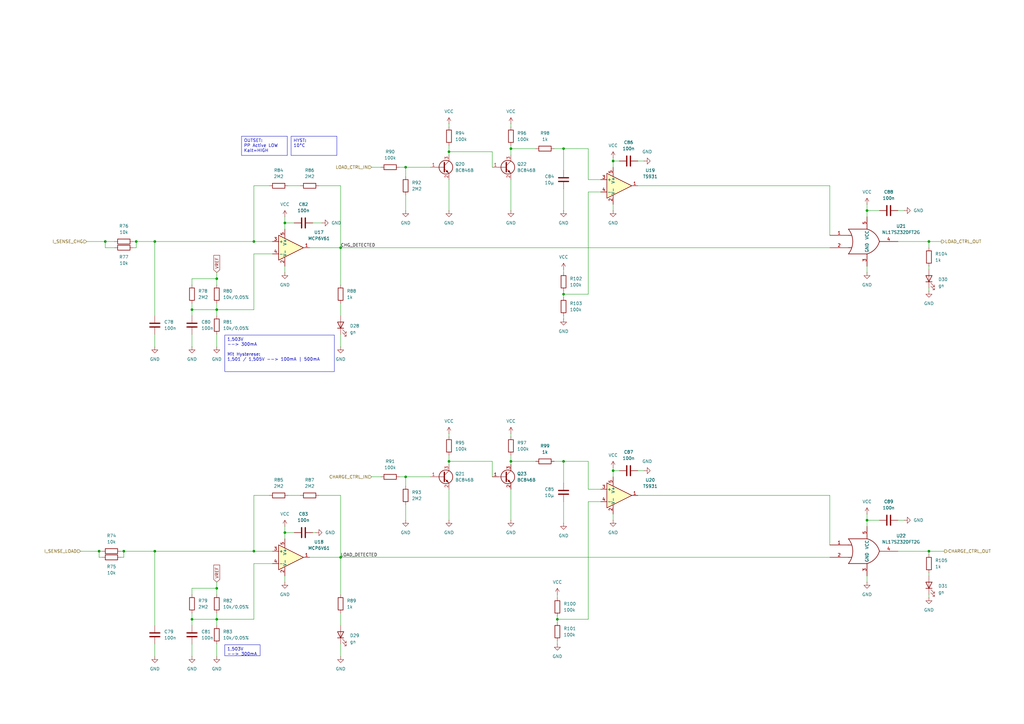
<source format=kicad_sch>
(kicad_sch
	(version 20250114)
	(generator "eeschema")
	(generator_version "9.0")
	(uuid "ae0b96a2-4831-417f-834b-5ffc35c52390")
	(paper "A3")
	(lib_symbols
		(symbol "74xGxx:74AHC1G32"
			(exclude_from_sim no)
			(in_bom yes)
			(on_board yes)
			(property "Reference" "U"
				(at -2.54 3.81 0)
				(effects
					(font
						(size 1.27 1.27)
					)
				)
			)
			(property "Value" "74AHC1G32"
				(at 0 -3.81 0)
				(effects
					(font
						(size 1.27 1.27)
					)
				)
			)
			(property "Footprint" ""
				(at 0 0 0)
				(effects
					(font
						(size 1.27 1.27)
					)
					(hide yes)
				)
			)
			(property "Datasheet" "http://www.ti.com/lit/sg/scyt129e/scyt129e.pdf"
				(at 0 0 0)
				(effects
					(font
						(size 1.27 1.27)
					)
					(hide yes)
				)
			)
			(property "Description" "Single OR Gate, Low-Voltage CMOS"
				(at 0 0 0)
				(effects
					(font
						(size 1.27 1.27)
					)
					(hide yes)
				)
			)
			(property "ki_keywords" "Single Gate OR LVC CMOS"
				(at 0 0 0)
				(effects
					(font
						(size 1.27 1.27)
					)
					(hide yes)
				)
			)
			(property "ki_fp_filters" "SOT* SG-*"
				(at 0 0 0)
				(effects
					(font
						(size 1.27 1.27)
					)
					(hide yes)
				)
			)
			(symbol "74AHC1G32_0_1"
				(arc
					(start -7.62 5.08)
					(mid -5.838 0)
					(end -7.62 -5.08)
					(stroke
						(width 0.254)
						(type default)
					)
					(fill
						(type none)
					)
				)
				(polyline
					(pts
						(xy -7.62 2.54) (xy -6.35 2.54)
					)
					(stroke
						(width 0.254)
						(type default)
					)
					(fill
						(type background)
					)
				)
				(polyline
					(pts
						(xy -7.62 -2.54) (xy -6.35 -2.54)
					)
					(stroke
						(width 0.254)
						(type default)
					)
					(fill
						(type background)
					)
				)
				(arc
					(start 5.08 0)
					(mid 3.202 -3.202)
					(end 0 -5.08)
					(stroke
						(width 0.254)
						(type default)
					)
					(fill
						(type none)
					)
				)
				(arc
					(start 0 5.08)
					(mid 3.2271 3.2271)
					(end 5.08 0)
					(stroke
						(width 0.254)
						(type default)
					)
					(fill
						(type none)
					)
				)
				(polyline
					(pts
						(xy 0 5.08) (xy -7.62 5.08)
					)
					(stroke
						(width 0.254)
						(type default)
					)
					(fill
						(type background)
					)
				)
				(polyline
					(pts
						(xy 0 -5.08) (xy -7.62 -5.08)
					)
					(stroke
						(width 0.254)
						(type default)
					)
					(fill
						(type background)
					)
				)
			)
			(symbol "74AHC1G32_1_1"
				(pin input line
					(at -15.24 2.54 0)
					(length 7.62)
					(name "~"
						(effects
							(font
								(size 1.27 1.27)
							)
						)
					)
					(number "1"
						(effects
							(font
								(size 1.27 1.27)
							)
						)
					)
				)
				(pin input line
					(at -15.24 -2.54 0)
					(length 7.62)
					(name "~"
						(effects
							(font
								(size 1.27 1.27)
							)
						)
					)
					(number "2"
						(effects
							(font
								(size 1.27 1.27)
							)
						)
					)
				)
				(pin power_in line
					(at 0 10.16 270)
					(length 5.08)
					(name "VCC"
						(effects
							(font
								(size 1.27 1.27)
							)
						)
					)
					(number "5"
						(effects
							(font
								(size 1.27 1.27)
							)
						)
					)
				)
				(pin power_in line
					(at 0 -10.16 90)
					(length 5.08)
					(name "GND"
						(effects
							(font
								(size 1.27 1.27)
							)
						)
					)
					(number "3"
						(effects
							(font
								(size 1.27 1.27)
							)
						)
					)
				)
				(pin output line
					(at 12.7 0 180)
					(length 7.62)
					(name "~"
						(effects
							(font
								(size 1.27 1.27)
							)
						)
					)
					(number "4"
						(effects
							(font
								(size 1.27 1.27)
							)
						)
					)
				)
			)
			(embedded_fonts no)
		)
		(symbol "Amplifier_Operational:MCP6001-OT"
			(pin_names
				(offset 0.127)
			)
			(exclude_from_sim no)
			(in_bom yes)
			(on_board yes)
			(property "Reference" "U"
				(at -1.27 6.35 0)
				(effects
					(font
						(size 1.27 1.27)
					)
					(justify left)
				)
			)
			(property "Value" "MCP6001-OT"
				(at -1.27 3.81 0)
				(effects
					(font
						(size 1.27 1.27)
					)
					(justify left)
				)
			)
			(property "Footprint" "Package_TO_SOT_SMD:SOT-23-5"
				(at -2.54 -5.08 0)
				(effects
					(font
						(size 1.27 1.27)
					)
					(justify left)
					(hide yes)
				)
			)
			(property "Datasheet" "https://ww1.microchip.com/downloads/en/DeviceDoc/MCP6001-1R-1U-2-4-1-MHz-Low-Power-Op-Amp-DS20001733L.pdf"
				(at 0 5.08 0)
				(effects
					(font
						(size 1.27 1.27)
					)
					(hide yes)
				)
			)
			(property "Description" "1MHz, Low-Power Op Amp, SOT-23-5"
				(at 0 0 0)
				(effects
					(font
						(size 1.27 1.27)
					)
					(hide yes)
				)
			)
			(property "ki_keywords" "single opamp"
				(at 0 0 0)
				(effects
					(font
						(size 1.27 1.27)
					)
					(hide yes)
				)
			)
			(property "ki_fp_filters" "SOT?23*"
				(at 0 0 0)
				(effects
					(font
						(size 1.27 1.27)
					)
					(hide yes)
				)
			)
			(symbol "MCP6001-OT_0_1"
				(polyline
					(pts
						(xy -5.08 5.08) (xy 5.08 0) (xy -5.08 -5.08) (xy -5.08 5.08)
					)
					(stroke
						(width 0.254)
						(type default)
					)
					(fill
						(type background)
					)
				)
				(pin power_in line
					(at -2.54 7.62 270)
					(length 3.81)
					(name "V+"
						(effects
							(font
								(size 1.27 1.27)
							)
						)
					)
					(number "5"
						(effects
							(font
								(size 1.27 1.27)
							)
						)
					)
				)
				(pin power_in line
					(at -2.54 -7.62 90)
					(length 3.81)
					(name "V-"
						(effects
							(font
								(size 1.27 1.27)
							)
						)
					)
					(number "2"
						(effects
							(font
								(size 1.27 1.27)
							)
						)
					)
				)
			)
			(symbol "MCP6001-OT_1_1"
				(pin input line
					(at -7.62 2.54 0)
					(length 2.54)
					(name "+"
						(effects
							(font
								(size 1.27 1.27)
							)
						)
					)
					(number "3"
						(effects
							(font
								(size 1.27 1.27)
							)
						)
					)
				)
				(pin input line
					(at -7.62 -2.54 0)
					(length 2.54)
					(name "-"
						(effects
							(font
								(size 1.27 1.27)
							)
						)
					)
					(number "4"
						(effects
							(font
								(size 1.27 1.27)
							)
						)
					)
				)
				(pin output line
					(at 7.62 0 180)
					(length 2.54)
					(name "~"
						(effects
							(font
								(size 1.27 1.27)
							)
						)
					)
					(number "1"
						(effects
							(font
								(size 1.27 1.27)
							)
						)
					)
				)
			)
			(embedded_fonts no)
		)
		(symbol "Amplifier_Operational:TLV9301xDBV"
			(pin_names
				(offset 0.127)
			)
			(exclude_from_sim no)
			(in_bom yes)
			(on_board yes)
			(property "Reference" "U"
				(at -1.27 6.35 0)
				(effects
					(font
						(size 1.27 1.27)
					)
					(justify left)
				)
			)
			(property "Value" "TLV9301xDBV"
				(at -1.27 3.81 0)
				(effects
					(font
						(size 1.27 1.27)
					)
					(justify left)
				)
			)
			(property "Footprint" "Package_TO_SOT_SMD:SOT-23-5"
				(at -2.54 -5.08 0)
				(effects
					(font
						(size 1.27 1.27)
					)
					(justify left)
					(hide yes)
				)
			)
			(property "Datasheet" "https://www.ti.com/lit/ds/symlink/tlv9301.pdf"
				(at 0 5.08 0)
				(effects
					(font
						(size 1.27 1.27)
					)
					(hide yes)
				)
			)
			(property "Description" "40-V, 1-MHz, RRO Operational Amplifiers for Cost-Sensitive Systems, SOT-23-5"
				(at 0 0 0)
				(effects
					(font
						(size 1.27 1.27)
					)
					(hide yes)
				)
			)
			(property "ki_keywords" "single opamp 40V rail to rail output"
				(at 0 0 0)
				(effects
					(font
						(size 1.27 1.27)
					)
					(hide yes)
				)
			)
			(property "ki_fp_filters" "SOT?23*"
				(at 0 0 0)
				(effects
					(font
						(size 1.27 1.27)
					)
					(hide yes)
				)
			)
			(symbol "TLV9301xDBV_0_1"
				(polyline
					(pts
						(xy -5.08 5.08) (xy 5.08 0) (xy -5.08 -5.08) (xy -5.08 5.08)
					)
					(stroke
						(width 0.254)
						(type default)
					)
					(fill
						(type background)
					)
				)
				(pin power_in line
					(at -2.54 7.62 270)
					(length 3.81)
					(name "V+"
						(effects
							(font
								(size 1.27 1.27)
							)
						)
					)
					(number "5"
						(effects
							(font
								(size 1.27 1.27)
							)
						)
					)
				)
				(pin power_in line
					(at -2.54 -7.62 90)
					(length 3.81)
					(name "V-"
						(effects
							(font
								(size 1.27 1.27)
							)
						)
					)
					(number "2"
						(effects
							(font
								(size 1.27 1.27)
							)
						)
					)
				)
			)
			(symbol "TLV9301xDBV_1_1"
				(pin input line
					(at -7.62 2.54 0)
					(length 2.54)
					(name "+"
						(effects
							(font
								(size 1.27 1.27)
							)
						)
					)
					(number "3"
						(effects
							(font
								(size 1.27 1.27)
							)
						)
					)
				)
				(pin input line
					(at -7.62 -2.54 0)
					(length 2.54)
					(name "-"
						(effects
							(font
								(size 1.27 1.27)
							)
						)
					)
					(number "4"
						(effects
							(font
								(size 1.27 1.27)
							)
						)
					)
				)
				(pin output line
					(at 7.62 0 180)
					(length 2.54)
					(name "~"
						(effects
							(font
								(size 1.27 1.27)
							)
						)
					)
					(number "1"
						(effects
							(font
								(size 1.27 1.27)
							)
						)
					)
				)
			)
			(embedded_fonts no)
		)
		(symbol "Device:C"
			(pin_numbers
				(hide yes)
			)
			(pin_names
				(offset 0.254)
			)
			(exclude_from_sim no)
			(in_bom yes)
			(on_board yes)
			(property "Reference" "C"
				(at 0.635 2.54 0)
				(effects
					(font
						(size 1.27 1.27)
					)
					(justify left)
				)
			)
			(property "Value" "C"
				(at 0.635 -2.54 0)
				(effects
					(font
						(size 1.27 1.27)
					)
					(justify left)
				)
			)
			(property "Footprint" ""
				(at 0.9652 -3.81 0)
				(effects
					(font
						(size 1.27 1.27)
					)
					(hide yes)
				)
			)
			(property "Datasheet" "~"
				(at 0 0 0)
				(effects
					(font
						(size 1.27 1.27)
					)
					(hide yes)
				)
			)
			(property "Description" "Unpolarized capacitor"
				(at 0 0 0)
				(effects
					(font
						(size 1.27 1.27)
					)
					(hide yes)
				)
			)
			(property "ki_keywords" "cap capacitor"
				(at 0 0 0)
				(effects
					(font
						(size 1.27 1.27)
					)
					(hide yes)
				)
			)
			(property "ki_fp_filters" "C_*"
				(at 0 0 0)
				(effects
					(font
						(size 1.27 1.27)
					)
					(hide yes)
				)
			)
			(symbol "C_0_1"
				(polyline
					(pts
						(xy -2.032 0.762) (xy 2.032 0.762)
					)
					(stroke
						(width 0.508)
						(type default)
					)
					(fill
						(type none)
					)
				)
				(polyline
					(pts
						(xy -2.032 -0.762) (xy 2.032 -0.762)
					)
					(stroke
						(width 0.508)
						(type default)
					)
					(fill
						(type none)
					)
				)
			)
			(symbol "C_1_1"
				(pin passive line
					(at 0 3.81 270)
					(length 2.794)
					(name "~"
						(effects
							(font
								(size 1.27 1.27)
							)
						)
					)
					(number "1"
						(effects
							(font
								(size 1.27 1.27)
							)
						)
					)
				)
				(pin passive line
					(at 0 -3.81 90)
					(length 2.794)
					(name "~"
						(effects
							(font
								(size 1.27 1.27)
							)
						)
					)
					(number "2"
						(effects
							(font
								(size 1.27 1.27)
							)
						)
					)
				)
			)
			(embedded_fonts no)
		)
		(symbol "Device:LED"
			(pin_numbers
				(hide yes)
			)
			(pin_names
				(offset 1.016)
				(hide yes)
			)
			(exclude_from_sim no)
			(in_bom yes)
			(on_board yes)
			(property "Reference" "D"
				(at 0 2.54 0)
				(effects
					(font
						(size 1.27 1.27)
					)
				)
			)
			(property "Value" "LED"
				(at 0 -2.54 0)
				(effects
					(font
						(size 1.27 1.27)
					)
				)
			)
			(property "Footprint" ""
				(at 0 0 0)
				(effects
					(font
						(size 1.27 1.27)
					)
					(hide yes)
				)
			)
			(property "Datasheet" "~"
				(at 0 0 0)
				(effects
					(font
						(size 1.27 1.27)
					)
					(hide yes)
				)
			)
			(property "Description" "Light emitting diode"
				(at 0 0 0)
				(effects
					(font
						(size 1.27 1.27)
					)
					(hide yes)
				)
			)
			(property "Sim.Pins" "1=K 2=A"
				(at 0 0 0)
				(effects
					(font
						(size 1.27 1.27)
					)
					(hide yes)
				)
			)
			(property "ki_keywords" "LED diode"
				(at 0 0 0)
				(effects
					(font
						(size 1.27 1.27)
					)
					(hide yes)
				)
			)
			(property "ki_fp_filters" "LED* LED_SMD:* LED_THT:*"
				(at 0 0 0)
				(effects
					(font
						(size 1.27 1.27)
					)
					(hide yes)
				)
			)
			(symbol "LED_0_1"
				(polyline
					(pts
						(xy -3.048 -0.762) (xy -4.572 -2.286) (xy -3.81 -2.286) (xy -4.572 -2.286) (xy -4.572 -1.524)
					)
					(stroke
						(width 0)
						(type default)
					)
					(fill
						(type none)
					)
				)
				(polyline
					(pts
						(xy -1.778 -0.762) (xy -3.302 -2.286) (xy -2.54 -2.286) (xy -3.302 -2.286) (xy -3.302 -1.524)
					)
					(stroke
						(width 0)
						(type default)
					)
					(fill
						(type none)
					)
				)
				(polyline
					(pts
						(xy -1.27 0) (xy 1.27 0)
					)
					(stroke
						(width 0)
						(type default)
					)
					(fill
						(type none)
					)
				)
				(polyline
					(pts
						(xy -1.27 -1.27) (xy -1.27 1.27)
					)
					(stroke
						(width 0.254)
						(type default)
					)
					(fill
						(type none)
					)
				)
				(polyline
					(pts
						(xy 1.27 -1.27) (xy 1.27 1.27) (xy -1.27 0) (xy 1.27 -1.27)
					)
					(stroke
						(width 0.254)
						(type default)
					)
					(fill
						(type none)
					)
				)
			)
			(symbol "LED_1_1"
				(pin passive line
					(at -3.81 0 0)
					(length 2.54)
					(name "K"
						(effects
							(font
								(size 1.27 1.27)
							)
						)
					)
					(number "1"
						(effects
							(font
								(size 1.27 1.27)
							)
						)
					)
				)
				(pin passive line
					(at 3.81 0 180)
					(length 2.54)
					(name "A"
						(effects
							(font
								(size 1.27 1.27)
							)
						)
					)
					(number "2"
						(effects
							(font
								(size 1.27 1.27)
							)
						)
					)
				)
			)
			(embedded_fonts no)
		)
		(symbol "Device:R"
			(pin_numbers
				(hide yes)
			)
			(pin_names
				(offset 0)
			)
			(exclude_from_sim no)
			(in_bom yes)
			(on_board yes)
			(property "Reference" "R"
				(at 2.032 0 90)
				(effects
					(font
						(size 1.27 1.27)
					)
				)
			)
			(property "Value" "R"
				(at 0 0 90)
				(effects
					(font
						(size 1.27 1.27)
					)
				)
			)
			(property "Footprint" ""
				(at -1.778 0 90)
				(effects
					(font
						(size 1.27 1.27)
					)
					(hide yes)
				)
			)
			(property "Datasheet" "~"
				(at 0 0 0)
				(effects
					(font
						(size 1.27 1.27)
					)
					(hide yes)
				)
			)
			(property "Description" "Resistor"
				(at 0 0 0)
				(effects
					(font
						(size 1.27 1.27)
					)
					(hide yes)
				)
			)
			(property "ki_keywords" "R res resistor"
				(at 0 0 0)
				(effects
					(font
						(size 1.27 1.27)
					)
					(hide yes)
				)
			)
			(property "ki_fp_filters" "R_*"
				(at 0 0 0)
				(effects
					(font
						(size 1.27 1.27)
					)
					(hide yes)
				)
			)
			(symbol "R_0_1"
				(rectangle
					(start -1.016 -2.54)
					(end 1.016 2.54)
					(stroke
						(width 0.254)
						(type default)
					)
					(fill
						(type none)
					)
				)
			)
			(symbol "R_1_1"
				(pin passive line
					(at 0 3.81 270)
					(length 1.27)
					(name "~"
						(effects
							(font
								(size 1.27 1.27)
							)
						)
					)
					(number "1"
						(effects
							(font
								(size 1.27 1.27)
							)
						)
					)
				)
				(pin passive line
					(at 0 -3.81 90)
					(length 1.27)
					(name "~"
						(effects
							(font
								(size 1.27 1.27)
							)
						)
					)
					(number "2"
						(effects
							(font
								(size 1.27 1.27)
							)
						)
					)
				)
			)
			(embedded_fonts no)
		)
		(symbol "Transistor_BJT:Q_NPN_BEC"
			(pin_names
				(offset 0)
				(hide yes)
			)
			(exclude_from_sim no)
			(in_bom yes)
			(on_board yes)
			(property "Reference" "Q"
				(at 5.08 1.27 0)
				(effects
					(font
						(size 1.27 1.27)
					)
					(justify left)
				)
			)
			(property "Value" "Q_NPN_BEC"
				(at 5.08 -1.27 0)
				(effects
					(font
						(size 1.27 1.27)
					)
					(justify left)
				)
			)
			(property "Footprint" ""
				(at 5.08 2.54 0)
				(effects
					(font
						(size 1.27 1.27)
					)
					(hide yes)
				)
			)
			(property "Datasheet" "~"
				(at 0 0 0)
				(effects
					(font
						(size 1.27 1.27)
					)
					(hide yes)
				)
			)
			(property "Description" "NPN transistor, base/emitter/collector"
				(at 0 0 0)
				(effects
					(font
						(size 1.27 1.27)
					)
					(hide yes)
				)
			)
			(property "ki_keywords" "BJT"
				(at 0 0 0)
				(effects
					(font
						(size 1.27 1.27)
					)
					(hide yes)
				)
			)
			(symbol "Q_NPN_BEC_0_1"
				(polyline
					(pts
						(xy -2.54 0) (xy 0.635 0)
					)
					(stroke
						(width 0)
						(type default)
					)
					(fill
						(type none)
					)
				)
				(polyline
					(pts
						(xy 0.635 1.905) (xy 0.635 -1.905)
					)
					(stroke
						(width 0.508)
						(type default)
					)
					(fill
						(type none)
					)
				)
				(circle
					(center 1.27 0)
					(radius 2.8194)
					(stroke
						(width 0.254)
						(type default)
					)
					(fill
						(type none)
					)
				)
			)
			(symbol "Q_NPN_BEC_1_1"
				(polyline
					(pts
						(xy 0.635 0.635) (xy 2.54 2.54)
					)
					(stroke
						(width 0)
						(type default)
					)
					(fill
						(type none)
					)
				)
				(polyline
					(pts
						(xy 0.635 -0.635) (xy 2.54 -2.54)
					)
					(stroke
						(width 0)
						(type default)
					)
					(fill
						(type none)
					)
				)
				(polyline
					(pts
						(xy 1.27 -1.778) (xy 1.778 -1.27) (xy 2.286 -2.286) (xy 1.27 -1.778)
					)
					(stroke
						(width 0)
						(type default)
					)
					(fill
						(type outline)
					)
				)
				(pin input line
					(at -5.08 0 0)
					(length 2.54)
					(name "B"
						(effects
							(font
								(size 1.27 1.27)
							)
						)
					)
					(number "1"
						(effects
							(font
								(size 1.27 1.27)
							)
						)
					)
				)
				(pin passive line
					(at 2.54 5.08 270)
					(length 2.54)
					(name "C"
						(effects
							(font
								(size 1.27 1.27)
							)
						)
					)
					(number "3"
						(effects
							(font
								(size 1.27 1.27)
							)
						)
					)
				)
				(pin passive line
					(at 2.54 -5.08 90)
					(length 2.54)
					(name "E"
						(effects
							(font
								(size 1.27 1.27)
							)
						)
					)
					(number "2"
						(effects
							(font
								(size 1.27 1.27)
							)
						)
					)
				)
			)
			(embedded_fonts no)
		)
		(symbol "power:GND"
			(power)
			(pin_numbers
				(hide yes)
			)
			(pin_names
				(offset 0)
				(hide yes)
			)
			(exclude_from_sim no)
			(in_bom yes)
			(on_board yes)
			(property "Reference" "#PWR"
				(at 0 -6.35 0)
				(effects
					(font
						(size 1.27 1.27)
					)
					(hide yes)
				)
			)
			(property "Value" "GND"
				(at 0 -3.81 0)
				(effects
					(font
						(size 1.27 1.27)
					)
				)
			)
			(property "Footprint" ""
				(at 0 0 0)
				(effects
					(font
						(size 1.27 1.27)
					)
					(hide yes)
				)
			)
			(property "Datasheet" ""
				(at 0 0 0)
				(effects
					(font
						(size 1.27 1.27)
					)
					(hide yes)
				)
			)
			(property "Description" "Power symbol creates a global label with name \"GND\" , ground"
				(at 0 0 0)
				(effects
					(font
						(size 1.27 1.27)
					)
					(hide yes)
				)
			)
			(property "ki_keywords" "global power"
				(at 0 0 0)
				(effects
					(font
						(size 1.27 1.27)
					)
					(hide yes)
				)
			)
			(symbol "GND_0_1"
				(polyline
					(pts
						(xy 0 0) (xy 0 -1.27) (xy 1.27 -1.27) (xy 0 -2.54) (xy -1.27 -1.27) (xy 0 -1.27)
					)
					(stroke
						(width 0)
						(type default)
					)
					(fill
						(type none)
					)
				)
			)
			(symbol "GND_1_1"
				(pin power_in line
					(at 0 0 270)
					(length 0)
					(name "~"
						(effects
							(font
								(size 1.27 1.27)
							)
						)
					)
					(number "1"
						(effects
							(font
								(size 1.27 1.27)
							)
						)
					)
				)
			)
			(embedded_fonts no)
		)
		(symbol "power:VCC"
			(power)
			(pin_numbers
				(hide yes)
			)
			(pin_names
				(offset 0)
				(hide yes)
			)
			(exclude_from_sim no)
			(in_bom yes)
			(on_board yes)
			(property "Reference" "#PWR"
				(at 0 -3.81 0)
				(effects
					(font
						(size 1.27 1.27)
					)
					(hide yes)
				)
			)
			(property "Value" "VCC"
				(at 0 3.556 0)
				(effects
					(font
						(size 1.27 1.27)
					)
				)
			)
			(property "Footprint" ""
				(at 0 0 0)
				(effects
					(font
						(size 1.27 1.27)
					)
					(hide yes)
				)
			)
			(property "Datasheet" ""
				(at 0 0 0)
				(effects
					(font
						(size 1.27 1.27)
					)
					(hide yes)
				)
			)
			(property "Description" "Power symbol creates a global label with name \"VCC\""
				(at 0 0 0)
				(effects
					(font
						(size 1.27 1.27)
					)
					(hide yes)
				)
			)
			(property "ki_keywords" "global power"
				(at 0 0 0)
				(effects
					(font
						(size 1.27 1.27)
					)
					(hide yes)
				)
			)
			(symbol "VCC_0_1"
				(polyline
					(pts
						(xy -0.762 1.27) (xy 0 2.54)
					)
					(stroke
						(width 0)
						(type default)
					)
					(fill
						(type none)
					)
				)
				(polyline
					(pts
						(xy 0 2.54) (xy 0.762 1.27)
					)
					(stroke
						(width 0)
						(type default)
					)
					(fill
						(type none)
					)
				)
				(polyline
					(pts
						(xy 0 0) (xy 0 2.54)
					)
					(stroke
						(width 0)
						(type default)
					)
					(fill
						(type none)
					)
				)
			)
			(symbol "VCC_1_1"
				(pin power_in line
					(at 0 0 90)
					(length 0)
					(name "~"
						(effects
							(font
								(size 1.27 1.27)
							)
						)
					)
					(number "1"
						(effects
							(font
								(size 1.27 1.27)
							)
						)
					)
				)
			)
			(embedded_fonts no)
		)
	)
	(text_box "OUTSET:\nPP Active LOW\nKalt=HIGH"
		(exclude_from_sim no)
		(at 99.06 55.88 0)
		(size 18.796 7.874)
		(margins 0.9525 0.9525 0.9525 0.9525)
		(stroke
			(width 0)
			(type default)
		)
		(fill
			(type none)
		)
		(effects
			(font
				(size 1.27 1.27)
			)
			(justify left top)
		)
		(uuid "23c0376c-20c5-4c21-a50d-c70cdc630faa")
	)
	(text_box "1,503V\n--> 300mA "
		(exclude_from_sim no)
		(at 92.202 264.414 0)
		(size 14.478 4.572)
		(margins 0.9525 0.9525 0.9525 0.9525)
		(stroke
			(width 0)
			(type default)
		)
		(fill
			(type none)
		)
		(effects
			(font
				(size 1.27 1.27)
			)
			(justify left top)
		)
		(uuid "40d17b50-3300-4ed2-b864-e10d0d3e4940")
	)
	(text_box "1,503V\n--> 300mA \n\nMit Hysterese:\n1,501 / 1,505V --> 100mA | 500mA"
		(exclude_from_sim no)
		(at 92.202 137.414 0)
		(size 44.958 14.986)
		(margins 0.9525 0.9525 0.9525 0.9525)
		(stroke
			(width 0)
			(type default)
		)
		(fill
			(type none)
		)
		(effects
			(font
				(size 1.27 1.27)
			)
			(justify left top)
		)
		(uuid "42d7c6c2-ea5c-4ba8-8f23-71f7f7ae87b0")
	)
	(text_box "HYST: \n10°C"
		(exclude_from_sim no)
		(at 119.38 55.88 0)
		(size 18.796 7.874)
		(margins 0.9525 0.9525 0.9525 0.9525)
		(stroke
			(width 0)
			(type default)
		)
		(fill
			(type none)
		)
		(effects
			(font
				(size 1.27 1.27)
			)
			(justify left top)
		)
		(uuid "5e7ffb97-80e2-4881-8764-e863b951be1b")
	)
	(junction
		(at 104.14 226.06)
		(diameter 0)
		(color 0 0 0 0)
		(uuid "1443f2fb-276d-4160-8cb5-42c4046c23e7")
	)
	(junction
		(at 381 99.06)
		(diameter 0)
		(color 0 0 0 0)
		(uuid "1abf1acd-c959-48e1-aa35-de82a5af04c8")
	)
	(junction
		(at 139.7 101.6)
		(diameter 0)
		(color 0 0 0 0)
		(uuid "1d376c80-4fbd-46d6-807a-85a7ed83df36")
	)
	(junction
		(at 63.5 226.06)
		(diameter 0)
		(color 0 0 0 0)
		(uuid "21f6ca15-61c2-49f7-b31b-be162d6ca8ba")
	)
	(junction
		(at 228.6 254)
		(diameter 0)
		(color 0 0 0 0)
		(uuid "28eeb6f8-b447-4679-96a6-72e030dc1eb8")
	)
	(junction
		(at 40.64 226.06)
		(diameter 0)
		(color 0 0 0 0)
		(uuid "2df122f2-6237-46c8-bf84-5be1e91717e6")
	)
	(junction
		(at 116.84 218.44)
		(diameter 0)
		(color 0 0 0 0)
		(uuid "37fde800-3f04-47a6-879e-cf26a6aacab5")
	)
	(junction
		(at 55.88 99.06)
		(diameter 0)
		(color 0 0 0 0)
		(uuid "46770d2d-a3d7-4687-8fbd-a80193657f00")
	)
	(junction
		(at 231.14 60.96)
		(diameter 0)
		(color 0 0 0 0)
		(uuid "56586eea-f4e8-4976-a58f-2e11029f8df3")
	)
	(junction
		(at 43.18 99.06)
		(diameter 0)
		(color 0 0 0 0)
		(uuid "5ded7af6-ec18-4c3a-b5af-71b4b0d82500")
	)
	(junction
		(at 381 226.06)
		(diameter 0)
		(color 0 0 0 0)
		(uuid "5ec85c3a-498f-4f12-a634-d96be0a714a4")
	)
	(junction
		(at 251.46 193.04)
		(diameter 0)
		(color 0 0 0 0)
		(uuid "629f7ab9-5230-4038-9efe-cf9b7ea0ce86")
	)
	(junction
		(at 88.9 254)
		(diameter 0)
		(color 0 0 0 0)
		(uuid "6a785adb-4784-43c1-9945-c0e24b9e60fe")
	)
	(junction
		(at 209.55 189.23)
		(diameter 0)
		(color 0 0 0 0)
		(uuid "71bf7fae-bcaf-4b0a-b2a6-a4bdea622fc5")
	)
	(junction
		(at 104.14 99.06)
		(diameter 0)
		(color 0 0 0 0)
		(uuid "7cc24e9b-6fe3-4b6a-9568-0db1c93a8ca9")
	)
	(junction
		(at 116.84 91.44)
		(diameter 0)
		(color 0 0 0 0)
		(uuid "7d40be78-b872-4a18-bc5c-9c1f9acb8804")
	)
	(junction
		(at 88.9 114.3)
		(diameter 0)
		(color 0 0 0 0)
		(uuid "8fecf762-75db-4001-9057-d55f17e43dc9")
	)
	(junction
		(at 88.9 241.3)
		(diameter 0)
		(color 0 0 0 0)
		(uuid "9eec9dae-9c2e-4be4-9a4c-1a18402c0a71")
	)
	(junction
		(at 78.74 127)
		(diameter 0)
		(color 0 0 0 0)
		(uuid "a8859905-a96b-4195-aa4b-aa0a4ca6ceab")
	)
	(junction
		(at 166.37 195.58)
		(diameter 0)
		(color 0 0 0 0)
		(uuid "b16f951f-bc22-41fc-b722-0725bf78cded")
	)
	(junction
		(at 166.37 68.58)
		(diameter 0)
		(color 0 0 0 0)
		(uuid "b36f7d83-9a1b-4853-bf8d-22334c4354a1")
	)
	(junction
		(at 63.5 99.06)
		(diameter 0)
		(color 0 0 0 0)
		(uuid "b3de9284-4c54-43b0-a5d5-97526ca9cd48")
	)
	(junction
		(at 355.6 213.36)
		(diameter 0)
		(color 0 0 0 0)
		(uuid "b7bbf467-f288-4c5c-a8bf-4b31eb74294a")
	)
	(junction
		(at 251.46 66.04)
		(diameter 0)
		(color 0 0 0 0)
		(uuid "bab15166-ee8d-4880-acef-d21db043bb58")
	)
	(junction
		(at 139.7 228.6)
		(diameter 0)
		(color 0 0 0 0)
		(uuid "bf2cff2c-d037-4505-a888-bc32c98c4605")
	)
	(junction
		(at 50.8 226.06)
		(diameter 0)
		(color 0 0 0 0)
		(uuid "c837934a-f6ee-4ad4-9a5f-26a525b0b31a")
	)
	(junction
		(at 355.6 86.36)
		(diameter 0)
		(color 0 0 0 0)
		(uuid "c9f6b5b5-1398-4135-b327-ae1ef2dc0de2")
	)
	(junction
		(at 78.74 254)
		(diameter 0)
		(color 0 0 0 0)
		(uuid "d2faf626-39f9-4a12-95ed-67e9f80897da")
	)
	(junction
		(at 231.14 120.65)
		(diameter 0)
		(color 0 0 0 0)
		(uuid "dbc21cdc-e4e4-4efa-9d18-b19500bafc17")
	)
	(junction
		(at 184.15 62.23)
		(diameter 0)
		(color 0 0 0 0)
		(uuid "e337c27f-72ef-4d5f-8f95-87488c482464")
	)
	(junction
		(at 231.14 189.23)
		(diameter 0)
		(color 0 0 0 0)
		(uuid "ebd2c900-f3fc-435b-bbe8-e16f20d9dbb4")
	)
	(junction
		(at 209.55 60.96)
		(diameter 0)
		(color 0 0 0 0)
		(uuid "eece6246-b557-4c5c-bdb9-f71705a86c63")
	)
	(junction
		(at 184.15 189.23)
		(diameter 0)
		(color 0 0 0 0)
		(uuid "f727216d-135f-447d-a0dd-2e56c442bec1")
	)
	(junction
		(at 88.9 127)
		(diameter 0)
		(color 0 0 0 0)
		(uuid "f91bf71f-d4fb-45d5-8005-4d52b749056f")
	)
	(wire
		(pts
			(xy 209.55 189.23) (xy 219.71 189.23)
		)
		(stroke
			(width 0)
			(type default)
		)
		(uuid "028f9144-f8a7-4e68-8f84-0330e5c5cce4")
	)
	(wire
		(pts
			(xy 49.53 226.06) (xy 50.8 226.06)
		)
		(stroke
			(width 0)
			(type default)
		)
		(uuid "033a39db-2970-4864-8a82-0cbd56d44a41")
	)
	(wire
		(pts
			(xy 231.14 120.65) (xy 241.3 120.65)
		)
		(stroke
			(width 0)
			(type default)
		)
		(uuid "0587bbfc-29e8-449e-8313-d1387c6c6aab")
	)
	(wire
		(pts
			(xy 184.15 189.23) (xy 184.15 190.5)
		)
		(stroke
			(width 0)
			(type default)
		)
		(uuid "06e3fb12-93ff-46ba-bfe8-919209e7affc")
	)
	(wire
		(pts
			(xy 176.53 68.58) (xy 166.37 68.58)
		)
		(stroke
			(width 0)
			(type default)
		)
		(uuid "08d2b74d-59bf-47c7-b32b-50096cb07289")
	)
	(wire
		(pts
			(xy 55.88 99.06) (xy 63.5 99.06)
		)
		(stroke
			(width 0)
			(type default)
		)
		(uuid "098f26a0-a3bf-46b8-bc18-56800eb15330")
	)
	(wire
		(pts
			(xy 184.15 73.66) (xy 184.15 86.36)
		)
		(stroke
			(width 0)
			(type default)
		)
		(uuid "0a2e090f-c726-4da6-be9d-8e4e7c01ae47")
	)
	(wire
		(pts
			(xy 209.55 177.8) (xy 209.55 179.07)
		)
		(stroke
			(width 0)
			(type default)
		)
		(uuid "0b2ad358-8fb2-4905-b19b-6c7fa3b10087")
	)
	(wire
		(pts
			(xy 163.83 195.58) (xy 166.37 195.58)
		)
		(stroke
			(width 0)
			(type default)
		)
		(uuid "0daa941e-c358-4205-9388-d38a74ef9ae6")
	)
	(wire
		(pts
			(xy 54.61 99.06) (xy 55.88 99.06)
		)
		(stroke
			(width 0)
			(type default)
		)
		(uuid "0e4882ae-73f5-4985-a265-a6ba9b7acd42")
	)
	(wire
		(pts
			(xy 368.3 86.36) (xy 370.84 86.36)
		)
		(stroke
			(width 0)
			(type default)
		)
		(uuid "110ac005-641d-4682-b858-84fdb317c8d7")
	)
	(wire
		(pts
			(xy 231.14 198.12) (xy 231.14 189.23)
		)
		(stroke
			(width 0)
			(type default)
		)
		(uuid "1283d4a2-8b0a-4f02-bc60-8aa8423697b3")
	)
	(wire
		(pts
			(xy 241.3 60.96) (xy 241.3 73.66)
		)
		(stroke
			(width 0)
			(type default)
		)
		(uuid "148b18ce-9e0b-4968-9390-542ce10d0580")
	)
	(wire
		(pts
			(xy 43.18 99.06) (xy 46.99 99.06)
		)
		(stroke
			(width 0)
			(type default)
		)
		(uuid "17f9cf23-092a-4c47-916a-2f69770aca0c")
	)
	(wire
		(pts
			(xy 104.14 254) (xy 104.14 231.14)
		)
		(stroke
			(width 0)
			(type default)
		)
		(uuid "19ea89c1-a34e-42ea-bf33-51f68800e5d5")
	)
	(wire
		(pts
			(xy 116.84 220.98) (xy 116.84 218.44)
		)
		(stroke
			(width 0)
			(type default)
		)
		(uuid "1dbd5dab-5b28-4b9e-936d-9730d6b2612d")
	)
	(wire
		(pts
			(xy 35.56 99.06) (xy 43.18 99.06)
		)
		(stroke
			(width 0)
			(type default)
		)
		(uuid "1de5659d-10fd-42c4-bda4-8803721b2e9e")
	)
	(wire
		(pts
			(xy 128.27 91.44) (xy 132.08 91.44)
		)
		(stroke
			(width 0)
			(type default)
		)
		(uuid "1dfb27d2-e10e-449a-beff-7e9c1e8b68ea")
	)
	(wire
		(pts
			(xy 88.9 114.3) (xy 88.9 116.84)
		)
		(stroke
			(width 0)
			(type default)
		)
		(uuid "1ea0d333-8388-4619-ad08-ab1ca2f039c0")
	)
	(wire
		(pts
			(xy 241.3 205.74) (xy 246.38 205.74)
		)
		(stroke
			(width 0)
			(type default)
		)
		(uuid "1f41e5c6-ab6c-4536-93a4-572c4fe924b5")
	)
	(wire
		(pts
			(xy 139.7 264.16) (xy 139.7 269.24)
		)
		(stroke
			(width 0)
			(type default)
		)
		(uuid "1f619fe2-4903-44c2-bf2c-e406a980caa6")
	)
	(wire
		(pts
			(xy 261.62 203.2) (xy 340.36 203.2)
		)
		(stroke
			(width 0)
			(type default)
		)
		(uuid "1fefb5a2-0fbf-421c-82e5-62d356c8d613")
	)
	(wire
		(pts
			(xy 261.62 66.04) (xy 264.16 66.04)
		)
		(stroke
			(width 0)
			(type default)
		)
		(uuid "215d3f9f-b743-48dd-ac8f-4133a8e73578")
	)
	(wire
		(pts
			(xy 355.6 215.9) (xy 355.6 213.36)
		)
		(stroke
			(width 0)
			(type default)
		)
		(uuid "2265bfc2-c3fd-4813-90a9-6df1a69b6393")
	)
	(wire
		(pts
			(xy 118.11 203.2) (xy 123.19 203.2)
		)
		(stroke
			(width 0)
			(type default)
		)
		(uuid "228ab80c-6b6d-4775-9435-535a62a3b118")
	)
	(wire
		(pts
			(xy 163.83 68.58) (xy 166.37 68.58)
		)
		(stroke
			(width 0)
			(type default)
		)
		(uuid "23dc4c89-c2b1-4765-a5fd-45152f436b4f")
	)
	(wire
		(pts
			(xy 50.8 228.6) (xy 50.8 226.06)
		)
		(stroke
			(width 0)
			(type default)
		)
		(uuid "2608d304-4e71-454f-8e4e-c796fc6ce861")
	)
	(wire
		(pts
			(xy 201.93 62.23) (xy 201.93 68.58)
		)
		(stroke
			(width 0)
			(type default)
		)
		(uuid "2c245386-7525-43d8-ab4f-246e72e35ef2")
	)
	(wire
		(pts
			(xy 227.33 60.96) (xy 231.14 60.96)
		)
		(stroke
			(width 0)
			(type default)
		)
		(uuid "2e5a4bf8-4433-4bf3-8839-ac65c60dbf65")
	)
	(wire
		(pts
			(xy 139.7 203.2) (xy 139.7 228.6)
		)
		(stroke
			(width 0)
			(type default)
		)
		(uuid "2ff7426f-5dec-4ad6-85b7-002dcb2d9264")
	)
	(wire
		(pts
			(xy 139.7 228.6) (xy 340.36 228.6)
		)
		(stroke
			(width 0)
			(type default)
		)
		(uuid "33fa46bd-b2a9-492c-8d98-05e755764798")
	)
	(wire
		(pts
			(xy 120.65 218.44) (xy 116.84 218.44)
		)
		(stroke
			(width 0)
			(type default)
		)
		(uuid "35861de3-c069-4915-8c29-bf0d873c42ca")
	)
	(wire
		(pts
			(xy 381 243.84) (xy 381 245.11)
		)
		(stroke
			(width 0)
			(type default)
		)
		(uuid "3754a9ab-e8b6-4297-b9dd-66bb7ecd9ae4")
	)
	(wire
		(pts
			(xy 104.14 104.14) (xy 111.76 104.14)
		)
		(stroke
			(width 0)
			(type default)
		)
		(uuid "38b6cecd-3232-4b90-8dca-e10aaa32a8d4")
	)
	(wire
		(pts
			(xy 355.6 88.9) (xy 355.6 86.36)
		)
		(stroke
			(width 0)
			(type default)
		)
		(uuid "3b54f5e0-33dd-413c-a797-7f6ee8a84f55")
	)
	(wire
		(pts
			(xy 228.6 243.84) (xy 228.6 245.11)
		)
		(stroke
			(width 0)
			(type default)
		)
		(uuid "3b611b67-10f2-408b-aa63-6d914daf899a")
	)
	(wire
		(pts
			(xy 130.81 76.2) (xy 139.7 76.2)
		)
		(stroke
			(width 0)
			(type default)
		)
		(uuid "3c1b4671-4ed0-4184-8a1d-90fc90c0d3b4")
	)
	(wire
		(pts
			(xy 381 99.06) (xy 381 101.6)
		)
		(stroke
			(width 0)
			(type default)
		)
		(uuid "3c4fbf27-8e4f-4d76-93ea-990dcdcce9eb")
	)
	(wire
		(pts
			(xy 88.9 241.3) (xy 88.9 243.84)
		)
		(stroke
			(width 0)
			(type default)
		)
		(uuid "3c797d75-71f0-4239-8c1c-d3096c5d0c87")
	)
	(wire
		(pts
			(xy 139.7 101.6) (xy 127 101.6)
		)
		(stroke
			(width 0)
			(type default)
		)
		(uuid "428c8b77-0bc7-46c0-a58e-e7d31e51d192")
	)
	(wire
		(pts
			(xy 139.7 137.16) (xy 139.7 142.24)
		)
		(stroke
			(width 0)
			(type default)
		)
		(uuid "457901bc-9471-4a5b-b04c-c25ee767118c")
	)
	(wire
		(pts
			(xy 88.9 127) (xy 104.14 127)
		)
		(stroke
			(width 0)
			(type default)
		)
		(uuid "47d57da5-44dd-41e0-897b-a4dc91698354")
	)
	(wire
		(pts
			(xy 63.5 226.06) (xy 104.14 226.06)
		)
		(stroke
			(width 0)
			(type default)
		)
		(uuid "47f8e843-03ef-46b7-aa5f-705661710a97")
	)
	(wire
		(pts
			(xy 116.84 111.76) (xy 116.84 109.22)
		)
		(stroke
			(width 0)
			(type default)
		)
		(uuid "4a257fb9-9401-49c2-9adc-4bbb54eaeef7")
	)
	(wire
		(pts
			(xy 120.65 91.44) (xy 116.84 91.44)
		)
		(stroke
			(width 0)
			(type default)
		)
		(uuid "4d92c2be-64dc-4af5-bb37-b337ac38de24")
	)
	(wire
		(pts
			(xy 41.91 228.6) (xy 40.64 228.6)
		)
		(stroke
			(width 0)
			(type default)
		)
		(uuid "4df785b4-f11e-45e9-8fbe-3feb5f677445")
	)
	(wire
		(pts
			(xy 78.74 251.46) (xy 78.74 254)
		)
		(stroke
			(width 0)
			(type default)
		)
		(uuid "4e6cd83c-f1ba-4df2-b4bb-36fc5f6b7cd5")
	)
	(wire
		(pts
			(xy 251.46 66.04) (xy 251.46 68.58)
		)
		(stroke
			(width 0)
			(type default)
		)
		(uuid "52c1d495-1b43-4890-9018-70031bc1aad7")
	)
	(wire
		(pts
			(xy 78.74 254) (xy 78.74 256.54)
		)
		(stroke
			(width 0)
			(type default)
		)
		(uuid "52e207bd-8c7d-4676-ba1c-d801556b4313")
	)
	(wire
		(pts
			(xy 241.3 200.66) (xy 246.38 200.66)
		)
		(stroke
			(width 0)
			(type default)
		)
		(uuid "543ed09f-eecd-4751-894b-456f5ac561f3")
	)
	(wire
		(pts
			(xy 49.53 228.6) (xy 50.8 228.6)
		)
		(stroke
			(width 0)
			(type default)
		)
		(uuid "55848b1c-1681-4791-a46f-ba9c82c537d0")
	)
	(wire
		(pts
			(xy 33.02 226.06) (xy 40.64 226.06)
		)
		(stroke
			(width 0)
			(type default)
		)
		(uuid "55b95d90-ed94-4bc6-b00a-1617e99fa407")
	)
	(wire
		(pts
			(xy 368.3 226.06) (xy 381 226.06)
		)
		(stroke
			(width 0)
			(type default)
		)
		(uuid "55c9b8b5-e4d8-47f7-8600-ba3ffcde17ad")
	)
	(wire
		(pts
			(xy 139.7 228.6) (xy 127 228.6)
		)
		(stroke
			(width 0)
			(type default)
		)
		(uuid "55e0af07-6fa4-411e-ae3a-0ed68ff22282")
	)
	(wire
		(pts
			(xy 54.61 101.6) (xy 55.88 101.6)
		)
		(stroke
			(width 0)
			(type default)
		)
		(uuid "5bdc6b84-fb7f-4454-affe-8c0286aaedb5")
	)
	(wire
		(pts
			(xy 261.62 76.2) (xy 340.36 76.2)
		)
		(stroke
			(width 0)
			(type default)
		)
		(uuid "605d7d53-6c7a-467c-92ed-f450c64e90a1")
	)
	(wire
		(pts
			(xy 209.55 60.96) (xy 219.71 60.96)
		)
		(stroke
			(width 0)
			(type default)
		)
		(uuid "60bcea5f-5d54-4a02-b017-7ea1c4fabb05")
	)
	(wire
		(pts
			(xy 139.7 76.2) (xy 139.7 101.6)
		)
		(stroke
			(width 0)
			(type default)
		)
		(uuid "61790986-342c-497d-9ae4-a0dbe940819e")
	)
	(wire
		(pts
			(xy 231.14 129.54) (xy 231.14 130.81)
		)
		(stroke
			(width 0)
			(type default)
		)
		(uuid "62272906-9af5-4b6e-9d3d-10c1e3c99c0d")
	)
	(wire
		(pts
			(xy 88.9 129.54) (xy 88.9 127)
		)
		(stroke
			(width 0)
			(type default)
		)
		(uuid "62cd92ce-2ae4-4ba5-8114-37facf4e7ab5")
	)
	(wire
		(pts
			(xy 261.62 193.04) (xy 264.16 193.04)
		)
		(stroke
			(width 0)
			(type default)
		)
		(uuid "63168197-983a-4bf4-ada6-6bef232bd34b")
	)
	(wire
		(pts
			(xy 251.46 193.04) (xy 254 193.04)
		)
		(stroke
			(width 0)
			(type default)
		)
		(uuid "64009ee0-4602-42c3-a6eb-c4d55c1cd412")
	)
	(wire
		(pts
			(xy 63.5 99.06) (xy 104.14 99.06)
		)
		(stroke
			(width 0)
			(type default)
		)
		(uuid "6503532e-c1db-4ffa-a31d-7907354cae38")
	)
	(wire
		(pts
			(xy 104.14 99.06) (xy 111.76 99.06)
		)
		(stroke
			(width 0)
			(type default)
		)
		(uuid "6c75dbe0-46f4-43dd-aa57-08a4d51cf200")
	)
	(wire
		(pts
			(xy 78.74 241.3) (xy 88.9 241.3)
		)
		(stroke
			(width 0)
			(type default)
		)
		(uuid "6ce24a1d-ecdb-43c2-87ce-794bbf116818")
	)
	(wire
		(pts
			(xy 251.46 83.82) (xy 251.46 86.36)
		)
		(stroke
			(width 0)
			(type default)
		)
		(uuid "6cf91a71-a610-447d-9221-d095f7cd231f")
	)
	(wire
		(pts
			(xy 78.74 114.3) (xy 88.9 114.3)
		)
		(stroke
			(width 0)
			(type default)
		)
		(uuid "6e15bed4-decc-4a7a-8478-646bb5bd38ca")
	)
	(wire
		(pts
			(xy 55.88 101.6) (xy 55.88 99.06)
		)
		(stroke
			(width 0)
			(type default)
		)
		(uuid "6e7384f6-eea5-4457-bcf2-9e5595e2baef")
	)
	(wire
		(pts
			(xy 251.46 193.04) (xy 251.46 195.58)
		)
		(stroke
			(width 0)
			(type default)
		)
		(uuid "6fc9b7d9-27fd-428c-ad71-193e3a3e90d6")
	)
	(wire
		(pts
			(xy 355.6 213.36) (xy 355.6 210.82)
		)
		(stroke
			(width 0)
			(type default)
		)
		(uuid "70aef669-560b-4d5d-99a4-7c2cd5d33a22")
	)
	(wire
		(pts
			(xy 227.33 189.23) (xy 231.14 189.23)
		)
		(stroke
			(width 0)
			(type default)
		)
		(uuid "729e703c-5a53-4311-afed-ecf5f541aa77")
	)
	(wire
		(pts
			(xy 231.14 110.49) (xy 231.14 111.76)
		)
		(stroke
			(width 0)
			(type default)
		)
		(uuid "74393d24-c2fc-4912-b674-f8643a8a81b6")
	)
	(wire
		(pts
			(xy 116.84 238.76) (xy 116.84 236.22)
		)
		(stroke
			(width 0)
			(type default)
		)
		(uuid "74911077-23eb-4044-a81e-779b58937239")
	)
	(wire
		(pts
			(xy 184.15 59.69) (xy 184.15 62.23)
		)
		(stroke
			(width 0)
			(type default)
		)
		(uuid "76253f97-9905-42ac-8c36-b4a7eee6ec5a")
	)
	(wire
		(pts
			(xy 110.49 76.2) (xy 104.14 76.2)
		)
		(stroke
			(width 0)
			(type default)
		)
		(uuid "783031f2-803e-42e2-96d7-69dc8d5a3ec6")
	)
	(wire
		(pts
			(xy 251.46 210.82) (xy 251.46 213.36)
		)
		(stroke
			(width 0)
			(type default)
		)
		(uuid "7a75324c-8bb3-49a7-ac8b-02ee4d0ae6a0")
	)
	(wire
		(pts
			(xy 43.18 101.6) (xy 43.18 99.06)
		)
		(stroke
			(width 0)
			(type default)
		)
		(uuid "7aa1318e-5cfa-4e02-976d-3459647029bc")
	)
	(wire
		(pts
			(xy 88.9 142.24) (xy 88.9 137.16)
		)
		(stroke
			(width 0)
			(type default)
		)
		(uuid "7b2a1877-ce14-4654-bd76-1a9cf03e2b90")
	)
	(wire
		(pts
			(xy 209.55 200.66) (xy 209.55 213.36)
		)
		(stroke
			(width 0)
			(type default)
		)
		(uuid "7baf66a6-7ddd-417c-92a4-1f19186b8743")
	)
	(wire
		(pts
			(xy 209.55 59.69) (xy 209.55 60.96)
		)
		(stroke
			(width 0)
			(type default)
		)
		(uuid "7c72d72f-38d1-45a5-8361-f444da01c302")
	)
	(wire
		(pts
			(xy 139.7 129.54) (xy 139.7 124.46)
		)
		(stroke
			(width 0)
			(type default)
		)
		(uuid "7dfdfd52-e423-451a-aaf9-404ab563bd89")
	)
	(wire
		(pts
			(xy 46.99 101.6) (xy 43.18 101.6)
		)
		(stroke
			(width 0)
			(type default)
		)
		(uuid "7f79c401-b836-4b38-bf9a-e21ae6240981")
	)
	(wire
		(pts
			(xy 251.46 191.77) (xy 251.46 193.04)
		)
		(stroke
			(width 0)
			(type default)
		)
		(uuid "833d7749-5dbb-4bf6-847d-4f393e3af0cf")
	)
	(wire
		(pts
			(xy 116.84 91.44) (xy 116.84 88.9)
		)
		(stroke
			(width 0)
			(type default)
		)
		(uuid "835900b2-33fc-4065-8851-9e16f94a6fe2")
	)
	(wire
		(pts
			(xy 88.9 254) (xy 88.9 251.46)
		)
		(stroke
			(width 0)
			(type default)
		)
		(uuid "839375c8-b138-486e-9c40-401d25867c09")
	)
	(wire
		(pts
			(xy 88.9 127) (xy 88.9 124.46)
		)
		(stroke
			(width 0)
			(type default)
		)
		(uuid "83d4fda5-7684-4980-9bb2-a0c048566e17")
	)
	(wire
		(pts
			(xy 78.74 243.84) (xy 78.74 241.3)
		)
		(stroke
			(width 0)
			(type default)
		)
		(uuid "853e4f03-7196-4750-a817-37f3f624576d")
	)
	(wire
		(pts
			(xy 104.14 231.14) (xy 111.76 231.14)
		)
		(stroke
			(width 0)
			(type default)
		)
		(uuid "89afca63-863e-4b3b-93a2-0a4b2185a669")
	)
	(wire
		(pts
			(xy 139.7 116.84) (xy 139.7 101.6)
		)
		(stroke
			(width 0)
			(type default)
		)
		(uuid "8a53d80a-6bed-4a82-9bee-39638426b325")
	)
	(wire
		(pts
			(xy 152.4 68.58) (xy 156.21 68.58)
		)
		(stroke
			(width 0)
			(type default)
		)
		(uuid "8a88365b-b433-4361-a388-833374bf653e")
	)
	(wire
		(pts
			(xy 209.55 186.69) (xy 209.55 189.23)
		)
		(stroke
			(width 0)
			(type default)
		)
		(uuid "8b981866-cf5d-49f3-8c22-35bfb9a7d7fc")
	)
	(wire
		(pts
			(xy 110.49 203.2) (xy 104.14 203.2)
		)
		(stroke
			(width 0)
			(type default)
		)
		(uuid "8f36b862-e975-4c33-8e0b-2c7b5835c89f")
	)
	(wire
		(pts
			(xy 241.3 189.23) (xy 241.3 200.66)
		)
		(stroke
			(width 0)
			(type default)
		)
		(uuid "8f8d347e-79df-452b-a302-5162520685c2")
	)
	(wire
		(pts
			(xy 251.46 66.04) (xy 254 66.04)
		)
		(stroke
			(width 0)
			(type default)
		)
		(uuid "8f9affae-a4e3-49e1-8559-14df7c5692d0")
	)
	(wire
		(pts
			(xy 209.55 189.23) (xy 209.55 190.5)
		)
		(stroke
			(width 0)
			(type default)
		)
		(uuid "8fd7f99e-8a85-40ad-a137-01254efaec32")
	)
	(wire
		(pts
			(xy 176.53 195.58) (xy 166.37 195.58)
		)
		(stroke
			(width 0)
			(type default)
		)
		(uuid "91dad071-234d-4e33-85d6-9a184485337e")
	)
	(wire
		(pts
			(xy 78.74 127) (xy 88.9 127)
		)
		(stroke
			(width 0)
			(type default)
		)
		(uuid "926c3cdf-3a92-4b26-9258-1352b10085e1")
	)
	(wire
		(pts
			(xy 88.9 238.76) (xy 88.9 241.3)
		)
		(stroke
			(width 0)
			(type default)
		)
		(uuid "92dc6c25-c684-4625-9271-cdb2a0d96529")
	)
	(wire
		(pts
			(xy 228.6 252.73) (xy 228.6 254)
		)
		(stroke
			(width 0)
			(type default)
		)
		(uuid "94105a6b-fb5d-4e9e-9f23-d5362a154ddf")
	)
	(wire
		(pts
			(xy 166.37 80.01) (xy 166.37 86.36)
		)
		(stroke
			(width 0)
			(type default)
		)
		(uuid "94755331-4870-4665-9498-0e1c0ef9bad6")
	)
	(wire
		(pts
			(xy 63.5 99.06) (xy 63.5 129.54)
		)
		(stroke
			(width 0)
			(type default)
		)
		(uuid "983eb1ed-55d0-40b7-8446-43be1a012016")
	)
	(wire
		(pts
			(xy 381 226.06) (xy 387.35 226.06)
		)
		(stroke
			(width 0)
			(type default)
		)
		(uuid "9a01ca9d-0612-40bb-b532-d94401f24ec1")
	)
	(wire
		(pts
			(xy 40.64 226.06) (xy 41.91 226.06)
		)
		(stroke
			(width 0)
			(type default)
		)
		(uuid "9d0044aa-6f76-48d7-9492-c892a49e43ba")
	)
	(wire
		(pts
			(xy 40.64 228.6) (xy 40.64 226.06)
		)
		(stroke
			(width 0)
			(type default)
		)
		(uuid "9f090e51-cfa3-49c9-ab8f-22a9a287bb51")
	)
	(wire
		(pts
			(xy 116.84 93.98) (xy 116.84 91.44)
		)
		(stroke
			(width 0)
			(type default)
		)
		(uuid "9f5c7051-dd2a-4264-b1a2-a65de21afbcc")
	)
	(wire
		(pts
			(xy 355.6 238.76) (xy 355.6 236.22)
		)
		(stroke
			(width 0)
			(type default)
		)
		(uuid "a0cb055a-c5c2-40d7-83f2-0f89d324e77d")
	)
	(wire
		(pts
			(xy 78.74 124.46) (xy 78.74 127)
		)
		(stroke
			(width 0)
			(type default)
		)
		(uuid "a18ada25-93eb-407c-a8dc-65778217e866")
	)
	(wire
		(pts
			(xy 231.14 86.36) (xy 231.14 77.47)
		)
		(stroke
			(width 0)
			(type default)
		)
		(uuid "a29e5515-7cfc-4116-9267-5fc2e94a1ae0")
	)
	(wire
		(pts
			(xy 184.15 189.23) (xy 201.93 189.23)
		)
		(stroke
			(width 0)
			(type default)
		)
		(uuid "a35f021e-fda9-4e7b-a7d5-2a4ebe888499")
	)
	(wire
		(pts
			(xy 228.6 254) (xy 228.6 255.27)
		)
		(stroke
			(width 0)
			(type default)
		)
		(uuid "a4dc0b15-f491-43ee-8bb2-67f183de1e16")
	)
	(wire
		(pts
			(xy 381 110.49) (xy 381 109.22)
		)
		(stroke
			(width 0)
			(type default)
		)
		(uuid "a990da7a-3310-4786-9fe6-07fbfc816783")
	)
	(wire
		(pts
			(xy 184.15 177.8) (xy 184.15 179.07)
		)
		(stroke
			(width 0)
			(type default)
		)
		(uuid "aa01a528-f922-4cc1-b148-e3fd66045090")
	)
	(wire
		(pts
			(xy 166.37 195.58) (xy 166.37 199.39)
		)
		(stroke
			(width 0)
			(type default)
		)
		(uuid "ab2e4e84-655c-4db2-80ea-7157d7e469f0")
	)
	(wire
		(pts
			(xy 104.14 203.2) (xy 104.14 226.06)
		)
		(stroke
			(width 0)
			(type default)
		)
		(uuid "abd27e4e-a4ed-4012-84c9-40e64f6c8ae5")
	)
	(wire
		(pts
			(xy 78.74 254) (xy 88.9 254)
		)
		(stroke
			(width 0)
			(type default)
		)
		(uuid "abf0536c-61b2-41c6-bf9a-3c8a8280c2c3")
	)
	(wire
		(pts
			(xy 88.9 269.24) (xy 88.9 264.16)
		)
		(stroke
			(width 0)
			(type default)
		)
		(uuid "ac2aba8b-e7a8-4799-bd48-f04a12f1b009")
	)
	(wire
		(pts
			(xy 139.7 256.54) (xy 139.7 251.46)
		)
		(stroke
			(width 0)
			(type default)
		)
		(uuid "ae56cab4-9207-45b0-8634-5b1baa79aee1")
	)
	(wire
		(pts
			(xy 381 118.11) (xy 381 119.38)
		)
		(stroke
			(width 0)
			(type default)
		)
		(uuid "afbc4c05-c0e1-40eb-98de-26915d4281c2")
	)
	(wire
		(pts
			(xy 63.5 264.16) (xy 63.5 269.24)
		)
		(stroke
			(width 0)
			(type default)
		)
		(uuid "afbcfb08-219b-4936-9f12-33f5fd9110f1")
	)
	(wire
		(pts
			(xy 152.4 195.58) (xy 156.21 195.58)
		)
		(stroke
			(width 0)
			(type default)
		)
		(uuid "b2478306-f763-401d-91b3-a9a920cd3806")
	)
	(wire
		(pts
			(xy 360.68 86.36) (xy 355.6 86.36)
		)
		(stroke
			(width 0)
			(type default)
		)
		(uuid "b3ee30f8-8362-4b97-b82b-31cb9a29c539")
	)
	(wire
		(pts
			(xy 241.3 78.74) (xy 246.38 78.74)
		)
		(stroke
			(width 0)
			(type default)
		)
		(uuid "b4497e12-b9a5-4ddd-a3e4-19a129fb9c0e")
	)
	(wire
		(pts
			(xy 78.74 142.24) (xy 78.74 137.16)
		)
		(stroke
			(width 0)
			(type default)
		)
		(uuid "b9fc5fb5-9d48-4e4d-aecd-b28386aebf46")
	)
	(wire
		(pts
			(xy 104.14 76.2) (xy 104.14 99.06)
		)
		(stroke
			(width 0)
			(type default)
		)
		(uuid "baee4044-ba0a-42f1-bd3e-ecf6268bb6c5")
	)
	(wire
		(pts
			(xy 78.74 116.84) (xy 78.74 114.3)
		)
		(stroke
			(width 0)
			(type default)
		)
		(uuid "bb675904-070a-44fa-86ff-6f507d0bfe96")
	)
	(wire
		(pts
			(xy 231.14 214.63) (xy 231.14 205.74)
		)
		(stroke
			(width 0)
			(type default)
		)
		(uuid "bd76547d-d4be-47ce-80e2-248bfb822acb")
	)
	(wire
		(pts
			(xy 381 99.06) (xy 386.08 99.06)
		)
		(stroke
			(width 0)
			(type default)
		)
		(uuid "beedebcb-311e-48ea-b263-2a52078c16df")
	)
	(wire
		(pts
			(xy 209.55 73.66) (xy 209.55 86.36)
		)
		(stroke
			(width 0)
			(type default)
		)
		(uuid "bf331b17-3408-459a-9adc-76686cac4233")
	)
	(wire
		(pts
			(xy 340.36 76.2) (xy 340.36 96.52)
		)
		(stroke
			(width 0)
			(type default)
		)
		(uuid "bfccff47-4de5-4336-86e5-6bb7cf661414")
	)
	(wire
		(pts
			(xy 231.14 120.65) (xy 231.14 121.92)
		)
		(stroke
			(width 0)
			(type default)
		)
		(uuid "c126e344-7314-4173-b4b9-5fd6acec1f66")
	)
	(wire
		(pts
			(xy 231.14 189.23) (xy 241.3 189.23)
		)
		(stroke
			(width 0)
			(type default)
		)
		(uuid "c2921639-f947-42e5-9cbf-a0480be30b2e")
	)
	(wire
		(pts
			(xy 231.14 119.38) (xy 231.14 120.65)
		)
		(stroke
			(width 0)
			(type default)
		)
		(uuid "c2f0daae-d053-4955-91c3-571d0753cffc")
	)
	(wire
		(pts
			(xy 104.14 127) (xy 104.14 104.14)
		)
		(stroke
			(width 0)
			(type default)
		)
		(uuid "c46a4d2b-1d5a-42ca-b9cb-4e8029747787")
	)
	(wire
		(pts
			(xy 63.5 137.16) (xy 63.5 142.24)
		)
		(stroke
			(width 0)
			(type default)
		)
		(uuid "c4a744ca-8ba0-49e2-bd62-d7afa6127dd7")
	)
	(wire
		(pts
			(xy 251.46 64.77) (xy 251.46 66.04)
		)
		(stroke
			(width 0)
			(type default)
		)
		(uuid "c512add2-3683-4fdc-a089-44ae19150ed5")
	)
	(wire
		(pts
			(xy 228.6 254) (xy 241.3 254)
		)
		(stroke
			(width 0)
			(type default)
		)
		(uuid "c7a37bd5-d8f4-42a9-b795-59ce1d27dbe1")
	)
	(wire
		(pts
			(xy 184.15 62.23) (xy 201.93 62.23)
		)
		(stroke
			(width 0)
			(type default)
		)
		(uuid "c85058bb-c397-4e99-aa55-1dfda132889f")
	)
	(wire
		(pts
			(xy 360.68 213.36) (xy 355.6 213.36)
		)
		(stroke
			(width 0)
			(type default)
		)
		(uuid "c984bbee-9095-4b26-8efc-d3cc720cb203")
	)
	(wire
		(pts
			(xy 104.14 226.06) (xy 111.76 226.06)
		)
		(stroke
			(width 0)
			(type default)
		)
		(uuid "ca2eb5dd-24cd-4b0b-94f3-f5c0e2bfc669")
	)
	(wire
		(pts
			(xy 78.74 127) (xy 78.74 129.54)
		)
		(stroke
			(width 0)
			(type default)
		)
		(uuid "ca976134-e8dc-4d57-88c9-9a87968a7f4d")
	)
	(wire
		(pts
			(xy 231.14 69.85) (xy 231.14 60.96)
		)
		(stroke
			(width 0)
			(type default)
		)
		(uuid "cbbea687-c77d-4da5-af51-f9a096ef2742")
	)
	(wire
		(pts
			(xy 241.3 73.66) (xy 246.38 73.66)
		)
		(stroke
			(width 0)
			(type default)
		)
		(uuid "cbcad060-fb36-4961-b86c-54f1bbd05a62")
	)
	(wire
		(pts
			(xy 184.15 186.69) (xy 184.15 189.23)
		)
		(stroke
			(width 0)
			(type default)
		)
		(uuid "cebf51f3-2eca-4750-b14f-9136e7d6b70c")
	)
	(wire
		(pts
			(xy 241.3 205.74) (xy 241.3 254)
		)
		(stroke
			(width 0)
			(type default)
		)
		(uuid "cfc022f6-c4dd-4ccb-9894-6eac5f80ea0a")
	)
	(wire
		(pts
			(xy 381 226.06) (xy 381 227.33)
		)
		(stroke
			(width 0)
			(type default)
		)
		(uuid "d4a43936-788f-4720-b7a2-7786522ee246")
	)
	(wire
		(pts
			(xy 118.11 76.2) (xy 123.19 76.2)
		)
		(stroke
			(width 0)
			(type default)
		)
		(uuid "d5dc3e45-1a9f-4ebc-b11a-360588b380e5")
	)
	(wire
		(pts
			(xy 368.3 213.36) (xy 370.84 213.36)
		)
		(stroke
			(width 0)
			(type default)
		)
		(uuid "d6122c1b-cf5a-45f9-91c0-ce5d8d482313")
	)
	(wire
		(pts
			(xy 166.37 68.58) (xy 166.37 72.39)
		)
		(stroke
			(width 0)
			(type default)
		)
		(uuid "d66a1402-a3fa-41fc-8a5a-f06dca1abee4")
	)
	(wire
		(pts
			(xy 88.9 254) (xy 104.14 254)
		)
		(stroke
			(width 0)
			(type default)
		)
		(uuid "d802e350-a625-4c51-8738-0910a5cb7af2")
	)
	(wire
		(pts
			(xy 184.15 50.8) (xy 184.15 52.07)
		)
		(stroke
			(width 0)
			(type default)
		)
		(uuid "d9618074-5478-4818-913c-c44d45458a6c")
	)
	(wire
		(pts
			(xy 88.9 111.76) (xy 88.9 114.3)
		)
		(stroke
			(width 0)
			(type default)
		)
		(uuid "d97f0e0a-1148-4bef-a4ef-d3875ae7cd6f")
	)
	(wire
		(pts
			(xy 139.7 243.84) (xy 139.7 228.6)
		)
		(stroke
			(width 0)
			(type default)
		)
		(uuid "dc6dc7a2-26c9-47c9-ade5-21bbe2f6464c")
	)
	(wire
		(pts
			(xy 63.5 226.06) (xy 63.5 256.54)
		)
		(stroke
			(width 0)
			(type default)
		)
		(uuid "dcdb9644-3d23-4ba8-a9ba-95a2666fb6a6")
	)
	(wire
		(pts
			(xy 355.6 86.36) (xy 355.6 83.82)
		)
		(stroke
			(width 0)
			(type default)
		)
		(uuid "dd34a36f-f5cf-4852-936f-8361a1cbef58")
	)
	(wire
		(pts
			(xy 340.36 203.2) (xy 340.36 223.52)
		)
		(stroke
			(width 0)
			(type default)
		)
		(uuid "df9efb33-8ca1-44d0-a8d0-514aab25b29f")
	)
	(wire
		(pts
			(xy 50.8 226.06) (xy 63.5 226.06)
		)
		(stroke
			(width 0)
			(type default)
		)
		(uuid "dfe94cc9-8ebc-4849-a4ae-fba1657ddbdd")
	)
	(wire
		(pts
			(xy 209.55 50.8) (xy 209.55 52.07)
		)
		(stroke
			(width 0)
			(type default)
		)
		(uuid "e037d041-c385-4eab-8868-a8e8263dbc45")
	)
	(wire
		(pts
			(xy 381 236.22) (xy 381 234.95)
		)
		(stroke
			(width 0)
			(type default)
		)
		(uuid "e343d7b6-685c-4c02-a1eb-a7acc0cdec18")
	)
	(wire
		(pts
			(xy 184.15 200.66) (xy 184.15 213.36)
		)
		(stroke
			(width 0)
			(type default)
		)
		(uuid "e3fb835f-f1db-4a50-bd36-f9f40250b3b5")
	)
	(wire
		(pts
			(xy 166.37 207.01) (xy 166.37 213.36)
		)
		(stroke
			(width 0)
			(type default)
		)
		(uuid "e47df74e-aa9e-41fd-a4b2-04128b0514b2")
	)
	(wire
		(pts
			(xy 116.84 218.44) (xy 116.84 215.9)
		)
		(stroke
			(width 0)
			(type default)
		)
		(uuid "e4f37ea6-3081-4af9-a405-bf7fd41cae75")
	)
	(wire
		(pts
			(xy 231.14 60.96) (xy 241.3 60.96)
		)
		(stroke
			(width 0)
			(type default)
		)
		(uuid "e5fc9b9b-55c9-47a1-802e-81b681bf1285")
	)
	(wire
		(pts
			(xy 209.55 60.96) (xy 209.55 63.5)
		)
		(stroke
			(width 0)
			(type default)
		)
		(uuid "e61c883a-af4f-4f65-b896-2508b04f2f71")
	)
	(wire
		(pts
			(xy 78.74 269.24) (xy 78.74 264.16)
		)
		(stroke
			(width 0)
			(type default)
		)
		(uuid "e66878c4-4f78-4e62-9a65-94aacdb6bbbf")
	)
	(wire
		(pts
			(xy 201.93 189.23) (xy 201.93 195.58)
		)
		(stroke
			(width 0)
			(type default)
		)
		(uuid "e6fda16e-5579-4341-abe2-d64099e84430")
	)
	(wire
		(pts
			(xy 241.3 120.65) (xy 241.3 78.74)
		)
		(stroke
			(width 0)
			(type default)
		)
		(uuid "e7b2106c-fde8-4947-be33-2ca74df62946")
	)
	(wire
		(pts
			(xy 88.9 256.54) (xy 88.9 254)
		)
		(stroke
			(width 0)
			(type default)
		)
		(uuid "eb038a7e-3ab8-4dcb-bc21-e55add5f1a30")
	)
	(wire
		(pts
			(xy 184.15 62.23) (xy 184.15 63.5)
		)
		(stroke
			(width 0)
			(type default)
		)
		(uuid "ed2bf5f2-7221-4574-b6d8-f36b882fc43a")
	)
	(wire
		(pts
			(xy 228.6 262.89) (xy 228.6 264.16)
		)
		(stroke
			(width 0)
			(type default)
		)
		(uuid "f0262918-6cf4-47b0-8d9f-bb49a57ebfb2")
	)
	(wire
		(pts
			(xy 128.27 218.44) (xy 129.54 218.44)
		)
		(stroke
			(width 0)
			(type default)
		)
		(uuid "f370567c-63d0-48fe-b8a0-bda006202747")
	)
	(wire
		(pts
			(xy 130.81 203.2) (xy 139.7 203.2)
		)
		(stroke
			(width 0)
			(type default)
		)
		(uuid "f4bc0315-8e27-42c0-96e5-500c53284f99")
	)
	(wire
		(pts
			(xy 139.7 101.6) (xy 340.36 101.6)
		)
		(stroke
			(width 0)
			(type default)
		)
		(uuid "fb5a9666-e030-4678-a4cb-1de59f61face")
	)
	(wire
		(pts
			(xy 355.6 111.76) (xy 355.6 109.22)
		)
		(stroke
			(width 0)
			(type default)
		)
		(uuid "fb8874d4-7351-459c-b5f7-63f92d3135ca")
	)
	(wire
		(pts
			(xy 368.3 99.06) (xy 381 99.06)
		)
		(stroke
			(width 0)
			(type default)
		)
		(uuid "fe8f5225-97e8-46fe-92b5-92caf572974f")
	)
	(label "CHG_DETECTED"
		(at 139.7 101.6 0)
		(effects
			(font
				(size 1.27 1.27)
			)
			(justify left bottom)
		)
		(uuid "5690ee78-79e0-4e26-b4ee-3c7baa68bd23")
	)
	(label "LOAD_DETECTED"
		(at 139.7 228.6 0)
		(effects
			(font
				(size 1.27 1.27)
			)
			(justify left bottom)
		)
		(uuid "ec0f2cea-e510-4043-8e06-74891ebd2ec7")
	)
	(global_label "VREF"
		(shape input)
		(at 88.9 111.76 90)
		(fields_autoplaced yes)
		(effects
			(font
				(size 1.27 1.27)
			)
			(justify left)
		)
		(uuid "9dfcd1cd-bff1-47fa-9194-688e60369cef")
		(property "Intersheetrefs" "${INTERSHEET_REFS}"
			(at 88.9 104.1786 90)
			(effects
				(font
					(size 1.27 1.27)
				)
				(justify left)
				(hide yes)
			)
		)
	)
	(global_label "VREF"
		(shape input)
		(at 88.9 238.76 90)
		(fields_autoplaced yes)
		(effects
			(font
				(size 1.27 1.27)
			)
			(justify left)
		)
		(uuid "f97201c1-d430-4472-8895-f435c97ba8c7")
		(property "Intersheetrefs" "${INTERSHEET_REFS}"
			(at 88.9 231.1786 90)
			(effects
				(font
					(size 1.27 1.27)
				)
				(justify left)
				(hide yes)
			)
		)
	)
	(hierarchical_label "CHARGE_CTRL_IN"
		(shape input)
		(at 152.4 195.58 180)
		(effects
			(font
				(size 1.27 1.27)
			)
			(justify right)
		)
		(uuid "1de8b531-7daa-4bb1-99e3-4085cf3758d6")
	)
	(hierarchical_label "I_SENSE_CHG"
		(shape input)
		(at 35.56 99.06 180)
		(effects
			(font
				(size 1.27 1.27)
			)
			(justify right)
		)
		(uuid "59325649-9875-49e4-bf34-b6710e1d4f99")
	)
	(hierarchical_label "LOAD_CTRL_OUT"
		(shape output)
		(at 386.08 99.06 0)
		(effects
			(font
				(size 1.27 1.27)
			)
			(justify left)
		)
		(uuid "830b53bb-e382-4e36-a7b9-99f711865e28")
	)
	(hierarchical_label "I_SENSE_LOAD"
		(shape input)
		(at 33.02 226.06 180)
		(effects
			(font
				(size 1.27 1.27)
			)
			(justify right)
		)
		(uuid "a3bbb524-7a38-49da-8b01-acd6d3c9ebe5")
	)
	(hierarchical_label "CHARGE_CTRL_OUT"
		(shape output)
		(at 387.35 226.06 0)
		(effects
			(font
				(size 1.27 1.27)
			)
			(justify left)
		)
		(uuid "a82455a4-672d-4c00-8e16-46aa659baa1d")
	)
	(hierarchical_label "LOAD_CTRL_IN"
		(shape input)
		(at 152.4 68.58 180)
		(effects
			(font
				(size 1.27 1.27)
			)
			(justify right)
		)
		(uuid "a9e76210-09d3-4d8b-98e4-7e2271498c16")
	)
	(symbol
		(lib_id "Device:LED")
		(at 381 114.3 90)
		(unit 1)
		(exclude_from_sim no)
		(in_bom yes)
		(on_board yes)
		(dnp no)
		(fields_autoplaced yes)
		(uuid "019a958f-a5a7-4e79-a11d-d3d3916b29e4")
		(property "Reference" "D30"
			(at 384.81 114.6174 90)
			(effects
				(font
					(size 1.27 1.27)
				)
				(justify right)
			)
		)
		(property "Value" "gn"
			(at 384.81 117.1574 90)
			(effects
				(font
					(size 1.27 1.27)
				)
				(justify right)
			)
		)
		(property "Footprint" "LED_SMD:LED_0603_1608Metric"
			(at 381 114.3 0)
			(effects
				(font
					(size 1.27 1.27)
				)
				(hide yes)
			)
		)
		(property "Datasheet" "~"
			(at 381 114.3 0)
			(effects
				(font
					(size 1.27 1.27)
				)
				(hide yes)
			)
		)
		(property "Description" "Light emitting diode"
			(at 381 114.3 0)
			(effects
				(font
					(size 1.27 1.27)
				)
				(hide yes)
			)
		)
		(property "Field-1" ""
			(at 381 114.3 0)
			(effects
				(font
					(size 1.27 1.27)
				)
				(hide yes)
			)
		)
		(property "Sim.Device" ""
			(at 381 114.3 0)
			(effects
				(font
					(size 1.27 1.27)
				)
				(hide yes)
			)
		)
		(property "Sim.Pins" "1=K 2=A"
			(at 381 114.3 0)
			(effects
				(font
					(size 1.27 1.27)
				)
				(hide yes)
			)
		)
		(property "ECS Art#" "D185"
			(at 381 114.3 0)
			(effects
				(font
					(size 1.27 1.27)
				)
				(hide yes)
			)
		)
		(property "HAN" "150 060 VS7 500 0"
			(at 381 114.3 0)
			(effects
				(font
					(size 1.27 1.27)
				)
				(hide yes)
			)
		)
		(property "Hersteller" "Würth"
			(at 381 114.3 0)
			(effects
				(font
					(size 1.27 1.27)
				)
				(hide yes)
			)
		)
		(pin "1"
			(uuid "2c0a4058-7b9a-4d8d-98cf-ce708b0bcce2")
		)
		(pin "2"
			(uuid "d99744c3-2cc9-4b22-9780-e845a9ad172e")
		)
		(instances
			(project "greenSmartSwitch"
				(path "/bf1f8167-8e29-49cc-a467-dd9cc2c77246/81d06683-0ac5-4428-9aba-04cf8d65750e"
					(reference "D30")
					(unit 1)
				)
			)
		)
	)
	(symbol
		(lib_id "Transistor_BJT:Q_NPN_BEC")
		(at 207.01 195.58 0)
		(unit 1)
		(exclude_from_sim no)
		(in_bom yes)
		(on_board yes)
		(dnp no)
		(fields_autoplaced yes)
		(uuid "0de62f54-62c9-470e-99f5-91f68e442813")
		(property "Reference" "Q23"
			(at 212.09 194.3099 0)
			(effects
				(font
					(size 1.27 1.27)
				)
				(justify left)
			)
		)
		(property "Value" "BC846B"
			(at 212.09 196.8499 0)
			(effects
				(font
					(size 1.27 1.27)
				)
				(justify left)
			)
		)
		(property "Footprint" "Package_TO_SOT_SMD:SOT-23"
			(at 212.09 193.04 0)
			(effects
				(font
					(size 1.27 1.27)
				)
				(hide yes)
			)
		)
		(property "Datasheet" "~"
			(at 207.01 195.58 0)
			(effects
				(font
					(size 1.27 1.27)
				)
				(hide yes)
			)
		)
		(property "Description" "NPN transistor, base/emitter/collector"
			(at 207.01 195.58 0)
			(effects
				(font
					(size 1.27 1.27)
				)
				(hide yes)
			)
		)
		(property "ECS Art#" "T045"
			(at 207.01 195.58 0)
			(effects
				(font
					(size 1.27 1.27)
				)
				(hide yes)
			)
		)
		(property "HAN" "BC846B"
			(at 207.01 195.58 0)
			(effects
				(font
					(size 1.27 1.27)
				)
				(hide yes)
			)
		)
		(property "Voltage" ""
			(at 207.01 195.58 0)
			(effects
				(font
					(size 1.27 1.27)
				)
				(hide yes)
			)
		)
		(property "Toleranz" ""
			(at 207.01 195.58 0)
			(effects
				(font
					(size 1.27 1.27)
				)
				(hide yes)
			)
		)
		(property "Hersteller" "TSC"
			(at 207.01 195.58 0)
			(effects
				(font
					(size 1.27 1.27)
				)
				(hide yes)
			)
		)
		(property "Field-1" ""
			(at 207.01 195.58 0)
			(effects
				(font
					(size 1.27 1.27)
				)
				(hide yes)
			)
		)
		(property "Sim.Device" ""
			(at 207.01 195.58 0)
			(effects
				(font
					(size 1.27 1.27)
				)
				(hide yes)
			)
		)
		(property "Sim.Pins" ""
			(at 207.01 195.58 0)
			(effects
				(font
					(size 1.27 1.27)
				)
				(hide yes)
			)
		)
		(pin "2"
			(uuid "27863fa3-7257-43cc-93e8-733234f5d86a")
		)
		(pin "1"
			(uuid "f031dcb6-820a-4ed1-9bb2-899438b231de")
		)
		(pin "3"
			(uuid "1d7b619d-2f97-45af-8e78-ffa8a5ce915b")
		)
		(instances
			(project "greenSmartSwitch"
				(path "/bf1f8167-8e29-49cc-a467-dd9cc2c77246/81d06683-0ac5-4428-9aba-04cf8d65750e"
					(reference "Q23")
					(unit 1)
				)
			)
		)
	)
	(symbol
		(lib_id "Device:R")
		(at 381 231.14 180)
		(unit 1)
		(exclude_from_sim no)
		(in_bom yes)
		(on_board yes)
		(dnp no)
		(fields_autoplaced yes)
		(uuid "0fb6f72c-d9ae-4f0a-820c-61c56c68c024")
		(property "Reference" "R105"
			(at 383.54 229.8699 0)
			(effects
				(font
					(size 1.27 1.27)
				)
				(justify right)
			)
		)
		(property "Value" "1k"
			(at 383.54 232.4099 0)
			(effects
				(font
					(size 1.27 1.27)
				)
				(justify right)
			)
		)
		(property "Footprint" "Resistor_SMD:R_0603_1608Metric"
			(at 382.778 231.14 90)
			(effects
				(font
					(size 1.27 1.27)
				)
				(hide yes)
			)
		)
		(property "Datasheet" "~"
			(at 381 231.14 0)
			(effects
				(font
					(size 1.27 1.27)
				)
				(hide yes)
			)
		)
		(property "Description" "1k00 0,1W 1% 0603 SMD"
			(at 381 231.14 0)
			(effects
				(font
					(size 1.27 1.27)
				)
				(hide yes)
			)
		)
		(property "Field-1" ""
			(at 381 231.14 0)
			(effects
				(font
					(size 1.27 1.27)
				)
				(hide yes)
			)
		)
		(property "Sim.Device" ""
			(at 381 231.14 0)
			(effects
				(font
					(size 1.27 1.27)
				)
				(hide yes)
			)
		)
		(property "Sim.Pins" ""
			(at 381 231.14 0)
			(effects
				(font
					(size 1.27 1.27)
				)
				(hide yes)
			)
		)
		(property "ECS Art#" "R197"
			(at 381 231.14 0)
			(effects
				(font
					(size 1.27 1.27)
				)
				(hide yes)
			)
		)
		(property "HAN" "RC0603FR-071KL"
			(at 381 231.14 0)
			(effects
				(font
					(size 1.27 1.27)
				)
				(hide yes)
			)
		)
		(property "Hersteller" "YAGEO"
			(at 381 231.14 0)
			(effects
				(font
					(size 1.27 1.27)
				)
				(hide yes)
			)
		)
		(pin "2"
			(uuid "ee139e5d-d9a0-4c69-9ef9-36fa2db4f278")
		)
		(pin "1"
			(uuid "a9579b76-3ecb-44ef-b743-748b203f6c1d")
		)
		(instances
			(project "greenSmartSwitch"
				(path "/bf1f8167-8e29-49cc-a467-dd9cc2c77246/81d06683-0ac5-4428-9aba-04cf8d65750e"
					(reference "R105")
					(unit 1)
				)
			)
		)
	)
	(symbol
		(lib_id "Device:R")
		(at 184.15 55.88 0)
		(unit 1)
		(exclude_from_sim no)
		(in_bom yes)
		(on_board yes)
		(dnp no)
		(fields_autoplaced yes)
		(uuid "155d84cc-46b2-4f73-8a35-b8f2625bfcee")
		(property "Reference" "R94"
			(at 186.69 54.6099 0)
			(effects
				(font
					(size 1.27 1.27)
				)
				(justify left)
			)
		)
		(property "Value" "100k"
			(at 186.69 57.1499 0)
			(effects
				(font
					(size 1.27 1.27)
				)
				(justify left)
			)
		)
		(property "Footprint" "Resistor_SMD:R_0603_1608Metric"
			(at 182.372 55.88 90)
			(effects
				(font
					(size 1.27 1.27)
				)
				(hide yes)
			)
		)
		(property "Datasheet" "~"
			(at 184.15 55.88 0)
			(effects
				(font
					(size 1.27 1.27)
				)
				(hide yes)
			)
		)
		(property "Description" "100k0 0,1W 1% 0603 SMD"
			(at 184.15 55.88 0)
			(effects
				(font
					(size 1.27 1.27)
				)
				(hide yes)
			)
		)
		(property "Field-1" ""
			(at 184.15 55.88 0)
			(effects
				(font
					(size 1.27 1.27)
				)
				(hide yes)
			)
		)
		(property "Sim.Device" ""
			(at 184.15 55.88 0)
			(effects
				(font
					(size 1.27 1.27)
				)
				(hide yes)
			)
		)
		(property "Sim.Pins" ""
			(at 184.15 55.88 0)
			(effects
				(font
					(size 1.27 1.27)
				)
				(hide yes)
			)
		)
		(property "ECS Art#" "R245"
			(at 184.15 55.88 0)
			(effects
				(font
					(size 1.27 1.27)
				)
				(hide yes)
			)
		)
		(property "HAN" "RC0603FR-07100KL"
			(at 184.15 55.88 0)
			(effects
				(font
					(size 1.27 1.27)
				)
				(hide yes)
			)
		)
		(property "Hersteller" "YAGEO"
			(at 184.15 55.88 0)
			(effects
				(font
					(size 1.27 1.27)
				)
				(hide yes)
			)
		)
		(pin "2"
			(uuid "f2b143f3-0caa-4573-ab4f-ebc0bb87cbbf")
		)
		(pin "1"
			(uuid "aee0f6bf-a57f-4a15-95a1-87031650027d")
		)
		(instances
			(project "greenSmartSwitch"
				(path "/bf1f8167-8e29-49cc-a467-dd9cc2c77246/81d06683-0ac5-4428-9aba-04cf8d65750e"
					(reference "R94")
					(unit 1)
				)
			)
		)
	)
	(symbol
		(lib_id "Device:LED")
		(at 381 240.03 90)
		(unit 1)
		(exclude_from_sim no)
		(in_bom yes)
		(on_board yes)
		(dnp no)
		(fields_autoplaced yes)
		(uuid "15fbe937-2091-4c1a-bcb7-130ab6cac851")
		(property "Reference" "D31"
			(at 384.81 240.3474 90)
			(effects
				(font
					(size 1.27 1.27)
				)
				(justify right)
			)
		)
		(property "Value" "gn"
			(at 384.81 242.8874 90)
			(effects
				(font
					(size 1.27 1.27)
				)
				(justify right)
			)
		)
		(property "Footprint" "LED_SMD:LED_0603_1608Metric"
			(at 381 240.03 0)
			(effects
				(font
					(size 1.27 1.27)
				)
				(hide yes)
			)
		)
		(property "Datasheet" "~"
			(at 381 240.03 0)
			(effects
				(font
					(size 1.27 1.27)
				)
				(hide yes)
			)
		)
		(property "Description" "Light emitting diode"
			(at 381 240.03 0)
			(effects
				(font
					(size 1.27 1.27)
				)
				(hide yes)
			)
		)
		(property "Field-1" ""
			(at 381 240.03 0)
			(effects
				(font
					(size 1.27 1.27)
				)
				(hide yes)
			)
		)
		(property "Sim.Device" ""
			(at 381 240.03 0)
			(effects
				(font
					(size 1.27 1.27)
				)
				(hide yes)
			)
		)
		(property "Sim.Pins" "1=K 2=A"
			(at 381 240.03 0)
			(effects
				(font
					(size 1.27 1.27)
				)
				(hide yes)
			)
		)
		(property "ECS Art#" "D185"
			(at 381 240.03 0)
			(effects
				(font
					(size 1.27 1.27)
				)
				(hide yes)
			)
		)
		(property "HAN" "150 060 VS7 500 0"
			(at 381 240.03 0)
			(effects
				(font
					(size 1.27 1.27)
				)
				(hide yes)
			)
		)
		(property "Hersteller" "Würth"
			(at 381 240.03 0)
			(effects
				(font
					(size 1.27 1.27)
				)
				(hide yes)
			)
		)
		(pin "1"
			(uuid "9a307679-6c08-471b-b4e7-88a3560f7233")
		)
		(pin "2"
			(uuid "98011787-186b-4c11-bd5b-d757e932706e")
		)
		(instances
			(project "greenSmartSwitch"
				(path "/bf1f8167-8e29-49cc-a467-dd9cc2c77246/81d06683-0ac5-4428-9aba-04cf8d65750e"
					(reference "D31")
					(unit 1)
				)
			)
		)
	)
	(symbol
		(lib_id "Device:R")
		(at 88.9 133.35 180)
		(unit 1)
		(exclude_from_sim no)
		(in_bom yes)
		(on_board yes)
		(dnp no)
		(fields_autoplaced yes)
		(uuid "162ac097-b6e9-41ef-a929-c2bb6af61655")
		(property "Reference" "R81"
			(at 91.44 132.0799 0)
			(effects
				(font
					(size 1.27 1.27)
				)
				(justify right)
			)
		)
		(property "Value" "10k/0,05%"
			(at 91.44 134.6199 0)
			(effects
				(font
					(size 1.27 1.27)
				)
				(justify right)
			)
		)
		(property "Footprint" "Resistor_SMD:R_0603_1608Metric"
			(at 90.678 133.35 90)
			(effects
				(font
					(size 1.27 1.27)
				)
				(hide yes)
			)
		)
		(property "Datasheet" "~"
			(at 88.9 133.35 0)
			(effects
				(font
					(size 1.27 1.27)
				)
				(hide yes)
			)
		)
		(property "Description" "10K0 0,1W 0,05% 10ppm 0603 SMD"
			(at 88.9 133.35 0)
			(effects
				(font
					(size 1.27 1.27)
				)
				(hide yes)
			)
		)
		(property "Field-1" ""
			(at 88.9 133.35 0)
			(effects
				(font
					(size 1.27 1.27)
				)
				(hide yes)
			)
		)
		(property "Sim.Device" ""
			(at 88.9 133.35 0)
			(effects
				(font
					(size 1.27 1.27)
				)
				(hide yes)
			)
		)
		(property "Sim.Pins" ""
			(at 88.9 133.35 0)
			(effects
				(font
					(size 1.27 1.27)
				)
				(hide yes)
			)
		)
		(property "ECS Art#" "R869"
			(at 88.9 133.35 0)
			(effects
				(font
					(size 1.27 1.27)
				)
				(hide yes)
			)
		)
		(property "HAN" "RG1608N-103-W-T1 "
			(at 88.9 133.35 0)
			(effects
				(font
					(size 1.27 1.27)
				)
				(hide yes)
			)
		)
		(property "Hersteller" "Susumu"
			(at 88.9 133.35 0)
			(effects
				(font
					(size 1.27 1.27)
				)
				(hide yes)
			)
		)
		(pin "2"
			(uuid "20d4aa26-5587-4ddf-8347-9444b53b3868")
		)
		(pin "1"
			(uuid "36489cd0-b780-46bc-b3d1-b5539cbaa799")
		)
		(instances
			(project "greenSmartSwitch"
				(path "/bf1f8167-8e29-49cc-a467-dd9cc2c77246/81d06683-0ac5-4428-9aba-04cf8d65750e"
					(reference "R81")
					(unit 1)
				)
			)
		)
	)
	(symbol
		(lib_id "Device:R")
		(at 166.37 76.2 0)
		(unit 1)
		(exclude_from_sim no)
		(in_bom yes)
		(on_board yes)
		(dnp no)
		(fields_autoplaced yes)
		(uuid "17422543-0b20-4b89-9121-31573f4ad9fa")
		(property "Reference" "R92"
			(at 168.91 74.9299 0)
			(effects
				(font
					(size 1.27 1.27)
				)
				(justify left)
			)
		)
		(property "Value" "2M2"
			(at 168.91 77.4699 0)
			(effects
				(font
					(size 1.27 1.27)
				)
				(justify left)
			)
		)
		(property "Footprint" "Resistor_SMD:R_0603_1608Metric"
			(at 164.592 76.2 90)
			(effects
				(font
					(size 1.27 1.27)
				)
				(hide yes)
			)
		)
		(property "Datasheet" "~"
			(at 166.37 76.2 0)
			(effects
				(font
					(size 1.27 1.27)
				)
				(hide yes)
			)
		)
		(property "Description" "2M20 0,1W 1% 0603 SMD"
			(at 166.37 76.2 0)
			(effects
				(font
					(size 1.27 1.27)
				)
				(hide yes)
			)
		)
		(property "Field-1" ""
			(at 166.37 76.2 0)
			(effects
				(font
					(size 1.27 1.27)
				)
				(hide yes)
			)
		)
		(property "Sim.Device" ""
			(at 166.37 76.2 0)
			(effects
				(font
					(size 1.27 1.27)
				)
				(hide yes)
			)
		)
		(property "Sim.Pins" ""
			(at 166.37 76.2 0)
			(effects
				(font
					(size 1.27 1.27)
				)
				(hide yes)
			)
		)
		(property "ECS Art#" "R277"
			(at 166.37 76.2 0)
			(effects
				(font
					(size 1.27 1.27)
				)
				(hide yes)
			)
		)
		(property "HAN" "RC0603FR-072M2L"
			(at 166.37 76.2 0)
			(effects
				(font
					(size 1.27 1.27)
				)
				(hide yes)
			)
		)
		(property "Hersteller" "YAGEO"
			(at 166.37 76.2 0)
			(effects
				(font
					(size 1.27 1.27)
				)
				(hide yes)
			)
		)
		(pin "2"
			(uuid "6942a05c-4b16-4893-8f0b-28f84ca6488e")
		)
		(pin "1"
			(uuid "5bfe63ab-ba13-4c22-9f44-cf24a15e5f3d")
		)
		(instances
			(project "greenSmartSwitch"
				(path "/bf1f8167-8e29-49cc-a467-dd9cc2c77246/81d06683-0ac5-4428-9aba-04cf8d65750e"
					(reference "R92")
					(unit 1)
				)
			)
		)
	)
	(symbol
		(lib_id "Device:R")
		(at 166.37 203.2 0)
		(unit 1)
		(exclude_from_sim no)
		(in_bom yes)
		(on_board yes)
		(dnp no)
		(fields_autoplaced yes)
		(uuid "186ba171-4b56-4a4e-92d0-569c0ed57f1d")
		(property "Reference" "R93"
			(at 168.91 201.9299 0)
			(effects
				(font
					(size 1.27 1.27)
				)
				(justify left)
			)
		)
		(property "Value" "2M2"
			(at 168.91 204.4699 0)
			(effects
				(font
					(size 1.27 1.27)
				)
				(justify left)
			)
		)
		(property "Footprint" "Resistor_SMD:R_0603_1608Metric"
			(at 164.592 203.2 90)
			(effects
				(font
					(size 1.27 1.27)
				)
				(hide yes)
			)
		)
		(property "Datasheet" "~"
			(at 166.37 203.2 0)
			(effects
				(font
					(size 1.27 1.27)
				)
				(hide yes)
			)
		)
		(property "Description" "2M20 0,1W 1% 0603 SMD"
			(at 166.37 203.2 0)
			(effects
				(font
					(size 1.27 1.27)
				)
				(hide yes)
			)
		)
		(property "Field-1" ""
			(at 166.37 203.2 0)
			(effects
				(font
					(size 1.27 1.27)
				)
				(hide yes)
			)
		)
		(property "Sim.Device" ""
			(at 166.37 203.2 0)
			(effects
				(font
					(size 1.27 1.27)
				)
				(hide yes)
			)
		)
		(property "Sim.Pins" ""
			(at 166.37 203.2 0)
			(effects
				(font
					(size 1.27 1.27)
				)
				(hide yes)
			)
		)
		(property "ECS Art#" "R277"
			(at 166.37 203.2 0)
			(effects
				(font
					(size 1.27 1.27)
				)
				(hide yes)
			)
		)
		(property "HAN" "RC0603FR-072M2L"
			(at 166.37 203.2 0)
			(effects
				(font
					(size 1.27 1.27)
				)
				(hide yes)
			)
		)
		(property "Hersteller" "YAGEO"
			(at 166.37 203.2 0)
			(effects
				(font
					(size 1.27 1.27)
				)
				(hide yes)
			)
		)
		(pin "2"
			(uuid "593b940a-c333-421c-94b4-35f35b952c20")
		)
		(pin "1"
			(uuid "f1e25adf-976e-4971-8cec-e7218cbd3ae2")
		)
		(instances
			(project "greenSmartSwitch"
				(path "/bf1f8167-8e29-49cc-a467-dd9cc2c77246/81d06683-0ac5-4428-9aba-04cf8d65750e"
					(reference "R93")
					(unit 1)
				)
			)
		)
	)
	(symbol
		(lib_id "power:GND")
		(at 381 245.11 0)
		(unit 1)
		(exclude_from_sim no)
		(in_bom yes)
		(on_board yes)
		(dnp no)
		(fields_autoplaced yes)
		(uuid "19455c50-3ada-4f14-8395-c466683e2e25")
		(property "Reference" "#PWR0195"
			(at 381 251.46 0)
			(effects
				(font
					(size 1.27 1.27)
				)
				(hide yes)
			)
		)
		(property "Value" "GND"
			(at 381 250.19 0)
			(effects
				(font
					(size 1.27 1.27)
				)
			)
		)
		(property "Footprint" ""
			(at 381 245.11 0)
			(effects
				(font
					(size 1.27 1.27)
				)
				(hide yes)
			)
		)
		(property "Datasheet" ""
			(at 381 245.11 0)
			(effects
				(font
					(size 1.27 1.27)
				)
				(hide yes)
			)
		)
		(property "Description" "Power symbol creates a global label with name \"GND\" , ground"
			(at 381 245.11 0)
			(effects
				(font
					(size 1.27 1.27)
				)
				(hide yes)
			)
		)
		(pin "1"
			(uuid "1670130f-741e-49ec-a20f-3331d8103022")
		)
		(instances
			(project "greenSmartSwitch"
				(path "/bf1f8167-8e29-49cc-a467-dd9cc2c77246/81d06683-0ac5-4428-9aba-04cf8d65750e"
					(reference "#PWR0195")
					(unit 1)
				)
			)
		)
	)
	(symbol
		(lib_id "power:GND")
		(at 139.7 269.24 0)
		(unit 1)
		(exclude_from_sim no)
		(in_bom yes)
		(on_board yes)
		(dnp no)
		(fields_autoplaced yes)
		(uuid "1a097fee-2ecd-4c92-9ba3-2fe43bd96439")
		(property "Reference" "#PWR0165"
			(at 139.7 275.59 0)
			(effects
				(font
					(size 1.27 1.27)
				)
				(hide yes)
			)
		)
		(property "Value" "GND"
			(at 139.7 274.32 0)
			(effects
				(font
					(size 1.27 1.27)
				)
			)
		)
		(property "Footprint" ""
			(at 139.7 269.24 0)
			(effects
				(font
					(size 1.27 1.27)
				)
				(hide yes)
			)
		)
		(property "Datasheet" ""
			(at 139.7 269.24 0)
			(effects
				(font
					(size 1.27 1.27)
				)
				(hide yes)
			)
		)
		(property "Description" "Power symbol creates a global label with name \"GND\" , ground"
			(at 139.7 269.24 0)
			(effects
				(font
					(size 1.27 1.27)
				)
				(hide yes)
			)
		)
		(pin "1"
			(uuid "b94618eb-cd34-404b-9765-70dd6506ecc7")
		)
		(instances
			(project "greenSmartSwitch"
				(path "/bf1f8167-8e29-49cc-a467-dd9cc2c77246/81d06683-0ac5-4428-9aba-04cf8d65750e"
					(reference "#PWR0165")
					(unit 1)
				)
			)
		)
	)
	(symbol
		(lib_id "power:GND")
		(at 264.16 66.04 90)
		(unit 1)
		(exclude_from_sim no)
		(in_bom yes)
		(on_board yes)
		(dnp no)
		(fields_autoplaced yes)
		(uuid "1f2adf4c-984d-4ae6-b752-b0a2cacddf8f")
		(property "Reference" "#PWR0186"
			(at 270.51 66.04 0)
			(effects
				(font
					(size 1.27 1.27)
				)
				(hide yes)
			)
		)
		(property "Value" "GND"
			(at 265.43 62.23 90)
			(effects
				(font
					(size 1.27 1.27)
				)
			)
		)
		(property "Footprint" ""
			(at 264.16 66.04 0)
			(effects
				(font
					(size 1.27 1.27)
				)
				(hide yes)
			)
		)
		(property "Datasheet" ""
			(at 264.16 66.04 0)
			(effects
				(font
					(size 1.27 1.27)
				)
				(hide yes)
			)
		)
		(property "Description" "Power symbol creates a global label with name \"GND\" , ground"
			(at 264.16 66.04 0)
			(effects
				(font
					(size 1.27 1.27)
				)
				(hide yes)
			)
		)
		(pin "1"
			(uuid "33537ee4-1551-4fdf-9644-4f509e55ee37")
		)
		(instances
			(project "greenSmartSwitch"
				(path "/bf1f8167-8e29-49cc-a467-dd9cc2c77246/81d06683-0ac5-4428-9aba-04cf8d65750e"
					(reference "#PWR0186")
					(unit 1)
				)
			)
		)
	)
	(symbol
		(lib_id "Device:C")
		(at 63.5 260.35 0)
		(unit 1)
		(exclude_from_sim no)
		(in_bom yes)
		(on_board yes)
		(dnp no)
		(fields_autoplaced yes)
		(uuid "1fb2d5d2-dd6c-438f-9096-3d534d6f079f")
		(property "Reference" "C79"
			(at 67.31 259.0799 0)
			(effects
				(font
					(size 1.27 1.27)
				)
				(justify left)
			)
		)
		(property "Value" "100n"
			(at 67.31 261.6199 0)
			(effects
				(font
					(size 1.27 1.27)
				)
				(justify left)
			)
		)
		(property "Footprint" "Capacitor_SMD:C_0603_1608Metric"
			(at 64.4652 264.16 0)
			(effects
				(font
					(size 1.27 1.27)
				)
				(hide yes)
			)
		)
		(property "Datasheet" "~"
			(at 63.5 260.35 0)
			(effects
				(font
					(size 1.27 1.27)
				)
				(hide yes)
			)
		)
		(property "Description" "100n 10% 50V X7R 0603 SMD"
			(at 63.5 260.35 0)
			(effects
				(font
					(size 1.27 1.27)
				)
				(hide yes)
			)
		)
		(property "ECS Art#" "C067"
			(at 63.5 260.35 0)
			(effects
				(font
					(size 1.27 1.27)
				)
				(hide yes)
			)
		)
		(property "HAN" "CL10B104KB8NNNC"
			(at 63.5 260.35 0)
			(effects
				(font
					(size 1.27 1.27)
				)
				(hide yes)
			)
		)
		(property "Voltage" "50V"
			(at 63.5 260.35 0)
			(effects
				(font
					(size 1.27 1.27)
				)
				(hide yes)
			)
		)
		(property "Toleranz" ""
			(at 63.5 260.35 0)
			(effects
				(font
					(size 1.27 1.27)
				)
				(hide yes)
			)
		)
		(property "Hersteller" "SAMSUNG"
			(at 63.5 260.35 0)
			(effects
				(font
					(size 1.27 1.27)
				)
				(hide yes)
			)
		)
		(property "Field-1" ""
			(at 63.5 260.35 0)
			(effects
				(font
					(size 1.27 1.27)
				)
				(hide yes)
			)
		)
		(property "Sim.Device" ""
			(at 63.5 260.35 0)
			(effects
				(font
					(size 1.27 1.27)
				)
				(hide yes)
			)
		)
		(property "Sim.Pins" ""
			(at 63.5 260.35 0)
			(effects
				(font
					(size 1.27 1.27)
				)
				(hide yes)
			)
		)
		(pin "2"
			(uuid "4146260a-b41f-422e-94fa-635c787662fe")
		)
		(pin "1"
			(uuid "a82d5e76-294a-40b7-8fdf-df649ef09a47")
		)
		(instances
			(project "greenSmartSwitch"
				(path "/bf1f8167-8e29-49cc-a467-dd9cc2c77246/81d06683-0ac5-4428-9aba-04cf8d65750e"
					(reference "C79")
					(unit 1)
				)
			)
		)
	)
	(symbol
		(lib_id "Device:R")
		(at 223.52 60.96 270)
		(unit 1)
		(exclude_from_sim no)
		(in_bom yes)
		(on_board yes)
		(dnp no)
		(fields_autoplaced yes)
		(uuid "211c0ce2-ece4-4e1a-a33f-8d7f61da2f18")
		(property "Reference" "R98"
			(at 223.52 54.61 90)
			(effects
				(font
					(size 1.27 1.27)
				)
			)
		)
		(property "Value" "1k"
			(at 223.52 57.15 90)
			(effects
				(font
					(size 1.27 1.27)
				)
			)
		)
		(property "Footprint" "Resistor_SMD:R_0603_1608Metric"
			(at 223.52 59.182 90)
			(effects
				(font
					(size 1.27 1.27)
				)
				(hide yes)
			)
		)
		(property "Datasheet" "~"
			(at 223.52 60.96 0)
			(effects
				(font
					(size 1.27 1.27)
				)
				(hide yes)
			)
		)
		(property "Description" "1k00 0,1W 1% 0603 SMD"
			(at 223.52 60.96 0)
			(effects
				(font
					(size 1.27 1.27)
				)
				(hide yes)
			)
		)
		(property "Field-1" ""
			(at 223.52 60.96 0)
			(effects
				(font
					(size 1.27 1.27)
				)
				(hide yes)
			)
		)
		(property "Sim.Device" ""
			(at 223.52 60.96 0)
			(effects
				(font
					(size 1.27 1.27)
				)
				(hide yes)
			)
		)
		(property "Sim.Pins" ""
			(at 223.52 60.96 0)
			(effects
				(font
					(size 1.27 1.27)
				)
				(hide yes)
			)
		)
		(property "ECS Art#" "R197"
			(at 223.52 60.96 0)
			(effects
				(font
					(size 1.27 1.27)
				)
				(hide yes)
			)
		)
		(property "HAN" "RC0603FR-071KL"
			(at 223.52 60.96 0)
			(effects
				(font
					(size 1.27 1.27)
				)
				(hide yes)
			)
		)
		(property "Hersteller" "YAGEO"
			(at 223.52 60.96 0)
			(effects
				(font
					(size 1.27 1.27)
				)
				(hide yes)
			)
		)
		(pin "2"
			(uuid "9e462950-ab92-470b-859a-7e80c1cc1e36")
		)
		(pin "1"
			(uuid "f1b41f79-2215-4537-a2f1-a149b070751e")
		)
		(instances
			(project "smartPro"
				(path "/bf1f8167-8e29-49cc-a467-dd9cc2c77246/81d06683-0ac5-4428-9aba-04cf8d65750e"
					(reference "R98")
					(unit 1)
				)
			)
		)
	)
	(symbol
		(lib_id "Amplifier_Operational:MCP6001-OT")
		(at 119.38 101.6 0)
		(unit 1)
		(exclude_from_sim no)
		(in_bom yes)
		(on_board yes)
		(dnp no)
		(fields_autoplaced yes)
		(uuid "21b90331-7f41-4a0f-8fb4-7c715579d490")
		(property "Reference" "U17"
			(at 130.81 95.2814 0)
			(effects
				(font
					(size 1.27 1.27)
				)
			)
		)
		(property "Value" "MCP6V61"
			(at 130.81 97.8214 0)
			(effects
				(font
					(size 1.27 1.27)
				)
			)
		)
		(property "Footprint" "Package_TO_SOT_SMD:SOT-23-5"
			(at 116.84 106.68 0)
			(effects
				(font
					(size 1.27 1.27)
				)
				(justify left)
				(hide yes)
			)
		)
		(property "Datasheet" "https://ww1.microchip.com/downloads/aemDocuments/documents/OTH/ProductDocuments/DataSheets/20005367B.pdf"
			(at 119.38 96.52 0)
			(effects
				(font
					(size 1.27 1.27)
				)
				(hide yes)
			)
		)
		(property "Description" "MCP6V61 OP-VERSTÄRKER 80µA 1Mhz Zero-Drift 1,8 bis 5,5V OFFSET_MAX=0,008mV SOT23-5"
			(at 119.38 101.6 0)
			(effects
				(font
					(size 1.27 1.27)
				)
				(hide yes)
			)
		)
		(property "Field-1" ""
			(at 119.38 101.6 0)
			(effects
				(font
					(size 1.27 1.27)
				)
				(hide yes)
			)
		)
		(property "Sim.Device" ""
			(at 119.38 101.6 0)
			(effects
				(font
					(size 1.27 1.27)
				)
				(hide yes)
			)
		)
		(property "Sim.Pins" ""
			(at 119.38 101.6 0)
			(effects
				(font
					(size 1.27 1.27)
				)
				(hide yes)
			)
		)
		(property "ECS Art#" "IC389"
			(at 119.38 101.6 0)
			(effects
				(font
					(size 1.27 1.27)
				)
				(hide yes)
			)
		)
		(property "HAN" "MCP6V61T-E/OT"
			(at 119.38 101.6 0)
			(effects
				(font
					(size 1.27 1.27)
				)
				(hide yes)
			)
		)
		(property "Hersteller" "MICROCHIP"
			(at 119.38 101.6 0)
			(effects
				(font
					(size 1.27 1.27)
				)
				(hide yes)
			)
		)
		(pin "3"
			(uuid "f4d84a8c-6799-4976-bd87-edbad3bd62a2")
		)
		(pin "5"
			(uuid "9f787b11-95ff-404f-af37-b9684943cc80")
		)
		(pin "2"
			(uuid "e520b51e-3ab9-4362-8981-e132343fc852")
		)
		(pin "1"
			(uuid "b98d101a-0561-4894-a2f3-a3be6aec0fd0")
		)
		(pin "4"
			(uuid "879c2037-ccbf-408a-bdd2-e929137c1802")
		)
		(instances
			(project ""
				(path "/bf1f8167-8e29-49cc-a467-dd9cc2c77246/81d06683-0ac5-4428-9aba-04cf8d65750e"
					(reference "U17")
					(unit 1)
				)
			)
		)
	)
	(symbol
		(lib_id "Device:R")
		(at 45.72 226.06 270)
		(unit 1)
		(exclude_from_sim no)
		(in_bom yes)
		(on_board yes)
		(dnp no)
		(fields_autoplaced yes)
		(uuid "24afc1af-5014-4eb2-a23a-7d0e5029c6fb")
		(property "Reference" "R74"
			(at 45.72 219.71 90)
			(effects
				(font
					(size 1.27 1.27)
				)
			)
		)
		(property "Value" "10k"
			(at 45.72 222.25 90)
			(effects
				(font
					(size 1.27 1.27)
				)
			)
		)
		(property "Footprint" "Resistor_SMD:R_0603_1608Metric"
			(at 45.72 224.282 90)
			(effects
				(font
					(size 1.27 1.27)
				)
				(hide yes)
			)
		)
		(property "Datasheet" "~"
			(at 45.72 226.06 0)
			(effects
				(font
					(size 1.27 1.27)
				)
				(hide yes)
			)
		)
		(property "Description" "10k0 0,1W 1% 0603 SMD"
			(at 45.72 226.06 0)
			(effects
				(font
					(size 1.27 1.27)
				)
				(hide yes)
			)
		)
		(property "Field-1" ""
			(at 45.72 226.06 0)
			(effects
				(font
					(size 1.27 1.27)
				)
				(hide yes)
			)
		)
		(property "Sim.Device" ""
			(at 45.72 226.06 0)
			(effects
				(font
					(size 1.27 1.27)
				)
				(hide yes)
			)
		)
		(property "Sim.Pins" ""
			(at 45.72 226.06 0)
			(effects
				(font
					(size 1.27 1.27)
				)
				(hide yes)
			)
		)
		(property "ECS Art#" "R221"
			(at 45.72 226.06 0)
			(effects
				(font
					(size 1.27 1.27)
				)
				(hide yes)
			)
		)
		(property "HAN" "RC0603FR-0710KL"
			(at 45.72 226.06 0)
			(effects
				(font
					(size 1.27 1.27)
				)
				(hide yes)
			)
		)
		(property "Hersteller" "YAGEO"
			(at 45.72 226.06 0)
			(effects
				(font
					(size 1.27 1.27)
				)
				(hide yes)
			)
		)
		(pin "2"
			(uuid "e7ce059f-23ad-4239-9733-77b2c3a2c08d")
		)
		(pin "1"
			(uuid "717e1a07-453e-4a6e-80f4-d2cc6ef4f16f")
		)
		(instances
			(project "greenSmartSwitch"
				(path "/bf1f8167-8e29-49cc-a467-dd9cc2c77246/81d06683-0ac5-4428-9aba-04cf8d65750e"
					(reference "R74")
					(unit 1)
				)
			)
		)
	)
	(symbol
		(lib_id "74xGxx:74AHC1G32")
		(at 355.6 99.06 0)
		(unit 1)
		(exclude_from_sim no)
		(in_bom yes)
		(on_board yes)
		(dnp no)
		(fields_autoplaced yes)
		(uuid "2633ca4a-2686-498e-bb1a-14251bf51227")
		(property "Reference" "U21"
			(at 369.57 92.7414 0)
			(effects
				(font
					(size 1.27 1.27)
				)
			)
		)
		(property "Value" "NL17SZ32DFT2G"
			(at 369.57 95.2814 0)
			(effects
				(font
					(size 1.27 1.27)
				)
			)
		)
		(property "Footprint" "Package_TO_SOT_SMD:SOT-353_SC-70-5"
			(at 355.6 99.06 0)
			(effects
				(font
					(size 1.27 1.27)
				)
				(hide yes)
			)
		)
		(property "Datasheet" "http://www.ti.com/lit/sg/scyt129e/scyt129e.pdf"
			(at 355.6 99.06 0)
			(effects
				(font
					(size 1.27 1.27)
				)
				(hide yes)
			)
		)
		(property "Description" "NL17SZ32DFT2G OR GATTER SINGLE 5,5V 2-IN SMD SOT353"
			(at 355.6 99.06 0)
			(effects
				(font
					(size 1.27 1.27)
				)
				(hide yes)
			)
		)
		(property "Field-1" ""
			(at 355.6 99.06 0)
			(effects
				(font
					(size 1.27 1.27)
				)
				(hide yes)
			)
		)
		(property "Sim.Device" ""
			(at 355.6 99.06 0)
			(effects
				(font
					(size 1.27 1.27)
				)
				(hide yes)
			)
		)
		(property "Sim.Pins" ""
			(at 355.6 99.06 0)
			(effects
				(font
					(size 1.27 1.27)
				)
				(hide yes)
			)
		)
		(property "ECS Art#" "IC217"
			(at 355.6 99.06 0)
			(effects
				(font
					(size 1.27 1.27)
				)
				(hide yes)
			)
		)
		(property "HAN" "NL17SZ32DFT2G"
			(at 355.6 99.06 0)
			(effects
				(font
					(size 1.27 1.27)
				)
				(hide yes)
			)
		)
		(property "Hersteller" "ONSEMI"
			(at 355.6 99.06 0)
			(effects
				(font
					(size 1.27 1.27)
				)
				(hide yes)
			)
		)
		(pin "1"
			(uuid "958a977e-c416-475d-beb6-ca18aa0565af")
		)
		(pin "3"
			(uuid "1c075743-ef02-4db4-9aca-b2094dddaf37")
		)
		(pin "4"
			(uuid "21e0ab58-9059-47df-b6e0-651fae854544")
		)
		(pin "2"
			(uuid "d1d5df53-af7a-40ee-9ee1-98a7ded426f9")
		)
		(pin "5"
			(uuid "4d7f8074-2946-4189-881b-d4a6b8e30439")
		)
		(instances
			(project ""
				(path "/bf1f8167-8e29-49cc-a467-dd9cc2c77246/81d06683-0ac5-4428-9aba-04cf8d65750e"
					(reference "U21")
					(unit 1)
				)
			)
		)
	)
	(symbol
		(lib_id "Device:R")
		(at 50.8 101.6 270)
		(unit 1)
		(exclude_from_sim no)
		(in_bom yes)
		(on_board yes)
		(dnp no)
		(fields_autoplaced yes)
		(uuid "26d2cf1b-1e57-422f-827d-7d0fa37859f5")
		(property "Reference" "R77"
			(at 50.8 105.41 90)
			(effects
				(font
					(size 1.27 1.27)
				)
			)
		)
		(property "Value" "10k"
			(at 50.8 107.95 90)
			(effects
				(font
					(size 1.27 1.27)
				)
			)
		)
		(property "Footprint" "Resistor_SMD:R_0603_1608Metric"
			(at 50.8 99.822 90)
			(effects
				(font
					(size 1.27 1.27)
				)
				(hide yes)
			)
		)
		(property "Datasheet" "~"
			(at 50.8 101.6 0)
			(effects
				(font
					(size 1.27 1.27)
				)
				(hide yes)
			)
		)
		(property "Description" "10k0 0,1W 1% 0603 SMD"
			(at 50.8 101.6 0)
			(effects
				(font
					(size 1.27 1.27)
				)
				(hide yes)
			)
		)
		(property "Field-1" ""
			(at 50.8 101.6 0)
			(effects
				(font
					(size 1.27 1.27)
				)
				(hide yes)
			)
		)
		(property "Sim.Device" ""
			(at 50.8 101.6 0)
			(effects
				(font
					(size 1.27 1.27)
				)
				(hide yes)
			)
		)
		(property "Sim.Pins" ""
			(at 50.8 101.6 0)
			(effects
				(font
					(size 1.27 1.27)
				)
				(hide yes)
			)
		)
		(property "ECS Art#" "R221"
			(at 50.8 101.6 0)
			(effects
				(font
					(size 1.27 1.27)
				)
				(hide yes)
			)
		)
		(property "HAN" "RC0603FR-0710KL"
			(at 50.8 101.6 0)
			(effects
				(font
					(size 1.27 1.27)
				)
				(hide yes)
			)
		)
		(property "Hersteller" "YAGEO"
			(at 50.8 101.6 0)
			(effects
				(font
					(size 1.27 1.27)
				)
				(hide yes)
			)
		)
		(pin "2"
			(uuid "0cd047ea-61dc-4e57-b2b8-a7cc51bd2ed2")
		)
		(pin "1"
			(uuid "54ef0cef-7066-458d-b0d6-6d0a7328382f")
		)
		(instances
			(project "greenSmartSwitch"
				(path "/bf1f8167-8e29-49cc-a467-dd9cc2c77246/81d06683-0ac5-4428-9aba-04cf8d65750e"
					(reference "R77")
					(unit 1)
				)
			)
		)
	)
	(symbol
		(lib_id "Device:C")
		(at 78.74 133.35 0)
		(unit 1)
		(exclude_from_sim no)
		(in_bom yes)
		(on_board yes)
		(dnp no)
		(fields_autoplaced yes)
		(uuid "27626a9c-af0d-4238-99f1-b1475c4842b7")
		(property "Reference" "C80"
			(at 82.55 132.0799 0)
			(effects
				(font
					(size 1.27 1.27)
				)
				(justify left)
			)
		)
		(property "Value" "100n"
			(at 82.55 134.6199 0)
			(effects
				(font
					(size 1.27 1.27)
				)
				(justify left)
			)
		)
		(property "Footprint" "Capacitor_SMD:C_0603_1608Metric"
			(at 79.7052 137.16 0)
			(effects
				(font
					(size 1.27 1.27)
				)
				(hide yes)
			)
		)
		(property "Datasheet" "~"
			(at 78.74 133.35 0)
			(effects
				(font
					(size 1.27 1.27)
				)
				(hide yes)
			)
		)
		(property "Description" "100n 10% 50V X7R 0603 SMD"
			(at 78.74 133.35 0)
			(effects
				(font
					(size 1.27 1.27)
				)
				(hide yes)
			)
		)
		(property "ECS Art#" "C067"
			(at 78.74 133.35 0)
			(effects
				(font
					(size 1.27 1.27)
				)
				(hide yes)
			)
		)
		(property "HAN" "CL10B104KB8NNNC"
			(at 78.74 133.35 0)
			(effects
				(font
					(size 1.27 1.27)
				)
				(hide yes)
			)
		)
		(property "Voltage" "50V"
			(at 78.74 133.35 0)
			(effects
				(font
					(size 1.27 1.27)
				)
				(hide yes)
			)
		)
		(property "Toleranz" ""
			(at 78.74 133.35 0)
			(effects
				(font
					(size 1.27 1.27)
				)
				(hide yes)
			)
		)
		(property "Hersteller" "SAMSUNG"
			(at 78.74 133.35 0)
			(effects
				(font
					(size 1.27 1.27)
				)
				(hide yes)
			)
		)
		(property "Field-1" ""
			(at 78.74 133.35 0)
			(effects
				(font
					(size 1.27 1.27)
				)
				(hide yes)
			)
		)
		(property "Sim.Device" ""
			(at 78.74 133.35 0)
			(effects
				(font
					(size 1.27 1.27)
				)
				(hide yes)
			)
		)
		(property "Sim.Pins" ""
			(at 78.74 133.35 0)
			(effects
				(font
					(size 1.27 1.27)
				)
				(hide yes)
			)
		)
		(pin "2"
			(uuid "0ba59ec7-ca74-4bfd-98e6-f8ba631b5ad3")
		)
		(pin "1"
			(uuid "4068e4d1-adb8-4529-9a8d-39ff1589622e")
		)
		(instances
			(project ""
				(path "/bf1f8167-8e29-49cc-a467-dd9cc2c77246/81d06683-0ac5-4428-9aba-04cf8d65750e"
					(reference "C80")
					(unit 1)
				)
			)
		)
	)
	(symbol
		(lib_id "Device:R")
		(at 45.72 228.6 270)
		(unit 1)
		(exclude_from_sim no)
		(in_bom yes)
		(on_board yes)
		(dnp no)
		(fields_autoplaced yes)
		(uuid "34592376-d8a1-4361-8e03-5338f0a0bb9c")
		(property "Reference" "R75"
			(at 45.72 232.41 90)
			(effects
				(font
					(size 1.27 1.27)
				)
			)
		)
		(property "Value" "10k"
			(at 45.72 234.95 90)
			(effects
				(font
					(size 1.27 1.27)
				)
			)
		)
		(property "Footprint" "Resistor_SMD:R_0603_1608Metric"
			(at 45.72 226.822 90)
			(effects
				(font
					(size 1.27 1.27)
				)
				(hide yes)
			)
		)
		(property "Datasheet" "~"
			(at 45.72 228.6 0)
			(effects
				(font
					(size 1.27 1.27)
				)
				(hide yes)
			)
		)
		(property "Description" "10k0 0,1W 1% 0603 SMD"
			(at 45.72 228.6 0)
			(effects
				(font
					(size 1.27 1.27)
				)
				(hide yes)
			)
		)
		(property "Field-1" ""
			(at 45.72 228.6 0)
			(effects
				(font
					(size 1.27 1.27)
				)
				(hide yes)
			)
		)
		(property "Sim.Device" ""
			(at 45.72 228.6 0)
			(effects
				(font
					(size 1.27 1.27)
				)
				(hide yes)
			)
		)
		(property "Sim.Pins" ""
			(at 45.72 228.6 0)
			(effects
				(font
					(size 1.27 1.27)
				)
				(hide yes)
			)
		)
		(property "ECS Art#" "R221"
			(at 45.72 228.6 0)
			(effects
				(font
					(size 1.27 1.27)
				)
				(hide yes)
			)
		)
		(property "HAN" "RC0603FR-0710KL"
			(at 45.72 228.6 0)
			(effects
				(font
					(size 1.27 1.27)
				)
				(hide yes)
			)
		)
		(property "Hersteller" "YAGEO"
			(at 45.72 228.6 0)
			(effects
				(font
					(size 1.27 1.27)
				)
				(hide yes)
			)
		)
		(pin "2"
			(uuid "498e38c0-4303-4145-81eb-2fc7d1319e05")
		)
		(pin "1"
			(uuid "1f35042b-7111-460f-8b5c-ec2377aae40e")
		)
		(instances
			(project "greenSmartSwitch"
				(path "/bf1f8167-8e29-49cc-a467-dd9cc2c77246/81d06683-0ac5-4428-9aba-04cf8d65750e"
					(reference "R75")
					(unit 1)
				)
			)
		)
	)
	(symbol
		(lib_id "Transistor_BJT:Q_NPN_BEC")
		(at 207.01 68.58 0)
		(unit 1)
		(exclude_from_sim no)
		(in_bom yes)
		(on_board yes)
		(dnp no)
		(fields_autoplaced yes)
		(uuid "352163b4-5867-46ae-bbb6-c33e4a634093")
		(property "Reference" "Q22"
			(at 212.09 67.3099 0)
			(effects
				(font
					(size 1.27 1.27)
				)
				(justify left)
			)
		)
		(property "Value" "BC846B"
			(at 212.09 69.8499 0)
			(effects
				(font
					(size 1.27 1.27)
				)
				(justify left)
			)
		)
		(property "Footprint" "Package_TO_SOT_SMD:SOT-23"
			(at 212.09 66.04 0)
			(effects
				(font
					(size 1.27 1.27)
				)
				(hide yes)
			)
		)
		(property "Datasheet" "~"
			(at 207.01 68.58 0)
			(effects
				(font
					(size 1.27 1.27)
				)
				(hide yes)
			)
		)
		(property "Description" "NPN transistor, base/emitter/collector"
			(at 207.01 68.58 0)
			(effects
				(font
					(size 1.27 1.27)
				)
				(hide yes)
			)
		)
		(property "ECS Art#" "T045"
			(at 207.01 68.58 0)
			(effects
				(font
					(size 1.27 1.27)
				)
				(hide yes)
			)
		)
		(property "HAN" "BC846B"
			(at 207.01 68.58 0)
			(effects
				(font
					(size 1.27 1.27)
				)
				(hide yes)
			)
		)
		(property "Voltage" ""
			(at 207.01 68.58 0)
			(effects
				(font
					(size 1.27 1.27)
				)
				(hide yes)
			)
		)
		(property "Toleranz" ""
			(at 207.01 68.58 0)
			(effects
				(font
					(size 1.27 1.27)
				)
				(hide yes)
			)
		)
		(property "Hersteller" "TSC"
			(at 207.01 68.58 0)
			(effects
				(font
					(size 1.27 1.27)
				)
				(hide yes)
			)
		)
		(property "Field-1" ""
			(at 207.01 68.58 0)
			(effects
				(font
					(size 1.27 1.27)
				)
				(hide yes)
			)
		)
		(property "Sim.Device" ""
			(at 207.01 68.58 0)
			(effects
				(font
					(size 1.27 1.27)
				)
				(hide yes)
			)
		)
		(property "Sim.Pins" ""
			(at 207.01 68.58 0)
			(effects
				(font
					(size 1.27 1.27)
				)
				(hide yes)
			)
		)
		(pin "2"
			(uuid "d69447a0-187e-4ce7-97a5-b7bdd866a7dd")
		)
		(pin "1"
			(uuid "7be60b36-1e57-40e1-bf2e-22abc1bd9fc7")
		)
		(pin "3"
			(uuid "f7bac077-2870-42b4-8a8e-bb895c538763")
		)
		(instances
			(project "greenSmartSwitch"
				(path "/bf1f8167-8e29-49cc-a467-dd9cc2c77246/81d06683-0ac5-4428-9aba-04cf8d65750e"
					(reference "Q22")
					(unit 1)
				)
			)
		)
	)
	(symbol
		(lib_id "Device:R")
		(at 228.6 259.08 0)
		(unit 1)
		(exclude_from_sim no)
		(in_bom yes)
		(on_board yes)
		(dnp no)
		(fields_autoplaced yes)
		(uuid "3789ddba-ca2b-4069-b189-0ffe9faca29b")
		(property "Reference" "R101"
			(at 231.14 257.8099 0)
			(effects
				(font
					(size 1.27 1.27)
				)
				(justify left)
			)
		)
		(property "Value" "100k"
			(at 231.14 260.3499 0)
			(effects
				(font
					(size 1.27 1.27)
				)
				(justify left)
			)
		)
		(property "Footprint" "Resistor_SMD:R_0603_1608Metric"
			(at 226.822 259.08 90)
			(effects
				(font
					(size 1.27 1.27)
				)
				(hide yes)
			)
		)
		(property "Datasheet" "~"
			(at 228.6 259.08 0)
			(effects
				(font
					(size 1.27 1.27)
				)
				(hide yes)
			)
		)
		(property "Description" "100k0 0,1W 1% 0603 SMD"
			(at 228.6 259.08 0)
			(effects
				(font
					(size 1.27 1.27)
				)
				(hide yes)
			)
		)
		(property "Field-1" ""
			(at 228.6 259.08 0)
			(effects
				(font
					(size 1.27 1.27)
				)
				(hide yes)
			)
		)
		(property "Sim.Device" ""
			(at 228.6 259.08 0)
			(effects
				(font
					(size 1.27 1.27)
				)
				(hide yes)
			)
		)
		(property "Sim.Pins" ""
			(at 228.6 259.08 0)
			(effects
				(font
					(size 1.27 1.27)
				)
				(hide yes)
			)
		)
		(property "ECS Art#" "R245"
			(at 228.6 259.08 0)
			(effects
				(font
					(size 1.27 1.27)
				)
				(hide yes)
			)
		)
		(property "HAN" "RC0603FR-07100KL"
			(at 228.6 259.08 0)
			(effects
				(font
					(size 1.27 1.27)
				)
				(hide yes)
			)
		)
		(property "Hersteller" "YAGEO"
			(at 228.6 259.08 0)
			(effects
				(font
					(size 1.27 1.27)
				)
				(hide yes)
			)
		)
		(pin "2"
			(uuid "9e8997e8-228a-4226-bdd3-5220864c4c3c")
		)
		(pin "1"
			(uuid "f3be76e1-65d8-437f-9a64-06187ba41d9f")
		)
		(instances
			(project "greenSmartSwitch"
				(path "/bf1f8167-8e29-49cc-a467-dd9cc2c77246/81d06683-0ac5-4428-9aba-04cf8d65750e"
					(reference "R101")
					(unit 1)
				)
			)
		)
	)
	(symbol
		(lib_id "power:GND")
		(at 228.6 264.16 0)
		(unit 1)
		(exclude_from_sim no)
		(in_bom yes)
		(on_board yes)
		(dnp no)
		(fields_autoplaced yes)
		(uuid "3a512b9d-4bd2-4178-8a9f-414322d46b48")
		(property "Reference" "#PWR0177"
			(at 228.6 270.51 0)
			(effects
				(font
					(size 1.27 1.27)
				)
				(hide yes)
			)
		)
		(property "Value" "GND"
			(at 228.6 269.24 0)
			(effects
				(font
					(size 1.27 1.27)
				)
			)
		)
		(property "Footprint" ""
			(at 228.6 264.16 0)
			(effects
				(font
					(size 1.27 1.27)
				)
				(hide yes)
			)
		)
		(property "Datasheet" ""
			(at 228.6 264.16 0)
			(effects
				(font
					(size 1.27 1.27)
				)
				(hide yes)
			)
		)
		(property "Description" "Power symbol creates a global label with name \"GND\" , ground"
			(at 228.6 264.16 0)
			(effects
				(font
					(size 1.27 1.27)
				)
				(hide yes)
			)
		)
		(pin "1"
			(uuid "12a74bc3-5e74-47fc-a5d8-8533fe304267")
		)
		(instances
			(project "greenSmartSwitch"
				(path "/bf1f8167-8e29-49cc-a467-dd9cc2c77246/81d06683-0ac5-4428-9aba-04cf8d65750e"
					(reference "#PWR0177")
					(unit 1)
				)
			)
		)
	)
	(symbol
		(lib_id "Device:R")
		(at 160.02 195.58 270)
		(unit 1)
		(exclude_from_sim no)
		(in_bom yes)
		(on_board yes)
		(dnp no)
		(fields_autoplaced yes)
		(uuid "3bf75b41-f655-4d73-8c6a-0b8e19008938")
		(property "Reference" "R91"
			(at 160.02 189.23 90)
			(effects
				(font
					(size 1.27 1.27)
				)
			)
		)
		(property "Value" "100k"
			(at 160.02 191.77 90)
			(effects
				(font
					(size 1.27 1.27)
				)
			)
		)
		(property "Footprint" "Resistor_SMD:R_0603_1608Metric"
			(at 160.02 193.802 90)
			(effects
				(font
					(size 1.27 1.27)
				)
				(hide yes)
			)
		)
		(property "Datasheet" "~"
			(at 160.02 195.58 0)
			(effects
				(font
					(size 1.27 1.27)
				)
				(hide yes)
			)
		)
		(property "Description" "100k0 0,1W 1% 0603 SMD"
			(at 160.02 195.58 0)
			(effects
				(font
					(size 1.27 1.27)
				)
				(hide yes)
			)
		)
		(property "Field-1" ""
			(at 160.02 195.58 0)
			(effects
				(font
					(size 1.27 1.27)
				)
				(hide yes)
			)
		)
		(property "Sim.Device" ""
			(at 160.02 195.58 0)
			(effects
				(font
					(size 1.27 1.27)
				)
				(hide yes)
			)
		)
		(property "Sim.Pins" ""
			(at 160.02 195.58 0)
			(effects
				(font
					(size 1.27 1.27)
				)
				(hide yes)
			)
		)
		(property "ECS Art#" "R245"
			(at 160.02 195.58 0)
			(effects
				(font
					(size 1.27 1.27)
				)
				(hide yes)
			)
		)
		(property "HAN" "RC0603FR-07100KL"
			(at 160.02 195.58 0)
			(effects
				(font
					(size 1.27 1.27)
				)
				(hide yes)
			)
		)
		(property "Hersteller" "YAGEO"
			(at 160.02 195.58 0)
			(effects
				(font
					(size 1.27 1.27)
				)
				(hide yes)
			)
		)
		(pin "2"
			(uuid "de8c223c-81b7-4d47-bc75-2c226b20e514")
		)
		(pin "1"
			(uuid "728becf6-b39d-49de-a887-6233ea0ad309")
		)
		(instances
			(project "greenSmartSwitch"
				(path "/bf1f8167-8e29-49cc-a467-dd9cc2c77246/81d06683-0ac5-4428-9aba-04cf8d65750e"
					(reference "R91")
					(unit 1)
				)
			)
		)
	)
	(symbol
		(lib_id "power:GND")
		(at 63.5 142.24 0)
		(unit 1)
		(exclude_from_sim no)
		(in_bom yes)
		(on_board yes)
		(dnp no)
		(fields_autoplaced yes)
		(uuid "3efedf61-bebe-4f2f-9787-d3744e8a28c6")
		(property "Reference" "#PWR0152"
			(at 63.5 148.59 0)
			(effects
				(font
					(size 1.27 1.27)
				)
				(hide yes)
			)
		)
		(property "Value" "GND"
			(at 63.5 147.32 0)
			(effects
				(font
					(size 1.27 1.27)
				)
			)
		)
		(property "Footprint" ""
			(at 63.5 142.24 0)
			(effects
				(font
					(size 1.27 1.27)
				)
				(hide yes)
			)
		)
		(property "Datasheet" ""
			(at 63.5 142.24 0)
			(effects
				(font
					(size 1.27 1.27)
				)
				(hide yes)
			)
		)
		(property "Description" "Power symbol creates a global label with name \"GND\" , ground"
			(at 63.5 142.24 0)
			(effects
				(font
					(size 1.27 1.27)
				)
				(hide yes)
			)
		)
		(pin "1"
			(uuid "3496ba3d-3fef-48d0-a029-af14886a8154")
		)
		(instances
			(project "greenSmartSwitch"
				(path "/bf1f8167-8e29-49cc-a467-dd9cc2c77246/81d06683-0ac5-4428-9aba-04cf8d65750e"
					(reference "#PWR0152")
					(unit 1)
				)
			)
		)
	)
	(symbol
		(lib_id "power:GND")
		(at 231.14 86.36 0)
		(unit 1)
		(exclude_from_sim no)
		(in_bom yes)
		(on_board yes)
		(dnp no)
		(fields_autoplaced yes)
		(uuid "411bcdec-f4dc-4492-9ac2-f270a8fd453a")
		(property "Reference" "#PWR0178"
			(at 231.14 92.71 0)
			(effects
				(font
					(size 1.27 1.27)
				)
				(hide yes)
			)
		)
		(property "Value" "GND"
			(at 231.14 91.44 0)
			(effects
				(font
					(size 1.27 1.27)
				)
			)
		)
		(property "Footprint" ""
			(at 231.14 86.36 0)
			(effects
				(font
					(size 1.27 1.27)
				)
				(hide yes)
			)
		)
		(property "Datasheet" ""
			(at 231.14 86.36 0)
			(effects
				(font
					(size 1.27 1.27)
				)
				(hide yes)
			)
		)
		(property "Description" "Power symbol creates a global label with name \"GND\" , ground"
			(at 231.14 86.36 0)
			(effects
				(font
					(size 1.27 1.27)
				)
				(hide yes)
			)
		)
		(pin "1"
			(uuid "bcb338e4-d0b7-4af9-9ba7-7d5af31ae301")
		)
		(instances
			(project "greenSmartSwitch"
				(path "/bf1f8167-8e29-49cc-a467-dd9cc2c77246/81d06683-0ac5-4428-9aba-04cf8d65750e"
					(reference "#PWR0178")
					(unit 1)
				)
			)
		)
	)
	(symbol
		(lib_id "Device:C")
		(at 257.81 66.04 90)
		(unit 1)
		(exclude_from_sim no)
		(in_bom yes)
		(on_board yes)
		(dnp no)
		(fields_autoplaced yes)
		(uuid "47d50f00-1131-44d9-9259-b9eb81c6bdff")
		(property "Reference" "C86"
			(at 257.81 58.42 90)
			(effects
				(font
					(size 1.27 1.27)
				)
			)
		)
		(property "Value" "100n"
			(at 257.81 60.96 90)
			(effects
				(font
					(size 1.27 1.27)
				)
			)
		)
		(property "Footprint" "Capacitor_SMD:C_0603_1608Metric"
			(at 261.62 65.0748 0)
			(effects
				(font
					(size 1.27 1.27)
				)
				(hide yes)
			)
		)
		(property "Datasheet" "~"
			(at 257.81 66.04 0)
			(effects
				(font
					(size 1.27 1.27)
				)
				(hide yes)
			)
		)
		(property "Description" "100n 10% 50V X7R 0603 SMD"
			(at 257.81 66.04 0)
			(effects
				(font
					(size 1.27 1.27)
				)
				(hide yes)
			)
		)
		(property "ECS Art#" "C067"
			(at 257.81 66.04 0)
			(effects
				(font
					(size 1.27 1.27)
				)
				(hide yes)
			)
		)
		(property "Field-1" ""
			(at 257.81 66.04 0)
			(effects
				(font
					(size 1.27 1.27)
				)
				(hide yes)
			)
		)
		(property "HAN" "CL10B104KB8NNNC"
			(at 257.81 66.04 0)
			(effects
				(font
					(size 1.27 1.27)
				)
				(hide yes)
			)
		)
		(property "Hersteller" "SAMSUNG"
			(at 257.81 66.04 0)
			(effects
				(font
					(size 1.27 1.27)
				)
				(hide yes)
			)
		)
		(property "Voltage" "50V"
			(at 257.81 66.04 0)
			(effects
				(font
					(size 1.27 1.27)
				)
				(hide yes)
			)
		)
		(property "Sim.Device" ""
			(at 257.81 66.04 0)
			(effects
				(font
					(size 1.27 1.27)
				)
				(hide yes)
			)
		)
		(property "Sim.Pins" ""
			(at 257.81 66.04 0)
			(effects
				(font
					(size 1.27 1.27)
				)
				(hide yes)
			)
		)
		(pin "1"
			(uuid "b419f178-87b7-4206-8ab6-916a4ae8037c")
		)
		(pin "2"
			(uuid "747b4eba-5bcd-424c-9440-1e22519ca8ba")
		)
		(instances
			(project "greenSmartSwitch"
				(path "/bf1f8167-8e29-49cc-a467-dd9cc2c77246/81d06683-0ac5-4428-9aba-04cf8d65750e"
					(reference "C86")
					(unit 1)
				)
			)
		)
	)
	(symbol
		(lib_id "power:VCC")
		(at 184.15 177.8 0)
		(unit 1)
		(exclude_from_sim no)
		(in_bom yes)
		(on_board yes)
		(dnp no)
		(fields_autoplaced yes)
		(uuid "497b2668-bf7c-426e-8c51-d27d8722da66")
		(property "Reference" "#PWR0170"
			(at 184.15 181.61 0)
			(effects
				(font
					(size 1.27 1.27)
				)
				(hide yes)
			)
		)
		(property "Value" "VCC"
			(at 184.15 172.72 0)
			(effects
				(font
					(size 1.27 1.27)
				)
			)
		)
		(property "Footprint" ""
			(at 184.15 177.8 0)
			(effects
				(font
					(size 1.27 1.27)
				)
				(hide yes)
			)
		)
		(property "Datasheet" ""
			(at 184.15 177.8 0)
			(effects
				(font
					(size 1.27 1.27)
				)
				(hide yes)
			)
		)
		(property "Description" "Power symbol creates a global label with name \"VCC\""
			(at 184.15 177.8 0)
			(effects
				(font
					(size 1.27 1.27)
				)
				(hide yes)
			)
		)
		(pin "1"
			(uuid "bfe64b1f-2990-4dbe-b155-9eff7b4c3ec5")
		)
		(instances
			(project "greenSmartSwitch"
				(path "/bf1f8167-8e29-49cc-a467-dd9cc2c77246/81d06683-0ac5-4428-9aba-04cf8d65750e"
					(reference "#PWR0170")
					(unit 1)
				)
			)
		)
	)
	(symbol
		(lib_id "Device:C")
		(at 364.49 86.36 90)
		(unit 1)
		(exclude_from_sim no)
		(in_bom yes)
		(on_board yes)
		(dnp no)
		(fields_autoplaced yes)
		(uuid "4c8f842d-f247-4905-bb39-8f35a53c8f74")
		(property "Reference" "C88"
			(at 364.49 78.74 90)
			(effects
				(font
					(size 1.27 1.27)
				)
			)
		)
		(property "Value" "100n"
			(at 364.49 81.28 90)
			(effects
				(font
					(size 1.27 1.27)
				)
			)
		)
		(property "Footprint" "Capacitor_SMD:C_0603_1608Metric"
			(at 368.3 85.3948 0)
			(effects
				(font
					(size 1.27 1.27)
				)
				(hide yes)
			)
		)
		(property "Datasheet" "~"
			(at 364.49 86.36 0)
			(effects
				(font
					(size 1.27 1.27)
				)
				(hide yes)
			)
		)
		(property "Description" "100n 10% 50V X7R 0603 SMD"
			(at 364.49 86.36 0)
			(effects
				(font
					(size 1.27 1.27)
				)
				(hide yes)
			)
		)
		(property "ECS Art#" "C067"
			(at 364.49 86.36 0)
			(effects
				(font
					(size 1.27 1.27)
				)
				(hide yes)
			)
		)
		(property "Field-1" ""
			(at 364.49 86.36 0)
			(effects
				(font
					(size 1.27 1.27)
				)
				(hide yes)
			)
		)
		(property "HAN" "CL10B104KB8NNNC"
			(at 364.49 86.36 0)
			(effects
				(font
					(size 1.27 1.27)
				)
				(hide yes)
			)
		)
		(property "Hersteller" "SAMSUNG"
			(at 364.49 86.36 0)
			(effects
				(font
					(size 1.27 1.27)
				)
				(hide yes)
			)
		)
		(property "Voltage" "50V"
			(at 364.49 86.36 0)
			(effects
				(font
					(size 1.27 1.27)
				)
				(hide yes)
			)
		)
		(property "Sim.Device" ""
			(at 364.49 86.36 0)
			(effects
				(font
					(size 1.27 1.27)
				)
				(hide yes)
			)
		)
		(property "Sim.Pins" ""
			(at 364.49 86.36 0)
			(effects
				(font
					(size 1.27 1.27)
				)
				(hide yes)
			)
		)
		(pin "1"
			(uuid "0f6976aa-2d66-4cb0-a696-b23a79057eca")
		)
		(pin "2"
			(uuid "6dce4f81-fae2-447e-9aa8-dc21b259481b")
		)
		(instances
			(project "greenSmartSwitch"
				(path "/bf1f8167-8e29-49cc-a467-dd9cc2c77246/81d06683-0ac5-4428-9aba-04cf8d65750e"
					(reference "C88")
					(unit 1)
				)
			)
		)
	)
	(symbol
		(lib_id "power:GND")
		(at 132.08 91.44 90)
		(unit 1)
		(exclude_from_sim no)
		(in_bom yes)
		(on_board yes)
		(dnp no)
		(fields_autoplaced yes)
		(uuid "535f45bd-0716-4e6e-9510-02f9cb5dd9eb")
		(property "Reference" "#PWR0163"
			(at 138.43 91.44 0)
			(effects
				(font
					(size 1.27 1.27)
				)
				(hide yes)
			)
		)
		(property "Value" "GND"
			(at 135.89 91.4399 90)
			(effects
				(font
					(size 1.27 1.27)
				)
				(justify right)
			)
		)
		(property "Footprint" ""
			(at 132.08 91.44 0)
			(effects
				(font
					(size 1.27 1.27)
				)
				(hide yes)
			)
		)
		(property "Datasheet" ""
			(at 132.08 91.44 0)
			(effects
				(font
					(size 1.27 1.27)
				)
				(hide yes)
			)
		)
		(property "Description" "Power symbol creates a global label with name \"GND\" , ground"
			(at 132.08 91.44 0)
			(effects
				(font
					(size 1.27 1.27)
				)
				(hide yes)
			)
		)
		(pin "1"
			(uuid "a5eac87f-1c53-4247-9e8c-2d2e223ffa52")
		)
		(instances
			(project "greenSmartSwitch"
				(path "/bf1f8167-8e29-49cc-a467-dd9cc2c77246/81d06683-0ac5-4428-9aba-04cf8d65750e"
					(reference "#PWR0163")
					(unit 1)
				)
			)
		)
	)
	(symbol
		(lib_id "power:GND")
		(at 231.14 214.63 0)
		(unit 1)
		(exclude_from_sim no)
		(in_bom yes)
		(on_board yes)
		(dnp no)
		(fields_autoplaced yes)
		(uuid "56877b13-0143-4e1b-91d1-bc0997522e50")
		(property "Reference" "#PWR0181"
			(at 231.14 220.98 0)
			(effects
				(font
					(size 1.27 1.27)
				)
				(hide yes)
			)
		)
		(property "Value" "GND"
			(at 231.14 219.71 0)
			(effects
				(font
					(size 1.27 1.27)
				)
			)
		)
		(property "Footprint" ""
			(at 231.14 214.63 0)
			(effects
				(font
					(size 1.27 1.27)
				)
				(hide yes)
			)
		)
		(property "Datasheet" ""
			(at 231.14 214.63 0)
			(effects
				(font
					(size 1.27 1.27)
				)
				(hide yes)
			)
		)
		(property "Description" "Power symbol creates a global label with name \"GND\" , ground"
			(at 231.14 214.63 0)
			(effects
				(font
					(size 1.27 1.27)
				)
				(hide yes)
			)
		)
		(pin "1"
			(uuid "732a3fd7-466f-4e96-a96d-02081ff876f9")
		)
		(instances
			(project "greenSmartSwitch"
				(path "/bf1f8167-8e29-49cc-a467-dd9cc2c77246/81d06683-0ac5-4428-9aba-04cf8d65750e"
					(reference "#PWR0181")
					(unit 1)
				)
			)
		)
	)
	(symbol
		(lib_id "Device:R")
		(at 184.15 182.88 0)
		(unit 1)
		(exclude_from_sim no)
		(in_bom yes)
		(on_board yes)
		(dnp no)
		(fields_autoplaced yes)
		(uuid "5d7f71ed-1272-4342-a652-26d7d47e69e3")
		(property "Reference" "R95"
			(at 186.69 181.6099 0)
			(effects
				(font
					(size 1.27 1.27)
				)
				(justify left)
			)
		)
		(property "Value" "100k"
			(at 186.69 184.1499 0)
			(effects
				(font
					(size 1.27 1.27)
				)
				(justify left)
			)
		)
		(property "Footprint" "Resistor_SMD:R_0603_1608Metric"
			(at 182.372 182.88 90)
			(effects
				(font
					(size 1.27 1.27)
				)
				(hide yes)
			)
		)
		(property "Datasheet" "~"
			(at 184.15 182.88 0)
			(effects
				(font
					(size 1.27 1.27)
				)
				(hide yes)
			)
		)
		(property "Description" "100k0 0,1W 1% 0603 SMD"
			(at 184.15 182.88 0)
			(effects
				(font
					(size 1.27 1.27)
				)
				(hide yes)
			)
		)
		(property "Field-1" ""
			(at 184.15 182.88 0)
			(effects
				(font
					(size 1.27 1.27)
				)
				(hide yes)
			)
		)
		(property "Sim.Device" ""
			(at 184.15 182.88 0)
			(effects
				(font
					(size 1.27 1.27)
				)
				(hide yes)
			)
		)
		(property "Sim.Pins" ""
			(at 184.15 182.88 0)
			(effects
				(font
					(size 1.27 1.27)
				)
				(hide yes)
			)
		)
		(property "ECS Art#" "R245"
			(at 184.15 182.88 0)
			(effects
				(font
					(size 1.27 1.27)
				)
				(hide yes)
			)
		)
		(property "HAN" "RC0603FR-07100KL"
			(at 184.15 182.88 0)
			(effects
				(font
					(size 1.27 1.27)
				)
				(hide yes)
			)
		)
		(property "Hersteller" "YAGEO"
			(at 184.15 182.88 0)
			(effects
				(font
					(size 1.27 1.27)
				)
				(hide yes)
			)
		)
		(pin "2"
			(uuid "ba32046f-c5af-4225-9248-ceaa356e5002")
		)
		(pin "1"
			(uuid "92bebbd5-6f43-4719-8dbd-20dd3a1ec9a5")
		)
		(instances
			(project "greenSmartSwitch"
				(path "/bf1f8167-8e29-49cc-a467-dd9cc2c77246/81d06683-0ac5-4428-9aba-04cf8d65750e"
					(reference "R95")
					(unit 1)
				)
			)
		)
	)
	(symbol
		(lib_id "power:GND")
		(at 251.46 86.36 0)
		(unit 1)
		(exclude_from_sim no)
		(in_bom yes)
		(on_board yes)
		(dnp no)
		(fields_autoplaced yes)
		(uuid "5f6dd37d-2bcd-45dc-aa28-e0831d0d4dcd")
		(property "Reference" "#PWR0183"
			(at 251.46 92.71 0)
			(effects
				(font
					(size 1.27 1.27)
				)
				(hide yes)
			)
		)
		(property "Value" "GND"
			(at 251.46 91.44 0)
			(effects
				(font
					(size 1.27 1.27)
				)
			)
		)
		(property "Footprint" ""
			(at 251.46 86.36 0)
			(effects
				(font
					(size 1.27 1.27)
				)
				(hide yes)
			)
		)
		(property "Datasheet" ""
			(at 251.46 86.36 0)
			(effects
				(font
					(size 1.27 1.27)
				)
				(hide yes)
			)
		)
		(property "Description" "Power symbol creates a global label with name \"GND\" , ground"
			(at 251.46 86.36 0)
			(effects
				(font
					(size 1.27 1.27)
				)
				(hide yes)
			)
		)
		(pin "1"
			(uuid "9112fa4d-029c-4be9-a797-f9bf566bcd75")
		)
		(instances
			(project "greenSmartSwitch"
				(path "/bf1f8167-8e29-49cc-a467-dd9cc2c77246/81d06683-0ac5-4428-9aba-04cf8d65750e"
					(reference "#PWR0183")
					(unit 1)
				)
			)
		)
	)
	(symbol
		(lib_id "Device:R")
		(at 127 76.2 270)
		(unit 1)
		(exclude_from_sim no)
		(in_bom yes)
		(on_board yes)
		(dnp no)
		(fields_autoplaced yes)
		(uuid "63649aae-ae2d-471b-816e-80d5b63c9797")
		(property "Reference" "R86"
			(at 127 69.85 90)
			(effects
				(font
					(size 1.27 1.27)
				)
			)
		)
		(property "Value" "2M2"
			(at 127 72.39 90)
			(effects
				(font
					(size 1.27 1.27)
				)
			)
		)
		(property "Footprint" "Resistor_SMD:R_0603_1608Metric"
			(at 127 74.422 90)
			(effects
				(font
					(size 1.27 1.27)
				)
				(hide yes)
			)
		)
		(property "Datasheet" "~"
			(at 127 76.2 0)
			(effects
				(font
					(size 1.27 1.27)
				)
				(hide yes)
			)
		)
		(property "Description" "2M20 0,1W 1% 0603 SMD"
			(at 127 76.2 0)
			(effects
				(font
					(size 1.27 1.27)
				)
				(hide yes)
			)
		)
		(property "Field-1" ""
			(at 127 76.2 0)
			(effects
				(font
					(size 1.27 1.27)
				)
				(hide yes)
			)
		)
		(property "Sim.Device" ""
			(at 127 76.2 0)
			(effects
				(font
					(size 1.27 1.27)
				)
				(hide yes)
			)
		)
		(property "Sim.Pins" ""
			(at 127 76.2 0)
			(effects
				(font
					(size 1.27 1.27)
				)
				(hide yes)
			)
		)
		(property "ECS Art#" "R277"
			(at 127 76.2 0)
			(effects
				(font
					(size 1.27 1.27)
				)
				(hide yes)
			)
		)
		(property "HAN" "RC0603FR-072M2L"
			(at 127 76.2 0)
			(effects
				(font
					(size 1.27 1.27)
				)
				(hide yes)
			)
		)
		(property "Hersteller" "YAGEO"
			(at 127 76.2 0)
			(effects
				(font
					(size 1.27 1.27)
				)
				(hide yes)
			)
		)
		(pin "2"
			(uuid "5764046f-c2dc-4f5a-9301-38443c39cd9d")
		)
		(pin "1"
			(uuid "07e0e135-1c5b-42df-96d1-bf2c874f1b05")
		)
		(instances
			(project "greenSmartSwitch"
				(path "/bf1f8167-8e29-49cc-a467-dd9cc2c77246/81d06683-0ac5-4428-9aba-04cf8d65750e"
					(reference "R86")
					(unit 1)
				)
			)
		)
	)
	(symbol
		(lib_id "Device:R")
		(at 78.74 247.65 180)
		(unit 1)
		(exclude_from_sim no)
		(in_bom yes)
		(on_board yes)
		(dnp no)
		(fields_autoplaced yes)
		(uuid "656413d6-72be-4768-b664-298f1c7538e1")
		(property "Reference" "R79"
			(at 81.28 246.3799 0)
			(effects
				(font
					(size 1.27 1.27)
				)
				(justify right)
			)
		)
		(property "Value" "2M2"
			(at 81.28 248.9199 0)
			(effects
				(font
					(size 1.27 1.27)
				)
				(justify right)
			)
		)
		(property "Footprint" "Resistor_SMD:R_0603_1608Metric"
			(at 80.518 247.65 90)
			(effects
				(font
					(size 1.27 1.27)
				)
				(hide yes)
			)
		)
		(property "Datasheet" "~"
			(at 78.74 247.65 0)
			(effects
				(font
					(size 1.27 1.27)
				)
				(hide yes)
			)
		)
		(property "Description" "2M20 0,1W 1% 0603 SMD"
			(at 78.74 247.65 0)
			(effects
				(font
					(size 1.27 1.27)
				)
				(hide yes)
			)
		)
		(property "Field-1" ""
			(at 78.74 247.65 0)
			(effects
				(font
					(size 1.27 1.27)
				)
				(hide yes)
			)
		)
		(property "Sim.Device" ""
			(at 78.74 247.65 0)
			(effects
				(font
					(size 1.27 1.27)
				)
				(hide yes)
			)
		)
		(property "Sim.Pins" ""
			(at 78.74 247.65 0)
			(effects
				(font
					(size 1.27 1.27)
				)
				(hide yes)
			)
		)
		(property "ECS Art#" "R277"
			(at 78.74 247.65 0)
			(effects
				(font
					(size 1.27 1.27)
				)
				(hide yes)
			)
		)
		(property "HAN" "RC0603FR-072M2L"
			(at 78.74 247.65 0)
			(effects
				(font
					(size 1.27 1.27)
				)
				(hide yes)
			)
		)
		(property "Hersteller" "YAGEO"
			(at 78.74 247.65 0)
			(effects
				(font
					(size 1.27 1.27)
				)
				(hide yes)
			)
		)
		(pin "2"
			(uuid "35f2eea1-9636-4222-a882-3057c4c4f60b")
		)
		(pin "1"
			(uuid "6db83281-2fb9-4407-885f-56e3f2b490bd")
		)
		(instances
			(project "greenSmartSwitch"
				(path "/bf1f8167-8e29-49cc-a467-dd9cc2c77246/81d06683-0ac5-4428-9aba-04cf8d65750e"
					(reference "R79")
					(unit 1)
				)
			)
		)
	)
	(symbol
		(lib_id "Device:C")
		(at 231.14 73.66 0)
		(unit 1)
		(exclude_from_sim no)
		(in_bom yes)
		(on_board yes)
		(dnp no)
		(fields_autoplaced yes)
		(uuid "658a876a-d90f-4d9f-be6c-3663ddbd93af")
		(property "Reference" "C84"
			(at 227.33 72.3899 0)
			(effects
				(font
					(size 1.27 1.27)
				)
				(justify right)
			)
		)
		(property "Value" "10µ"
			(at 227.33 74.9299 0)
			(effects
				(font
					(size 1.27 1.27)
				)
				(justify right)
			)
		)
		(property "Footprint" "Capacitor_SMD:C_1206_3216Metric"
			(at 232.1052 77.47 0)
			(effects
				(font
					(size 1.27 1.27)
				)
				(hide yes)
			)
		)
		(property "Datasheet" "~"
			(at 231.14 73.66 0)
			(effects
				(font
					(size 1.27 1.27)
				)
				(hide yes)
			)
		)
		(property "Description" "10µ0 10% 16V X7R 1206 SMD"
			(at 231.14 73.66 0)
			(effects
				(font
					(size 1.27 1.27)
				)
				(hide yes)
			)
		)
		(property "Field-1" ""
			(at 231.14 73.66 0)
			(effects
				(font
					(size 1.27 1.27)
				)
				(hide yes)
			)
		)
		(property "ECS Art#" "C242"
			(at 231.14 73.66 0)
			(effects
				(font
					(size 1.27 1.27)
				)
				(hide yes)
			)
		)
		(property "HAN" "CL31B106KOHNNNE"
			(at 231.14 73.66 0)
			(effects
				(font
					(size 1.27 1.27)
				)
				(hide yes)
			)
		)
		(property "Hersteller" "SAMSUNG"
			(at 231.14 73.66 0)
			(effects
				(font
					(size 1.27 1.27)
				)
				(hide yes)
			)
		)
		(property "Voltage" "16V"
			(at 231.14 73.66 0)
			(effects
				(font
					(size 1.27 1.27)
				)
				(hide yes)
			)
		)
		(property "Sim.Device" ""
			(at 231.14 73.66 0)
			(effects
				(font
					(size 1.27 1.27)
				)
				(hide yes)
			)
		)
		(property "Sim.Pins" ""
			(at 231.14 73.66 0)
			(effects
				(font
					(size 1.27 1.27)
				)
				(hide yes)
			)
		)
		(pin "1"
			(uuid "ade49aff-04ee-47d1-b366-9492a9a79a88")
		)
		(pin "2"
			(uuid "009d5efb-62fc-4eff-9fb5-84a8c310c7c2")
		)
		(instances
			(project "greenSmartSwitch"
				(path "/bf1f8167-8e29-49cc-a467-dd9cc2c77246/81d06683-0ac5-4428-9aba-04cf8d65750e"
					(reference "C84")
					(unit 1)
				)
			)
		)
	)
	(symbol
		(lib_id "power:VCC")
		(at 209.55 177.8 0)
		(unit 1)
		(exclude_from_sim no)
		(in_bom yes)
		(on_board yes)
		(dnp no)
		(fields_autoplaced yes)
		(uuid "65caee71-db60-4ea7-993e-3c9653b59271")
		(property "Reference" "#PWR0174"
			(at 209.55 181.61 0)
			(effects
				(font
					(size 1.27 1.27)
				)
				(hide yes)
			)
		)
		(property "Value" "VCC"
			(at 209.55 172.72 0)
			(effects
				(font
					(size 1.27 1.27)
				)
			)
		)
		(property "Footprint" ""
			(at 209.55 177.8 0)
			(effects
				(font
					(size 1.27 1.27)
				)
				(hide yes)
			)
		)
		(property "Datasheet" ""
			(at 209.55 177.8 0)
			(effects
				(font
					(size 1.27 1.27)
				)
				(hide yes)
			)
		)
		(property "Description" "Power symbol creates a global label with name \"VCC\""
			(at 209.55 177.8 0)
			(effects
				(font
					(size 1.27 1.27)
				)
				(hide yes)
			)
		)
		(pin "1"
			(uuid "3d5d4dcc-4da0-4afb-977c-fccc343d0c25")
		)
		(instances
			(project "greenSmartSwitch"
				(path "/bf1f8167-8e29-49cc-a467-dd9cc2c77246/81d06683-0ac5-4428-9aba-04cf8d65750e"
					(reference "#PWR0174")
					(unit 1)
				)
			)
		)
	)
	(symbol
		(lib_id "power:GND")
		(at 116.84 238.76 0)
		(unit 1)
		(exclude_from_sim no)
		(in_bom yes)
		(on_board yes)
		(dnp no)
		(fields_autoplaced yes)
		(uuid "678f9eb9-838b-46d2-9ffe-6c70f785e57a")
		(property "Reference" "#PWR0161"
			(at 116.84 245.11 0)
			(effects
				(font
					(size 1.27 1.27)
				)
				(hide yes)
			)
		)
		(property "Value" "GND"
			(at 116.84 243.84 0)
			(effects
				(font
					(size 1.27 1.27)
				)
			)
		)
		(property "Footprint" ""
			(at 116.84 238.76 0)
			(effects
				(font
					(size 1.27 1.27)
				)
				(hide yes)
			)
		)
		(property "Datasheet" ""
			(at 116.84 238.76 0)
			(effects
				(font
					(size 1.27 1.27)
				)
				(hide yes)
			)
		)
		(property "Description" "Power symbol creates a global label with name \"GND\" , ground"
			(at 116.84 238.76 0)
			(effects
				(font
					(size 1.27 1.27)
				)
				(hide yes)
			)
		)
		(pin "1"
			(uuid "c9ee910e-0e8c-4dc8-9a4d-2629c7ff585d")
		)
		(instances
			(project "greenSmartSwitch"
				(path "/bf1f8167-8e29-49cc-a467-dd9cc2c77246/81d06683-0ac5-4428-9aba-04cf8d65750e"
					(reference "#PWR0161")
					(unit 1)
				)
			)
		)
	)
	(symbol
		(lib_id "Device:R")
		(at 114.3 76.2 270)
		(unit 1)
		(exclude_from_sim no)
		(in_bom yes)
		(on_board yes)
		(dnp no)
		(fields_autoplaced yes)
		(uuid "68dda00c-563d-4fb1-9f59-53c93e06d94a")
		(property "Reference" "R84"
			(at 114.3 69.85 90)
			(effects
				(font
					(size 1.27 1.27)
				)
			)
		)
		(property "Value" "2M2"
			(at 114.3 72.39 90)
			(effects
				(font
					(size 1.27 1.27)
				)
			)
		)
		(property "Footprint" "Resistor_SMD:R_0603_1608Metric"
			(at 114.3 74.422 90)
			(effects
				(font
					(size 1.27 1.27)
				)
				(hide yes)
			)
		)
		(property "Datasheet" "~"
			(at 114.3 76.2 0)
			(effects
				(font
					(size 1.27 1.27)
				)
				(hide yes)
			)
		)
		(property "Description" "2M20 0,1W 1% 0603 SMD"
			(at 114.3 76.2 0)
			(effects
				(font
					(size 1.27 1.27)
				)
				(hide yes)
			)
		)
		(property "Field-1" ""
			(at 114.3 76.2 0)
			(effects
				(font
					(size 1.27 1.27)
				)
				(hide yes)
			)
		)
		(property "Sim.Device" ""
			(at 114.3 76.2 0)
			(effects
				(font
					(size 1.27 1.27)
				)
				(hide yes)
			)
		)
		(property "Sim.Pins" ""
			(at 114.3 76.2 0)
			(effects
				(font
					(size 1.27 1.27)
				)
				(hide yes)
			)
		)
		(property "ECS Art#" "R277"
			(at 114.3 76.2 0)
			(effects
				(font
					(size 1.27 1.27)
				)
				(hide yes)
			)
		)
		(property "HAN" "RC0603FR-072M2L"
			(at 114.3 76.2 0)
			(effects
				(font
					(size 1.27 1.27)
				)
				(hide yes)
			)
		)
		(property "Hersteller" "YAGEO"
			(at 114.3 76.2 0)
			(effects
				(font
					(size 1.27 1.27)
				)
				(hide yes)
			)
		)
		(pin "2"
			(uuid "a9f1d46b-e97e-4684-a378-0050a7e59283")
		)
		(pin "1"
			(uuid "c78a3901-b30a-4067-a907-4c1f07fe6719")
		)
		(instances
			(project "greenSmartSwitch"
				(path "/bf1f8167-8e29-49cc-a467-dd9cc2c77246/81d06683-0ac5-4428-9aba-04cf8d65750e"
					(reference "R84")
					(unit 1)
				)
			)
		)
	)
	(symbol
		(lib_id "Device:R")
		(at 231.14 125.73 0)
		(unit 1)
		(exclude_from_sim no)
		(in_bom yes)
		(on_board yes)
		(dnp no)
		(fields_autoplaced yes)
		(uuid "69461426-2f46-49ec-a15c-5d58b4963358")
		(property "Reference" "R103"
			(at 233.68 124.4599 0)
			(effects
				(font
					(size 1.27 1.27)
				)
				(justify left)
			)
		)
		(property "Value" "100k"
			(at 233.68 126.9999 0)
			(effects
				(font
					(size 1.27 1.27)
				)
				(justify left)
			)
		)
		(property "Footprint" "Resistor_SMD:R_0603_1608Metric"
			(at 229.362 125.73 90)
			(effects
				(font
					(size 1.27 1.27)
				)
				(hide yes)
			)
		)
		(property "Datasheet" "~"
			(at 231.14 125.73 0)
			(effects
				(font
					(size 1.27 1.27)
				)
				(hide yes)
			)
		)
		(property "Description" "100k0 0,1W 1% 0603 SMD"
			(at 231.14 125.73 0)
			(effects
				(font
					(size 1.27 1.27)
				)
				(hide yes)
			)
		)
		(property "Field-1" ""
			(at 231.14 125.73 0)
			(effects
				(font
					(size 1.27 1.27)
				)
				(hide yes)
			)
		)
		(property "Sim.Device" ""
			(at 231.14 125.73 0)
			(effects
				(font
					(size 1.27 1.27)
				)
				(hide yes)
			)
		)
		(property "Sim.Pins" ""
			(at 231.14 125.73 0)
			(effects
				(font
					(size 1.27 1.27)
				)
				(hide yes)
			)
		)
		(property "ECS Art#" "R245"
			(at 231.14 125.73 0)
			(effects
				(font
					(size 1.27 1.27)
				)
				(hide yes)
			)
		)
		(property "HAN" "RC0603FR-07100KL"
			(at 231.14 125.73 0)
			(effects
				(font
					(size 1.27 1.27)
				)
				(hide yes)
			)
		)
		(property "Hersteller" "YAGEO"
			(at 231.14 125.73 0)
			(effects
				(font
					(size 1.27 1.27)
				)
				(hide yes)
			)
		)
		(pin "2"
			(uuid "89d7c758-c664-4819-8396-90e2adf46a1c")
		)
		(pin "1"
			(uuid "7c45d391-8154-421c-8fe2-797da4f7e8ce")
		)
		(instances
			(project "greenSmartSwitch"
				(path "/bf1f8167-8e29-49cc-a467-dd9cc2c77246/81d06683-0ac5-4428-9aba-04cf8d65750e"
					(reference "R103")
					(unit 1)
				)
			)
		)
	)
	(symbol
		(lib_id "power:VCC")
		(at 251.46 191.77 0)
		(unit 1)
		(exclude_from_sim no)
		(in_bom yes)
		(on_board yes)
		(dnp no)
		(fields_autoplaced yes)
		(uuid "69ad6b9f-0acb-4a30-9443-b117afb1c9ff")
		(property "Reference" "#PWR0184"
			(at 251.46 195.58 0)
			(effects
				(font
					(size 1.27 1.27)
				)
				(hide yes)
			)
		)
		(property "Value" "VCC"
			(at 251.46 186.69 0)
			(effects
				(font
					(size 1.27 1.27)
				)
			)
		)
		(property "Footprint" ""
			(at 251.46 191.77 0)
			(effects
				(font
					(size 1.27 1.27)
				)
				(hide yes)
			)
		)
		(property "Datasheet" ""
			(at 251.46 191.77 0)
			(effects
				(font
					(size 1.27 1.27)
				)
				(hide yes)
			)
		)
		(property "Description" "Power symbol creates a global label with name \"VCC\""
			(at 251.46 191.77 0)
			(effects
				(font
					(size 1.27 1.27)
				)
				(hide yes)
			)
		)
		(pin "1"
			(uuid "e966b897-763b-4534-a1a3-a8b599143d8c")
		)
		(instances
			(project "greenSmartSwitch"
				(path "/bf1f8167-8e29-49cc-a467-dd9cc2c77246/81d06683-0ac5-4428-9aba-04cf8d65750e"
					(reference "#PWR0184")
					(unit 1)
				)
			)
		)
	)
	(symbol
		(lib_id "power:GND")
		(at 78.74 142.24 0)
		(unit 1)
		(exclude_from_sim no)
		(in_bom yes)
		(on_board yes)
		(dnp no)
		(fields_autoplaced yes)
		(uuid "6ce7c1a3-b7f9-4402-a878-020ccd5130ed")
		(property "Reference" "#PWR0154"
			(at 78.74 148.59 0)
			(effects
				(font
					(size 1.27 1.27)
				)
				(hide yes)
			)
		)
		(property "Value" "GND"
			(at 78.74 147.32 0)
			(effects
				(font
					(size 1.27 1.27)
				)
			)
		)
		(property "Footprint" ""
			(at 78.74 142.24 0)
			(effects
				(font
					(size 1.27 1.27)
				)
				(hide yes)
			)
		)
		(property "Datasheet" ""
			(at 78.74 142.24 0)
			(effects
				(font
					(size 1.27 1.27)
				)
				(hide yes)
			)
		)
		(property "Description" "Power symbol creates a global label with name \"GND\" , ground"
			(at 78.74 142.24 0)
			(effects
				(font
					(size 1.27 1.27)
				)
				(hide yes)
			)
		)
		(pin "1"
			(uuid "7cb2b1ab-5cc6-48fb-9362-61a306f06d65")
		)
		(instances
			(project "greenSmartSwitch"
				(path "/bf1f8167-8e29-49cc-a467-dd9cc2c77246/81d06683-0ac5-4428-9aba-04cf8d65750e"
					(reference "#PWR0154")
					(unit 1)
				)
			)
		)
	)
	(symbol
		(lib_id "Amplifier_Operational:MCP6001-OT")
		(at 119.38 228.6 0)
		(unit 1)
		(exclude_from_sim no)
		(in_bom yes)
		(on_board yes)
		(dnp no)
		(fields_autoplaced yes)
		(uuid "74108b3b-60ef-41fb-b940-5081228d368b")
		(property "Reference" "U18"
			(at 130.81 222.2814 0)
			(effects
				(font
					(size 1.27 1.27)
				)
			)
		)
		(property "Value" "MCP6V61"
			(at 130.81 224.8214 0)
			(effects
				(font
					(size 1.27 1.27)
				)
			)
		)
		(property "Footprint" "Package_TO_SOT_SMD:SOT-23-5"
			(at 116.84 233.68 0)
			(effects
				(font
					(size 1.27 1.27)
				)
				(justify left)
				(hide yes)
			)
		)
		(property "Datasheet" "https://ww1.microchip.com/downloads/aemDocuments/documents/OTH/ProductDocuments/DataSheets/20005367B.pdf"
			(at 119.38 223.52 0)
			(effects
				(font
					(size 1.27 1.27)
				)
				(hide yes)
			)
		)
		(property "Description" "MCP6V61 OP-VERSTÄRKER 80µA 1Mhz Zero-Drift 1,8 bis 5,5V OFFSET_MAX=0,008mV SOT23-5"
			(at 119.38 228.6 0)
			(effects
				(font
					(size 1.27 1.27)
				)
				(hide yes)
			)
		)
		(property "Field-1" ""
			(at 119.38 228.6 0)
			(effects
				(font
					(size 1.27 1.27)
				)
				(hide yes)
			)
		)
		(property "Sim.Device" ""
			(at 119.38 228.6 0)
			(effects
				(font
					(size 1.27 1.27)
				)
				(hide yes)
			)
		)
		(property "Sim.Pins" ""
			(at 119.38 228.6 0)
			(effects
				(font
					(size 1.27 1.27)
				)
				(hide yes)
			)
		)
		(property "ECS Art#" "IC389"
			(at 119.38 228.6 0)
			(effects
				(font
					(size 1.27 1.27)
				)
				(hide yes)
			)
		)
		(property "HAN" "MCP6V61T-E/OT"
			(at 119.38 228.6 0)
			(effects
				(font
					(size 1.27 1.27)
				)
				(hide yes)
			)
		)
		(property "Hersteller" "MICROCHIP"
			(at 119.38 228.6 0)
			(effects
				(font
					(size 1.27 1.27)
				)
				(hide yes)
			)
		)
		(pin "3"
			(uuid "6c469212-9c88-4f71-b0a6-de5e7150f461")
		)
		(pin "5"
			(uuid "42e92468-ea09-47a4-93f3-4b9311ce2348")
		)
		(pin "2"
			(uuid "3668ba76-372d-454c-a638-2688ae276ee2")
		)
		(pin "1"
			(uuid "a298c863-f024-47b2-85cc-760aeab67617")
		)
		(pin "4"
			(uuid "242d76cc-760a-420f-a7e8-e45a7805e4ed")
		)
		(instances
			(project "greenSmartSwitch"
				(path "/bf1f8167-8e29-49cc-a467-dd9cc2c77246/81d06683-0ac5-4428-9aba-04cf8d65750e"
					(reference "U18")
					(unit 1)
				)
			)
		)
	)
	(symbol
		(lib_id "Amplifier_Operational:TLV9301xDBV")
		(at 254 203.2 0)
		(unit 1)
		(exclude_from_sim no)
		(in_bom yes)
		(on_board yes)
		(dnp no)
		(fields_autoplaced yes)
		(uuid "74cfbecb-c7ae-4e2c-b341-a89e93f98a7c")
		(property "Reference" "U20"
			(at 266.7 196.8814 0)
			(effects
				(font
					(size 1.27 1.27)
				)
			)
		)
		(property "Value" "TS931"
			(at 266.7 199.4214 0)
			(effects
				(font
					(size 1.27 1.27)
				)
			)
		)
		(property "Footprint" "Package_TO_SOT_SMD:SOT-23-5"
			(at 251.46 208.28 0)
			(effects
				(font
					(size 1.27 1.27)
				)
				(justify left)
				(hide yes)
			)
		)
		(property "Datasheet" "https://www.st.com/en/amplifiers-and-comparators/ts931.html"
			(at 254 198.12 0)
			(effects
				(font
					(size 1.27 1.27)
				)
				(hide yes)
			)
		)
		(property "Description" "TS931ILT OP-VERSTÄRKER SINGLE OFFSET_MAX=10mV SOT23-5"
			(at 254 203.2 0)
			(effects
				(font
					(size 1.27 1.27)
				)
				(hide yes)
			)
		)
		(property "Field-1" ""
			(at 254 203.2 0)
			(effects
				(font
					(size 1.27 1.27)
				)
				(hide yes)
			)
		)
		(property "Sim.Device" ""
			(at 254 203.2 0)
			(effects
				(font
					(size 1.27 1.27)
				)
				(hide yes)
			)
		)
		(property "Sim.Pins" ""
			(at 254 203.2 0)
			(effects
				(font
					(size 1.27 1.27)
				)
				(hide yes)
			)
		)
		(property "ECS Art#" "IC219"
			(at 254 203.2 0)
			(effects
				(font
					(size 1.27 1.27)
				)
				(hide yes)
			)
		)
		(property "HAN" "TS931ILT "
			(at 254 203.2 0)
			(effects
				(font
					(size 1.27 1.27)
				)
				(hide yes)
			)
		)
		(property "Hersteller" "ST"
			(at 254 203.2 0)
			(effects
				(font
					(size 1.27 1.27)
				)
				(hide yes)
			)
		)
		(pin "5"
			(uuid "cd16b430-257e-4c35-b381-b34b9562c62d")
		)
		(pin "4"
			(uuid "2ad5339a-3843-4c3e-b9f5-b3b4f016b3b6")
		)
		(pin "1"
			(uuid "4250c75a-d36d-4ea4-9188-e0b362dbd28c")
		)
		(pin "2"
			(uuid "9e17c17b-df46-42b8-9ad6-af17c52071d9")
		)
		(pin "3"
			(uuid "3abf433b-b31c-4fba-9b74-e00b11338a57")
		)
		(instances
			(project "greenSmartSwitch"
				(path "/bf1f8167-8e29-49cc-a467-dd9cc2c77246/81d06683-0ac5-4428-9aba-04cf8d65750e"
					(reference "U20")
					(unit 1)
				)
			)
		)
	)
	(symbol
		(lib_id "Device:R")
		(at 160.02 68.58 270)
		(unit 1)
		(exclude_from_sim no)
		(in_bom yes)
		(on_board yes)
		(dnp no)
		(fields_autoplaced yes)
		(uuid "7549a575-2b43-4309-aa5d-103344f38a02")
		(property "Reference" "R90"
			(at 160.02 62.23 90)
			(effects
				(font
					(size 1.27 1.27)
				)
			)
		)
		(property "Value" "100k"
			(at 160.02 64.77 90)
			(effects
				(font
					(size 1.27 1.27)
				)
			)
		)
		(property "Footprint" "Resistor_SMD:R_0603_1608Metric"
			(at 160.02 66.802 90)
			(effects
				(font
					(size 1.27 1.27)
				)
				(hide yes)
			)
		)
		(property "Datasheet" "~"
			(at 160.02 68.58 0)
			(effects
				(font
					(size 1.27 1.27)
				)
				(hide yes)
			)
		)
		(property "Description" "100k0 0,1W 1% 0603 SMD"
			(at 160.02 68.58 0)
			(effects
				(font
					(size 1.27 1.27)
				)
				(hide yes)
			)
		)
		(property "Field-1" ""
			(at 160.02 68.58 0)
			(effects
				(font
					(size 1.27 1.27)
				)
				(hide yes)
			)
		)
		(property "Sim.Device" ""
			(at 160.02 68.58 0)
			(effects
				(font
					(size 1.27 1.27)
				)
				(hide yes)
			)
		)
		(property "Sim.Pins" ""
			(at 160.02 68.58 0)
			(effects
				(font
					(size 1.27 1.27)
				)
				(hide yes)
			)
		)
		(property "ECS Art#" "R245"
			(at 160.02 68.58 0)
			(effects
				(font
					(size 1.27 1.27)
				)
				(hide yes)
			)
		)
		(property "HAN" "RC0603FR-07100KL"
			(at 160.02 68.58 0)
			(effects
				(font
					(size 1.27 1.27)
				)
				(hide yes)
			)
		)
		(property "Hersteller" "YAGEO"
			(at 160.02 68.58 0)
			(effects
				(font
					(size 1.27 1.27)
				)
				(hide yes)
			)
		)
		(pin "2"
			(uuid "fb50a0a4-c632-4f7c-891a-4a766d809877")
		)
		(pin "1"
			(uuid "b177122f-ebe5-42b3-bb7c-c6cde07b37c0")
		)
		(instances
			(project "greenSmartSwitch"
				(path "/bf1f8167-8e29-49cc-a467-dd9cc2c77246/81d06683-0ac5-4428-9aba-04cf8d65750e"
					(reference "R90")
					(unit 1)
				)
			)
		)
	)
	(symbol
		(lib_id "Device:R")
		(at 209.55 55.88 0)
		(unit 1)
		(exclude_from_sim no)
		(in_bom yes)
		(on_board yes)
		(dnp no)
		(fields_autoplaced yes)
		(uuid "75a3e624-3855-4094-9e78-afd62cbf3e3d")
		(property "Reference" "R96"
			(at 212.09 54.6099 0)
			(effects
				(font
					(size 1.27 1.27)
				)
				(justify left)
			)
		)
		(property "Value" "100k"
			(at 212.09 57.1499 0)
			(effects
				(font
					(size 1.27 1.27)
				)
				(justify left)
			)
		)
		(property "Footprint" "Resistor_SMD:R_0603_1608Metric"
			(at 207.772 55.88 90)
			(effects
				(font
					(size 1.27 1.27)
				)
				(hide yes)
			)
		)
		(property "Datasheet" "~"
			(at 209.55 55.88 0)
			(effects
				(font
					(size 1.27 1.27)
				)
				(hide yes)
			)
		)
		(property "Description" "100k0 0,1W 1% 0603 SMD"
			(at 209.55 55.88 0)
			(effects
				(font
					(size 1.27 1.27)
				)
				(hide yes)
			)
		)
		(property "Field-1" ""
			(at 209.55 55.88 0)
			(effects
				(font
					(size 1.27 1.27)
				)
				(hide yes)
			)
		)
		(property "Sim.Device" ""
			(at 209.55 55.88 0)
			(effects
				(font
					(size 1.27 1.27)
				)
				(hide yes)
			)
		)
		(property "Sim.Pins" ""
			(at 209.55 55.88 0)
			(effects
				(font
					(size 1.27 1.27)
				)
				(hide yes)
			)
		)
		(property "ECS Art#" "R245"
			(at 209.55 55.88 0)
			(effects
				(font
					(size 1.27 1.27)
				)
				(hide yes)
			)
		)
		(property "HAN" "RC0603FR-07100KL"
			(at 209.55 55.88 0)
			(effects
				(font
					(size 1.27 1.27)
				)
				(hide yes)
			)
		)
		(property "Hersteller" "YAGEO"
			(at 209.55 55.88 0)
			(effects
				(font
					(size 1.27 1.27)
				)
				(hide yes)
			)
		)
		(pin "2"
			(uuid "45a188ea-4fd1-4d83-ba58-478aaa29d836")
		)
		(pin "1"
			(uuid "965addcb-0671-4c0e-90cb-0295b3574937")
		)
		(instances
			(project "greenSmartSwitch"
				(path "/bf1f8167-8e29-49cc-a467-dd9cc2c77246/81d06683-0ac5-4428-9aba-04cf8d65750e"
					(reference "R96")
					(unit 1)
				)
			)
		)
	)
	(symbol
		(lib_id "power:GND")
		(at 370.84 86.36 90)
		(unit 1)
		(exclude_from_sim no)
		(in_bom yes)
		(on_board yes)
		(dnp no)
		(fields_autoplaced yes)
		(uuid "766b5fbd-8cef-4537-b6f0-37353aeb8099")
		(property "Reference" "#PWR0192"
			(at 377.19 86.36 0)
			(effects
				(font
					(size 1.27 1.27)
				)
				(hide yes)
			)
		)
		(property "Value" "GND"
			(at 374.65 86.3599 90)
			(effects
				(font
					(size 1.27 1.27)
				)
				(justify right)
			)
		)
		(property "Footprint" ""
			(at 370.84 86.36 0)
			(effects
				(font
					(size 1.27 1.27)
				)
				(hide yes)
			)
		)
		(property "Datasheet" ""
			(at 370.84 86.36 0)
			(effects
				(font
					(size 1.27 1.27)
				)
				(hide yes)
			)
		)
		(property "Description" "Power symbol creates a global label with name \"GND\" , ground"
			(at 370.84 86.36 0)
			(effects
				(font
					(size 1.27 1.27)
				)
				(hide yes)
			)
		)
		(pin "1"
			(uuid "3be801b3-8f03-4a45-92d6-dd7d7cbaa36e")
		)
		(instances
			(project "greenSmartSwitch"
				(path "/bf1f8167-8e29-49cc-a467-dd9cc2c77246/81d06683-0ac5-4428-9aba-04cf8d65750e"
					(reference "#PWR0192")
					(unit 1)
				)
			)
		)
	)
	(symbol
		(lib_id "Device:R")
		(at 381 105.41 180)
		(unit 1)
		(exclude_from_sim no)
		(in_bom yes)
		(on_board yes)
		(dnp no)
		(fields_autoplaced yes)
		(uuid "799431a3-8174-440e-b7d1-ced626e90cb1")
		(property "Reference" "R104"
			(at 383.54 104.1399 0)
			(effects
				(font
					(size 1.27 1.27)
				)
				(justify right)
			)
		)
		(property "Value" "1k"
			(at 383.54 106.6799 0)
			(effects
				(font
					(size 1.27 1.27)
				)
				(justify right)
			)
		)
		(property "Footprint" "Resistor_SMD:R_0603_1608Metric"
			(at 382.778 105.41 90)
			(effects
				(font
					(size 1.27 1.27)
				)
				(hide yes)
			)
		)
		(property "Datasheet" "~"
			(at 381 105.41 0)
			(effects
				(font
					(size 1.27 1.27)
				)
				(hide yes)
			)
		)
		(property "Description" "1k00 0,1W 1% 0603 SMD"
			(at 381 105.41 0)
			(effects
				(font
					(size 1.27 1.27)
				)
				(hide yes)
			)
		)
		(property "Field-1" ""
			(at 381 105.41 0)
			(effects
				(font
					(size 1.27 1.27)
				)
				(hide yes)
			)
		)
		(property "Sim.Device" ""
			(at 381 105.41 0)
			(effects
				(font
					(size 1.27 1.27)
				)
				(hide yes)
			)
		)
		(property "Sim.Pins" ""
			(at 381 105.41 0)
			(effects
				(font
					(size 1.27 1.27)
				)
				(hide yes)
			)
		)
		(property "ECS Art#" "R197"
			(at 381 105.41 0)
			(effects
				(font
					(size 1.27 1.27)
				)
				(hide yes)
			)
		)
		(property "HAN" "RC0603FR-071KL"
			(at 381 105.41 0)
			(effects
				(font
					(size 1.27 1.27)
				)
				(hide yes)
			)
		)
		(property "Hersteller" "YAGEO"
			(at 381 105.41 0)
			(effects
				(font
					(size 1.27 1.27)
				)
				(hide yes)
			)
		)
		(pin "2"
			(uuid "8dc847b5-4e2e-46a1-b750-afdb88cce218")
		)
		(pin "1"
			(uuid "30c3b579-6feb-4709-9277-7ec6289272cf")
		)
		(instances
			(project "greenSmartSwitch"
				(path "/bf1f8167-8e29-49cc-a467-dd9cc2c77246/81d06683-0ac5-4428-9aba-04cf8d65750e"
					(reference "R104")
					(unit 1)
				)
			)
		)
	)
	(symbol
		(lib_id "power:GND")
		(at 78.74 269.24 0)
		(unit 1)
		(exclude_from_sim no)
		(in_bom yes)
		(on_board yes)
		(dnp no)
		(fields_autoplaced yes)
		(uuid "7a7eb2d6-e6a2-437f-a223-9c38fa7e0c5e")
		(property "Reference" "#PWR0155"
			(at 78.74 275.59 0)
			(effects
				(font
					(size 1.27 1.27)
				)
				(hide yes)
			)
		)
		(property "Value" "GND"
			(at 78.74 274.32 0)
			(effects
				(font
					(size 1.27 1.27)
				)
			)
		)
		(property "Footprint" ""
			(at 78.74 269.24 0)
			(effects
				(font
					(size 1.27 1.27)
				)
				(hide yes)
			)
		)
		(property "Datasheet" ""
			(at 78.74 269.24 0)
			(effects
				(font
					(size 1.27 1.27)
				)
				(hide yes)
			)
		)
		(property "Description" "Power symbol creates a global label with name \"GND\" , ground"
			(at 78.74 269.24 0)
			(effects
				(font
					(size 1.27 1.27)
				)
				(hide yes)
			)
		)
		(pin "1"
			(uuid "f39c6a64-3962-4133-a5d2-4b62b12d4943")
		)
		(instances
			(project "greenSmartSwitch"
				(path "/bf1f8167-8e29-49cc-a467-dd9cc2c77246/81d06683-0ac5-4428-9aba-04cf8d65750e"
					(reference "#PWR0155")
					(unit 1)
				)
			)
		)
	)
	(symbol
		(lib_id "power:GND")
		(at 116.84 111.76 0)
		(unit 1)
		(exclude_from_sim no)
		(in_bom yes)
		(on_board yes)
		(dnp no)
		(fields_autoplaced yes)
		(uuid "7b1e8604-cb8d-4600-87cd-0caa85bd3a65")
		(property "Reference" "#PWR0159"
			(at 116.84 118.11 0)
			(effects
				(font
					(size 1.27 1.27)
				)
				(hide yes)
			)
		)
		(property "Value" "GND"
			(at 116.84 116.84 0)
			(effects
				(font
					(size 1.27 1.27)
				)
			)
		)
		(property "Footprint" ""
			(at 116.84 111.76 0)
			(effects
				(font
					(size 1.27 1.27)
				)
				(hide yes)
			)
		)
		(property "Datasheet" ""
			(at 116.84 111.76 0)
			(effects
				(font
					(size 1.27 1.27)
				)
				(hide yes)
			)
		)
		(property "Description" "Power symbol creates a global label with name \"GND\" , ground"
			(at 116.84 111.76 0)
			(effects
				(font
					(size 1.27 1.27)
				)
				(hide yes)
			)
		)
		(pin "1"
			(uuid "d3020e5a-72ad-4fef-8824-a2f97adb0fbd")
		)
		(instances
			(project ""
				(path "/bf1f8167-8e29-49cc-a467-dd9cc2c77246/81d06683-0ac5-4428-9aba-04cf8d65750e"
					(reference "#PWR0159")
					(unit 1)
				)
			)
		)
	)
	(symbol
		(lib_id "power:GND")
		(at 231.14 130.81 0)
		(unit 1)
		(exclude_from_sim no)
		(in_bom yes)
		(on_board yes)
		(dnp no)
		(fields_autoplaced yes)
		(uuid "7ea206f5-af74-4d93-bebe-635644f7f909")
		(property "Reference" "#PWR0180"
			(at 231.14 137.16 0)
			(effects
				(font
					(size 1.27 1.27)
				)
				(hide yes)
			)
		)
		(property "Value" "GND"
			(at 231.14 135.89 0)
			(effects
				(font
					(size 1.27 1.27)
				)
			)
		)
		(property "Footprint" ""
			(at 231.14 130.81 0)
			(effects
				(font
					(size 1.27 1.27)
				)
				(hide yes)
			)
		)
		(property "Datasheet" ""
			(at 231.14 130.81 0)
			(effects
				(font
					(size 1.27 1.27)
				)
				(hide yes)
			)
		)
		(property "Description" "Power symbol creates a global label with name \"GND\" , ground"
			(at 231.14 130.81 0)
			(effects
				(font
					(size 1.27 1.27)
				)
				(hide yes)
			)
		)
		(pin "1"
			(uuid "e55b7a09-20ed-45a8-980c-4794e458eef8")
		)
		(instances
			(project "greenSmartSwitch"
				(path "/bf1f8167-8e29-49cc-a467-dd9cc2c77246/81d06683-0ac5-4428-9aba-04cf8d65750e"
					(reference "#PWR0180")
					(unit 1)
				)
			)
		)
	)
	(symbol
		(lib_id "power:GND")
		(at 355.6 111.76 0)
		(unit 1)
		(exclude_from_sim no)
		(in_bom yes)
		(on_board yes)
		(dnp no)
		(fields_autoplaced yes)
		(uuid "7eddd851-177d-49db-98f5-104e42d2dbec")
		(property "Reference" "#PWR0189"
			(at 355.6 118.11 0)
			(effects
				(font
					(size 1.27 1.27)
				)
				(hide yes)
			)
		)
		(property "Value" "GND"
			(at 355.6 116.84 0)
			(effects
				(font
					(size 1.27 1.27)
				)
			)
		)
		(property "Footprint" ""
			(at 355.6 111.76 0)
			(effects
				(font
					(size 1.27 1.27)
				)
				(hide yes)
			)
		)
		(property "Datasheet" ""
			(at 355.6 111.76 0)
			(effects
				(font
					(size 1.27 1.27)
				)
				(hide yes)
			)
		)
		(property "Description" "Power symbol creates a global label with name \"GND\" , ground"
			(at 355.6 111.76 0)
			(effects
				(font
					(size 1.27 1.27)
				)
				(hide yes)
			)
		)
		(pin "1"
			(uuid "c64b6fa3-25cd-49be-9649-ff50009a9b9b")
		)
		(instances
			(project "greenSmartSwitch"
				(path "/bf1f8167-8e29-49cc-a467-dd9cc2c77246/81d06683-0ac5-4428-9aba-04cf8d65750e"
					(reference "#PWR0189")
					(unit 1)
				)
			)
		)
	)
	(symbol
		(lib_id "Device:R")
		(at 88.9 260.35 180)
		(unit 1)
		(exclude_from_sim no)
		(in_bom yes)
		(on_board yes)
		(dnp no)
		(fields_autoplaced yes)
		(uuid "85615033-ce20-4ee7-a355-64ce6490d064")
		(property "Reference" "R83"
			(at 91.44 259.0799 0)
			(effects
				(font
					(size 1.27 1.27)
				)
				(justify right)
			)
		)
		(property "Value" "10k/0,05%"
			(at 91.44 261.6199 0)
			(effects
				(font
					(size 1.27 1.27)
				)
				(justify right)
			)
		)
		(property "Footprint" "Resistor_SMD:R_0603_1608Metric"
			(at 90.678 260.35 90)
			(effects
				(font
					(size 1.27 1.27)
				)
				(hide yes)
			)
		)
		(property "Datasheet" "~"
			(at 88.9 260.35 0)
			(effects
				(font
					(size 1.27 1.27)
				)
				(hide yes)
			)
		)
		(property "Description" "10K0 0,1W 0,05% 10ppm 0603 SMD"
			(at 88.9 260.35 0)
			(effects
				(font
					(size 1.27 1.27)
				)
				(hide yes)
			)
		)
		(property "Field-1" ""
			(at 88.9 260.35 0)
			(effects
				(font
					(size 1.27 1.27)
				)
				(hide yes)
			)
		)
		(property "Sim.Device" ""
			(at 88.9 260.35 0)
			(effects
				(font
					(size 1.27 1.27)
				)
				(hide yes)
			)
		)
		(property "Sim.Pins" ""
			(at 88.9 260.35 0)
			(effects
				(font
					(size 1.27 1.27)
				)
				(hide yes)
			)
		)
		(property "ECS Art#" "R869"
			(at 88.9 260.35 0)
			(effects
				(font
					(size 1.27 1.27)
				)
				(hide yes)
			)
		)
		(property "HAN" "RG1608N-103-W-T1 "
			(at 88.9 260.35 0)
			(effects
				(font
					(size 1.27 1.27)
				)
				(hide yes)
			)
		)
		(property "Hersteller" "Susumu"
			(at 88.9 260.35 0)
			(effects
				(font
					(size 1.27 1.27)
				)
				(hide yes)
			)
		)
		(pin "2"
			(uuid "848a3c9f-5fe0-4f31-ba4a-f7414d507d14")
		)
		(pin "1"
			(uuid "9e1cf3c6-d9f9-4b21-b74d-3eb2aff96fb2")
		)
		(instances
			(project "greenSmartSwitch"
				(path "/bf1f8167-8e29-49cc-a467-dd9cc2c77246/81d06683-0ac5-4428-9aba-04cf8d65750e"
					(reference "R83")
					(unit 1)
				)
			)
		)
	)
	(symbol
		(lib_id "Device:C")
		(at 364.49 213.36 90)
		(unit 1)
		(exclude_from_sim no)
		(in_bom yes)
		(on_board yes)
		(dnp no)
		(fields_autoplaced yes)
		(uuid "8c240c16-96c0-4454-ae83-b7da5af29606")
		(property "Reference" "C89"
			(at 364.49 205.74 90)
			(effects
				(font
					(size 1.27 1.27)
				)
			)
		)
		(property "Value" "100n"
			(at 364.49 208.28 90)
			(effects
				(font
					(size 1.27 1.27)
				)
			)
		)
		(property "Footprint" "Capacitor_SMD:C_0603_1608Metric"
			(at 368.3 212.3948 0)
			(effects
				(font
					(size 1.27 1.27)
				)
				(hide yes)
			)
		)
		(property "Datasheet" "~"
			(at 364.49 213.36 0)
			(effects
				(font
					(size 1.27 1.27)
				)
				(hide yes)
			)
		)
		(property "Description" "100n 10% 50V X7R 0603 SMD"
			(at 364.49 213.36 0)
			(effects
				(font
					(size 1.27 1.27)
				)
				(hide yes)
			)
		)
		(property "ECS Art#" "C067"
			(at 364.49 213.36 0)
			(effects
				(font
					(size 1.27 1.27)
				)
				(hide yes)
			)
		)
		(property "Field-1" ""
			(at 364.49 213.36 0)
			(effects
				(font
					(size 1.27 1.27)
				)
				(hide yes)
			)
		)
		(property "HAN" "CL10B104KB8NNNC"
			(at 364.49 213.36 0)
			(effects
				(font
					(size 1.27 1.27)
				)
				(hide yes)
			)
		)
		(property "Hersteller" "SAMSUNG"
			(at 364.49 213.36 0)
			(effects
				(font
					(size 1.27 1.27)
				)
				(hide yes)
			)
		)
		(property "Voltage" "50V"
			(at 364.49 213.36 0)
			(effects
				(font
					(size 1.27 1.27)
				)
				(hide yes)
			)
		)
		(property "Sim.Device" ""
			(at 364.49 213.36 0)
			(effects
				(font
					(size 1.27 1.27)
				)
				(hide yes)
			)
		)
		(property "Sim.Pins" ""
			(at 364.49 213.36 0)
			(effects
				(font
					(size 1.27 1.27)
				)
				(hide yes)
			)
		)
		(pin "1"
			(uuid "4b229ee2-1faa-46c8-9af6-e53d2791aa0d")
		)
		(pin "2"
			(uuid "ef523f1e-8251-4b57-a0ef-586ba70ab903")
		)
		(instances
			(project "greenSmartSwitch"
				(path "/bf1f8167-8e29-49cc-a467-dd9cc2c77246/81d06683-0ac5-4428-9aba-04cf8d65750e"
					(reference "C89")
					(unit 1)
				)
			)
		)
	)
	(symbol
		(lib_id "Device:C")
		(at 257.81 193.04 90)
		(unit 1)
		(exclude_from_sim no)
		(in_bom yes)
		(on_board yes)
		(dnp no)
		(fields_autoplaced yes)
		(uuid "919072a1-e816-4c49-b2a6-015ddb99cc02")
		(property "Reference" "C87"
			(at 257.81 185.42 90)
			(effects
				(font
					(size 1.27 1.27)
				)
			)
		)
		(property "Value" "100n"
			(at 257.81 187.96 90)
			(effects
				(font
					(size 1.27 1.27)
				)
			)
		)
		(property "Footprint" "Capacitor_SMD:C_0603_1608Metric"
			(at 261.62 192.0748 0)
			(effects
				(font
					(size 1.27 1.27)
				)
				(hide yes)
			)
		)
		(property "Datasheet" "~"
			(at 257.81 193.04 0)
			(effects
				(font
					(size 1.27 1.27)
				)
				(hide yes)
			)
		)
		(property "Description" "100n 10% 50V X7R 0603 SMD"
			(at 257.81 193.04 0)
			(effects
				(font
					(size 1.27 1.27)
				)
				(hide yes)
			)
		)
		(property "ECS Art#" "C067"
			(at 257.81 193.04 0)
			(effects
				(font
					(size 1.27 1.27)
				)
				(hide yes)
			)
		)
		(property "Field-1" ""
			(at 257.81 193.04 0)
			(effects
				(font
					(size 1.27 1.27)
				)
				(hide yes)
			)
		)
		(property "HAN" "CL10B104KB8NNNC"
			(at 257.81 193.04 0)
			(effects
				(font
					(size 1.27 1.27)
				)
				(hide yes)
			)
		)
		(property "Hersteller" "SAMSUNG"
			(at 257.81 193.04 0)
			(effects
				(font
					(size 1.27 1.27)
				)
				(hide yes)
			)
		)
		(property "Voltage" "50V"
			(at 257.81 193.04 0)
			(effects
				(font
					(size 1.27 1.27)
				)
				(hide yes)
			)
		)
		(property "Sim.Device" ""
			(at 257.81 193.04 0)
			(effects
				(font
					(size 1.27 1.27)
				)
				(hide yes)
			)
		)
		(property "Sim.Pins" ""
			(at 257.81 193.04 0)
			(effects
				(font
					(size 1.27 1.27)
				)
				(hide yes)
			)
		)
		(pin "1"
			(uuid "6991d2b8-dd2a-4339-ba77-2f71998bf1a0")
		)
		(pin "2"
			(uuid "25428586-4165-48fd-b911-f30ab68c4dd9")
		)
		(instances
			(project "greenSmartSwitch"
				(path "/bf1f8167-8e29-49cc-a467-dd9cc2c77246/81d06683-0ac5-4428-9aba-04cf8d65750e"
					(reference "C87")
					(unit 1)
				)
			)
		)
	)
	(symbol
		(lib_id "power:VCC")
		(at 231.14 110.49 0)
		(unit 1)
		(exclude_from_sim no)
		(in_bom yes)
		(on_board yes)
		(dnp no)
		(fields_autoplaced yes)
		(uuid "95611235-6bdb-4d22-b850-7143371b0893")
		(property "Reference" "#PWR0179"
			(at 231.14 114.3 0)
			(effects
				(font
					(size 1.27 1.27)
				)
				(hide yes)
			)
		)
		(property "Value" "VCC"
			(at 231.14 105.41 0)
			(effects
				(font
					(size 1.27 1.27)
				)
			)
		)
		(property "Footprint" ""
			(at 231.14 110.49 0)
			(effects
				(font
					(size 1.27 1.27)
				)
				(hide yes)
			)
		)
		(property "Datasheet" ""
			(at 231.14 110.49 0)
			(effects
				(font
					(size 1.27 1.27)
				)
				(hide yes)
			)
		)
		(property "Description" "Power symbol creates a global label with name \"VCC\""
			(at 231.14 110.49 0)
			(effects
				(font
					(size 1.27 1.27)
				)
				(hide yes)
			)
		)
		(pin "1"
			(uuid "9b384708-2e31-49da-ae82-97552f73c6b2")
		)
		(instances
			(project "greenSmartSwitch"
				(path "/bf1f8167-8e29-49cc-a467-dd9cc2c77246/81d06683-0ac5-4428-9aba-04cf8d65750e"
					(reference "#PWR0179")
					(unit 1)
				)
			)
		)
	)
	(symbol
		(lib_id "power:GND")
		(at 166.37 213.36 0)
		(unit 1)
		(exclude_from_sim no)
		(in_bom yes)
		(on_board yes)
		(dnp no)
		(fields_autoplaced yes)
		(uuid "9758b438-5d7a-43e4-a2ca-c5df61e7125e")
		(property "Reference" "#PWR0167"
			(at 166.37 219.71 0)
			(effects
				(font
					(size 1.27 1.27)
				)
				(hide yes)
			)
		)
		(property "Value" "GND"
			(at 166.37 218.44 0)
			(effects
				(font
					(size 1.27 1.27)
				)
			)
		)
		(property "Footprint" ""
			(at 166.37 213.36 0)
			(effects
				(font
					(size 1.27 1.27)
				)
				(hide yes)
			)
		)
		(property "Datasheet" ""
			(at 166.37 213.36 0)
			(effects
				(font
					(size 1.27 1.27)
				)
				(hide yes)
			)
		)
		(property "Description" "Power symbol creates a global label with name \"GND\" , ground"
			(at 166.37 213.36 0)
			(effects
				(font
					(size 1.27 1.27)
				)
				(hide yes)
			)
		)
		(pin "1"
			(uuid "f65eb9a6-29f7-4242-a423-4aa29a7b225c")
		)
		(instances
			(project "greenSmartSwitch"
				(path "/bf1f8167-8e29-49cc-a467-dd9cc2c77246/81d06683-0ac5-4428-9aba-04cf8d65750e"
					(reference "#PWR0167")
					(unit 1)
				)
			)
		)
	)
	(symbol
		(lib_id "power:GND")
		(at 251.46 213.36 0)
		(unit 1)
		(exclude_from_sim no)
		(in_bom yes)
		(on_board yes)
		(dnp no)
		(fields_autoplaced yes)
		(uuid "981f713d-b671-485e-86ec-a01df4d27e4d")
		(property "Reference" "#PWR0185"
			(at 251.46 219.71 0)
			(effects
				(font
					(size 1.27 1.27)
				)
				(hide yes)
			)
		)
		(property "Value" "GND"
			(at 251.46 218.44 0)
			(effects
				(font
					(size 1.27 1.27)
				)
			)
		)
		(property "Footprint" ""
			(at 251.46 213.36 0)
			(effects
				(font
					(size 1.27 1.27)
				)
				(hide yes)
			)
		)
		(property "Datasheet" ""
			(at 251.46 213.36 0)
			(effects
				(font
					(size 1.27 1.27)
				)
				(hide yes)
			)
		)
		(property "Description" "Power symbol creates a global label with name \"GND\" , ground"
			(at 251.46 213.36 0)
			(effects
				(font
					(size 1.27 1.27)
				)
				(hide yes)
			)
		)
		(pin "1"
			(uuid "131ed8cf-984d-445b-9179-535bd8af7ce4")
		)
		(instances
			(project "greenSmartSwitch"
				(path "/bf1f8167-8e29-49cc-a467-dd9cc2c77246/81d06683-0ac5-4428-9aba-04cf8d65750e"
					(reference "#PWR0185")
					(unit 1)
				)
			)
		)
	)
	(symbol
		(lib_id "power:GND")
		(at 88.9 269.24 0)
		(unit 1)
		(exclude_from_sim no)
		(in_bom yes)
		(on_board yes)
		(dnp no)
		(fields_autoplaced yes)
		(uuid "997cea84-6a20-4dd2-bd76-1d90fe10a60c")
		(property "Reference" "#PWR0157"
			(at 88.9 275.59 0)
			(effects
				(font
					(size 1.27 1.27)
				)
				(hide yes)
			)
		)
		(property "Value" "GND"
			(at 88.9 274.32 0)
			(effects
				(font
					(size 1.27 1.27)
				)
			)
		)
		(property "Footprint" ""
			(at 88.9 269.24 0)
			(effects
				(font
					(size 1.27 1.27)
				)
				(hide yes)
			)
		)
		(property "Datasheet" ""
			(at 88.9 269.24 0)
			(effects
				(font
					(size 1.27 1.27)
				)
				(hide yes)
			)
		)
		(property "Description" "Power symbol creates a global label with name \"GND\" , ground"
			(at 88.9 269.24 0)
			(effects
				(font
					(size 1.27 1.27)
				)
				(hide yes)
			)
		)
		(pin "1"
			(uuid "d099b09a-6a99-45d0-a2e7-36c49e088628")
		)
		(instances
			(project "greenSmartSwitch"
				(path "/bf1f8167-8e29-49cc-a467-dd9cc2c77246/81d06683-0ac5-4428-9aba-04cf8d65750e"
					(reference "#PWR0157")
					(unit 1)
				)
			)
		)
	)
	(symbol
		(lib_id "Device:LED")
		(at 139.7 260.35 90)
		(unit 1)
		(exclude_from_sim no)
		(in_bom yes)
		(on_board yes)
		(dnp no)
		(fields_autoplaced yes)
		(uuid "9c55e1cd-8b6c-41ec-b517-dd21ff84c0cc")
		(property "Reference" "D29"
			(at 143.51 260.6674 90)
			(effects
				(font
					(size 1.27 1.27)
				)
				(justify right)
			)
		)
		(property "Value" "gn"
			(at 143.51 263.2074 90)
			(effects
				(font
					(size 1.27 1.27)
				)
				(justify right)
			)
		)
		(property "Footprint" "LED_SMD:LED_0603_1608Metric"
			(at 139.7 260.35 0)
			(effects
				(font
					(size 1.27 1.27)
				)
				(hide yes)
			)
		)
		(property "Datasheet" "~"
			(at 139.7 260.35 0)
			(effects
				(font
					(size 1.27 1.27)
				)
				(hide yes)
			)
		)
		(property "Description" "Light emitting diode"
			(at 139.7 260.35 0)
			(effects
				(font
					(size 1.27 1.27)
				)
				(hide yes)
			)
		)
		(property "Field-1" ""
			(at 139.7 260.35 0)
			(effects
				(font
					(size 1.27 1.27)
				)
				(hide yes)
			)
		)
		(property "Sim.Device" ""
			(at 139.7 260.35 0)
			(effects
				(font
					(size 1.27 1.27)
				)
				(hide yes)
			)
		)
		(property "Sim.Pins" "1=K 2=A"
			(at 139.7 260.35 0)
			(effects
				(font
					(size 1.27 1.27)
				)
				(hide yes)
			)
		)
		(property "ECS Art#" "D185"
			(at 139.7 260.35 0)
			(effects
				(font
					(size 1.27 1.27)
				)
				(hide yes)
			)
		)
		(property "HAN" "150 060 VS7 500 0"
			(at 139.7 260.35 0)
			(effects
				(font
					(size 1.27 1.27)
				)
				(hide yes)
			)
		)
		(property "Hersteller" "Würth"
			(at 139.7 260.35 0)
			(effects
				(font
					(size 1.27 1.27)
				)
				(hide yes)
			)
		)
		(pin "1"
			(uuid "ac518372-b270-4105-859a-6f2f2eada9ec")
		)
		(pin "2"
			(uuid "fb4f319e-f829-46ff-a4de-54b6647753d5")
		)
		(instances
			(project "greenSmartSwitch"
				(path "/bf1f8167-8e29-49cc-a467-dd9cc2c77246/81d06683-0ac5-4428-9aba-04cf8d65750e"
					(reference "D29")
					(unit 1)
				)
			)
		)
	)
	(symbol
		(lib_id "power:VCC")
		(at 355.6 210.82 0)
		(unit 1)
		(exclude_from_sim no)
		(in_bom yes)
		(on_board yes)
		(dnp no)
		(fields_autoplaced yes)
		(uuid "9de4aba7-9458-4526-aa60-394215a3bc1c")
		(property "Reference" "#PWR0190"
			(at 355.6 214.63 0)
			(effects
				(font
					(size 1.27 1.27)
				)
				(hide yes)
			)
		)
		(property "Value" "VCC"
			(at 355.6 205.74 0)
			(effects
				(font
					(size 1.27 1.27)
				)
			)
		)
		(property "Footprint" ""
			(at 355.6 210.82 0)
			(effects
				(font
					(size 1.27 1.27)
				)
				(hide yes)
			)
		)
		(property "Datasheet" ""
			(at 355.6 210.82 0)
			(effects
				(font
					(size 1.27 1.27)
				)
				(hide yes)
			)
		)
		(property "Description" "Power symbol creates a global label with name \"VCC\""
			(at 355.6 210.82 0)
			(effects
				(font
					(size 1.27 1.27)
				)
				(hide yes)
			)
		)
		(pin "1"
			(uuid "1f2dd8d4-64d6-4193-80de-9b71f38a90b1")
		)
		(instances
			(project "greenSmartSwitch"
				(path "/bf1f8167-8e29-49cc-a467-dd9cc2c77246/81d06683-0ac5-4428-9aba-04cf8d65750e"
					(reference "#PWR0190")
					(unit 1)
				)
			)
		)
	)
	(symbol
		(lib_id "Device:R")
		(at 114.3 203.2 270)
		(unit 1)
		(exclude_from_sim no)
		(in_bom yes)
		(on_board yes)
		(dnp no)
		(fields_autoplaced yes)
		(uuid "9e9396c1-5f06-45a4-b9fc-6f43661e6b25")
		(property "Reference" "R85"
			(at 114.3 196.85 90)
			(effects
				(font
					(size 1.27 1.27)
				)
			)
		)
		(property "Value" "2M2"
			(at 114.3 199.39 90)
			(effects
				(font
					(size 1.27 1.27)
				)
			)
		)
		(property "Footprint" "Resistor_SMD:R_0603_1608Metric"
			(at 114.3 201.422 90)
			(effects
				(font
					(size 1.27 1.27)
				)
				(hide yes)
			)
		)
		(property "Datasheet" "~"
			(at 114.3 203.2 0)
			(effects
				(font
					(size 1.27 1.27)
				)
				(hide yes)
			)
		)
		(property "Description" "2M20 0,1W 1% 0603 SMD"
			(at 114.3 203.2 0)
			(effects
				(font
					(size 1.27 1.27)
				)
				(hide yes)
			)
		)
		(property "Field-1" ""
			(at 114.3 203.2 0)
			(effects
				(font
					(size 1.27 1.27)
				)
				(hide yes)
			)
		)
		(property "Sim.Device" ""
			(at 114.3 203.2 0)
			(effects
				(font
					(size 1.27 1.27)
				)
				(hide yes)
			)
		)
		(property "Sim.Pins" ""
			(at 114.3 203.2 0)
			(effects
				(font
					(size 1.27 1.27)
				)
				(hide yes)
			)
		)
		(property "ECS Art#" "R277"
			(at 114.3 203.2 0)
			(effects
				(font
					(size 1.27 1.27)
				)
				(hide yes)
			)
		)
		(property "HAN" "RC0603FR-072M2L"
			(at 114.3 203.2 0)
			(effects
				(font
					(size 1.27 1.27)
				)
				(hide yes)
			)
		)
		(property "Hersteller" "YAGEO"
			(at 114.3 203.2 0)
			(effects
				(font
					(size 1.27 1.27)
				)
				(hide yes)
			)
		)
		(pin "2"
			(uuid "e02dc7aa-b5f1-407e-a40a-254e408b27e6")
		)
		(pin "1"
			(uuid "7a469506-f127-494e-849f-5126547a5489")
		)
		(instances
			(project "greenSmartSwitch"
				(path "/bf1f8167-8e29-49cc-a467-dd9cc2c77246/81d06683-0ac5-4428-9aba-04cf8d65750e"
					(reference "R85")
					(unit 1)
				)
			)
		)
	)
	(symbol
		(lib_id "power:VCC")
		(at 184.15 50.8 0)
		(unit 1)
		(exclude_from_sim no)
		(in_bom yes)
		(on_board yes)
		(dnp no)
		(fields_autoplaced yes)
		(uuid "a46e0dba-7153-4d9d-813b-0b80c6832b29")
		(property "Reference" "#PWR0168"
			(at 184.15 54.61 0)
			(effects
				(font
					(size 1.27 1.27)
				)
				(hide yes)
			)
		)
		(property "Value" "VCC"
			(at 184.15 45.72 0)
			(effects
				(font
					(size 1.27 1.27)
				)
			)
		)
		(property "Footprint" ""
			(at 184.15 50.8 0)
			(effects
				(font
					(size 1.27 1.27)
				)
				(hide yes)
			)
		)
		(property "Datasheet" ""
			(at 184.15 50.8 0)
			(effects
				(font
					(size 1.27 1.27)
				)
				(hide yes)
			)
		)
		(property "Description" "Power symbol creates a global label with name \"VCC\""
			(at 184.15 50.8 0)
			(effects
				(font
					(size 1.27 1.27)
				)
				(hide yes)
			)
		)
		(pin "1"
			(uuid "907a77f1-a3e0-4de7-a24e-891c6583c964")
		)
		(instances
			(project ""
				(path "/bf1f8167-8e29-49cc-a467-dd9cc2c77246/81d06683-0ac5-4428-9aba-04cf8d65750e"
					(reference "#PWR0168")
					(unit 1)
				)
			)
		)
	)
	(symbol
		(lib_id "Device:R")
		(at 139.7 247.65 180)
		(unit 1)
		(exclude_from_sim no)
		(in_bom yes)
		(on_board yes)
		(dnp no)
		(fields_autoplaced yes)
		(uuid "a7fe7ee9-6c35-4d7a-b74a-35dfa70445aa")
		(property "Reference" "R89"
			(at 142.24 246.3799 0)
			(effects
				(font
					(size 1.27 1.27)
				)
				(justify right)
			)
		)
		(property "Value" "1k"
			(at 142.24 248.9199 0)
			(effects
				(font
					(size 1.27 1.27)
				)
				(justify right)
			)
		)
		(property "Footprint" "Resistor_SMD:R_0603_1608Metric"
			(at 141.478 247.65 90)
			(effects
				(font
					(size 1.27 1.27)
				)
				(hide yes)
			)
		)
		(property "Datasheet" "~"
			(at 139.7 247.65 0)
			(effects
				(font
					(size 1.27 1.27)
				)
				(hide yes)
			)
		)
		(property "Description" "1k00 0,1W 1% 0603 SMD"
			(at 139.7 247.65 0)
			(effects
				(font
					(size 1.27 1.27)
				)
				(hide yes)
			)
		)
		(property "Field-1" ""
			(at 139.7 247.65 0)
			(effects
				(font
					(size 1.27 1.27)
				)
				(hide yes)
			)
		)
		(property "Sim.Device" ""
			(at 139.7 247.65 0)
			(effects
				(font
					(size 1.27 1.27)
				)
				(hide yes)
			)
		)
		(property "Sim.Pins" ""
			(at 139.7 247.65 0)
			(effects
				(font
					(size 1.27 1.27)
				)
				(hide yes)
			)
		)
		(property "ECS Art#" "R197"
			(at 139.7 247.65 0)
			(effects
				(font
					(size 1.27 1.27)
				)
				(hide yes)
			)
		)
		(property "HAN" "RC0603FR-071KL"
			(at 139.7 247.65 0)
			(effects
				(font
					(size 1.27 1.27)
				)
				(hide yes)
			)
		)
		(property "Hersteller" "YAGEO"
			(at 139.7 247.65 0)
			(effects
				(font
					(size 1.27 1.27)
				)
				(hide yes)
			)
		)
		(pin "2"
			(uuid "4e744967-a4f1-41c2-a5fa-c68b9633a376")
		)
		(pin "1"
			(uuid "9175c8c7-def5-42de-9956-127d1ba10c90")
		)
		(instances
			(project "greenSmartSwitch"
				(path "/bf1f8167-8e29-49cc-a467-dd9cc2c77246/81d06683-0ac5-4428-9aba-04cf8d65750e"
					(reference "R89")
					(unit 1)
				)
			)
		)
	)
	(symbol
		(lib_id "power:VCC")
		(at 355.6 83.82 0)
		(unit 1)
		(exclude_from_sim no)
		(in_bom yes)
		(on_board yes)
		(dnp no)
		(fields_autoplaced yes)
		(uuid "a9723382-0b8f-42a8-a309-3d0eaca61e44")
		(property "Reference" "#PWR0188"
			(at 355.6 87.63 0)
			(effects
				(font
					(size 1.27 1.27)
				)
				(hide yes)
			)
		)
		(property "Value" "VCC"
			(at 355.6 78.74 0)
			(effects
				(font
					(size 1.27 1.27)
				)
			)
		)
		(property "Footprint" ""
			(at 355.6 83.82 0)
			(effects
				(font
					(size 1.27 1.27)
				)
				(hide yes)
			)
		)
		(property "Datasheet" ""
			(at 355.6 83.82 0)
			(effects
				(font
					(size 1.27 1.27)
				)
				(hide yes)
			)
		)
		(property "Description" "Power symbol creates a global label with name \"VCC\""
			(at 355.6 83.82 0)
			(effects
				(font
					(size 1.27 1.27)
				)
				(hide yes)
			)
		)
		(pin "1"
			(uuid "0ef70a47-f6ad-45a3-be95-57af4877456d")
		)
		(instances
			(project "greenSmartSwitch"
				(path "/bf1f8167-8e29-49cc-a467-dd9cc2c77246/81d06683-0ac5-4428-9aba-04cf8d65750e"
					(reference "#PWR0188")
					(unit 1)
				)
			)
		)
	)
	(symbol
		(lib_id "power:GND")
		(at 184.15 213.36 0)
		(unit 1)
		(exclude_from_sim no)
		(in_bom yes)
		(on_board yes)
		(dnp no)
		(fields_autoplaced yes)
		(uuid "aaca6809-8e0f-4097-b9c2-72b56ef8fa51")
		(property "Reference" "#PWR0171"
			(at 184.15 219.71 0)
			(effects
				(font
					(size 1.27 1.27)
				)
				(hide yes)
			)
		)
		(property "Value" "GND"
			(at 184.15 218.44 0)
			(effects
				(font
					(size 1.27 1.27)
				)
			)
		)
		(property "Footprint" ""
			(at 184.15 213.36 0)
			(effects
				(font
					(size 1.27 1.27)
				)
				(hide yes)
			)
		)
		(property "Datasheet" ""
			(at 184.15 213.36 0)
			(effects
				(font
					(size 1.27 1.27)
				)
				(hide yes)
			)
		)
		(property "Description" "Power symbol creates a global label with name \"GND\" , ground"
			(at 184.15 213.36 0)
			(effects
				(font
					(size 1.27 1.27)
				)
				(hide yes)
			)
		)
		(pin "1"
			(uuid "e77a5ec1-a3f3-4e9f-bbb3-0b7015e51fcc")
		)
		(instances
			(project "greenSmartSwitch"
				(path "/bf1f8167-8e29-49cc-a467-dd9cc2c77246/81d06683-0ac5-4428-9aba-04cf8d65750e"
					(reference "#PWR0171")
					(unit 1)
				)
			)
		)
	)
	(symbol
		(lib_id "power:VCC")
		(at 209.55 50.8 0)
		(unit 1)
		(exclude_from_sim no)
		(in_bom yes)
		(on_board yes)
		(dnp no)
		(fields_autoplaced yes)
		(uuid "abeda67a-f6d3-4090-a443-ed531f2cc271")
		(property "Reference" "#PWR0172"
			(at 209.55 54.61 0)
			(effects
				(font
					(size 1.27 1.27)
				)
				(hide yes)
			)
		)
		(property "Value" "VCC"
			(at 209.55 45.72 0)
			(effects
				(font
					(size 1.27 1.27)
				)
			)
		)
		(property "Footprint" ""
			(at 209.55 50.8 0)
			(effects
				(font
					(size 1.27 1.27)
				)
				(hide yes)
			)
		)
		(property "Datasheet" ""
			(at 209.55 50.8 0)
			(effects
				(font
					(size 1.27 1.27)
				)
				(hide yes)
			)
		)
		(property "Description" "Power symbol creates a global label with name \"VCC\""
			(at 209.55 50.8 0)
			(effects
				(font
					(size 1.27 1.27)
				)
				(hide yes)
			)
		)
		(pin "1"
			(uuid "2afd655c-9c1c-4747-96fc-679979730a0b")
		)
		(instances
			(project "greenSmartSwitch"
				(path "/bf1f8167-8e29-49cc-a467-dd9cc2c77246/81d06683-0ac5-4428-9aba-04cf8d65750e"
					(reference "#PWR0172")
					(unit 1)
				)
			)
		)
	)
	(symbol
		(lib_id "Amplifier_Operational:TLV9301xDBV")
		(at 254 76.2 0)
		(unit 1)
		(exclude_from_sim no)
		(in_bom yes)
		(on_board yes)
		(dnp no)
		(fields_autoplaced yes)
		(uuid "ac8491db-c314-49eb-983a-daee340d2602")
		(property "Reference" "U19"
			(at 266.7 69.8814 0)
			(effects
				(font
					(size 1.27 1.27)
				)
			)
		)
		(property "Value" "TS931"
			(at 266.7 72.4214 0)
			(effects
				(font
					(size 1.27 1.27)
				)
			)
		)
		(property "Footprint" "Package_TO_SOT_SMD:SOT-23-5"
			(at 251.46 81.28 0)
			(effects
				(font
					(size 1.27 1.27)
				)
				(justify left)
				(hide yes)
			)
		)
		(property "Datasheet" "https://www.st.com/en/amplifiers-and-comparators/ts931.html"
			(at 254 71.12 0)
			(effects
				(font
					(size 1.27 1.27)
				)
				(hide yes)
			)
		)
		(property "Description" "TS931ILT OP-VERSTÄRKER SINGLE OFFSET_MAX=10mV SOT23-5"
			(at 254 76.2 0)
			(effects
				(font
					(size 1.27 1.27)
				)
				(hide yes)
			)
		)
		(property "Field-1" ""
			(at 254 76.2 0)
			(effects
				(font
					(size 1.27 1.27)
				)
				(hide yes)
			)
		)
		(property "Sim.Device" ""
			(at 254 76.2 0)
			(effects
				(font
					(size 1.27 1.27)
				)
				(hide yes)
			)
		)
		(property "Sim.Pins" ""
			(at 254 76.2 0)
			(effects
				(font
					(size 1.27 1.27)
				)
				(hide yes)
			)
		)
		(property "ECS Art#" "IC219"
			(at 254 76.2 0)
			(effects
				(font
					(size 1.27 1.27)
				)
				(hide yes)
			)
		)
		(property "HAN" "TS931ILT "
			(at 254 76.2 0)
			(effects
				(font
					(size 1.27 1.27)
				)
				(hide yes)
			)
		)
		(property "Hersteller" "ST"
			(at 254 76.2 0)
			(effects
				(font
					(size 1.27 1.27)
				)
				(hide yes)
			)
		)
		(pin "5"
			(uuid "134d0300-2a56-430d-a72b-73f792b8cb92")
		)
		(pin "4"
			(uuid "24bab9e7-ea69-461c-b1e7-5e01878a1e14")
		)
		(pin "1"
			(uuid "98163109-fd02-4d86-8c14-8f4596c69dc9")
		)
		(pin "2"
			(uuid "4ce84210-c64d-434f-a186-7d291b5a209d")
		)
		(pin "3"
			(uuid "93648047-1edb-4ca4-a29a-6b3574076599")
		)
		(instances
			(project ""
				(path "/bf1f8167-8e29-49cc-a467-dd9cc2c77246/81d06683-0ac5-4428-9aba-04cf8d65750e"
					(reference "U19")
					(unit 1)
				)
			)
		)
	)
	(symbol
		(lib_id "power:GND")
		(at 166.37 86.36 0)
		(unit 1)
		(exclude_from_sim no)
		(in_bom yes)
		(on_board yes)
		(dnp no)
		(fields_autoplaced yes)
		(uuid "b0cf6289-67b7-4478-807d-b42dfc6df00d")
		(property "Reference" "#PWR0166"
			(at 166.37 92.71 0)
			(effects
				(font
					(size 1.27 1.27)
				)
				(hide yes)
			)
		)
		(property "Value" "GND"
			(at 166.37 91.44 0)
			(effects
				(font
					(size 1.27 1.27)
				)
			)
		)
		(property "Footprint" ""
			(at 166.37 86.36 0)
			(effects
				(font
					(size 1.27 1.27)
				)
				(hide yes)
			)
		)
		(property "Datasheet" ""
			(at 166.37 86.36 0)
			(effects
				(font
					(size 1.27 1.27)
				)
				(hide yes)
			)
		)
		(property "Description" "Power symbol creates a global label with name \"GND\" , ground"
			(at 166.37 86.36 0)
			(effects
				(font
					(size 1.27 1.27)
				)
				(hide yes)
			)
		)
		(pin "1"
			(uuid "cc72c5e1-6c27-4418-bb80-fbb75c95b6f4")
		)
		(instances
			(project "greenSmartSwitch"
				(path "/bf1f8167-8e29-49cc-a467-dd9cc2c77246/81d06683-0ac5-4428-9aba-04cf8d65750e"
					(reference "#PWR0166")
					(unit 1)
				)
			)
		)
	)
	(symbol
		(lib_id "74xGxx:74AHC1G32")
		(at 355.6 226.06 0)
		(unit 1)
		(exclude_from_sim no)
		(in_bom yes)
		(on_board yes)
		(dnp no)
		(fields_autoplaced yes)
		(uuid "b3b64a81-d6ea-4524-b77b-07296cb508b3")
		(property "Reference" "U22"
			(at 369.57 219.7414 0)
			(effects
				(font
					(size 1.27 1.27)
				)
			)
		)
		(property "Value" "NL17SZ32DFT2G"
			(at 369.57 222.2814 0)
			(effects
				(font
					(size 1.27 1.27)
				)
			)
		)
		(property "Footprint" "Package_TO_SOT_SMD:SOT-353_SC-70-5"
			(at 355.6 226.06 0)
			(effects
				(font
					(size 1.27 1.27)
				)
				(hide yes)
			)
		)
		(property "Datasheet" "http://www.ti.com/lit/sg/scyt129e/scyt129e.pdf"
			(at 355.6 226.06 0)
			(effects
				(font
					(size 1.27 1.27)
				)
				(hide yes)
			)
		)
		(property "Description" "NL17SZ32DFT2G OR GATTER SINGLE 5,5V 2-IN SMD SOT353"
			(at 355.6 226.06 0)
			(effects
				(font
					(size 1.27 1.27)
				)
				(hide yes)
			)
		)
		(property "Field-1" ""
			(at 355.6 226.06 0)
			(effects
				(font
					(size 1.27 1.27)
				)
				(hide yes)
			)
		)
		(property "Sim.Device" ""
			(at 355.6 226.06 0)
			(effects
				(font
					(size 1.27 1.27)
				)
				(hide yes)
			)
		)
		(property "Sim.Pins" ""
			(at 355.6 226.06 0)
			(effects
				(font
					(size 1.27 1.27)
				)
				(hide yes)
			)
		)
		(property "ECS Art#" "IC217"
			(at 355.6 226.06 0)
			(effects
				(font
					(size 1.27 1.27)
				)
				(hide yes)
			)
		)
		(property "HAN" "NL17SZ32DFT2G"
			(at 355.6 226.06 0)
			(effects
				(font
					(size 1.27 1.27)
				)
				(hide yes)
			)
		)
		(property "Hersteller" "ONSEMI"
			(at 355.6 226.06 0)
			(effects
				(font
					(size 1.27 1.27)
				)
				(hide yes)
			)
		)
		(pin "1"
			(uuid "9a73ccd8-77e3-4265-b473-9e99edc240ce")
		)
		(pin "3"
			(uuid "33258f29-0c6c-4685-9fa6-42d96d14585d")
		)
		(pin "4"
			(uuid "00325e6a-e694-411a-ad76-d4f2aa06ea94")
		)
		(pin "2"
			(uuid "18e3ef42-21b8-492e-9151-bfad7989608c")
		)
		(pin "5"
			(uuid "5ddcdbe1-c3a5-4962-8976-e792fe8baef6")
		)
		(instances
			(project "greenSmartSwitch"
				(path "/bf1f8167-8e29-49cc-a467-dd9cc2c77246/81d06683-0ac5-4428-9aba-04cf8d65750e"
					(reference "U22")
					(unit 1)
				)
			)
		)
	)
	(symbol
		(lib_id "power:GND")
		(at 264.16 193.04 90)
		(unit 1)
		(exclude_from_sim no)
		(in_bom yes)
		(on_board yes)
		(dnp no)
		(fields_autoplaced yes)
		(uuid "b7e3310f-b9fa-45f1-9d08-38ed8bb7c8a5")
		(property "Reference" "#PWR0187"
			(at 270.51 193.04 0)
			(effects
				(font
					(size 1.27 1.27)
				)
				(hide yes)
			)
		)
		(property "Value" "GND"
			(at 265.43 189.23 90)
			(effects
				(font
					(size 1.27 1.27)
				)
			)
		)
		(property "Footprint" ""
			(at 264.16 193.04 0)
			(effects
				(font
					(size 1.27 1.27)
				)
				(hide yes)
			)
		)
		(property "Datasheet" ""
			(at 264.16 193.04 0)
			(effects
				(font
					(size 1.27 1.27)
				)
				(hide yes)
			)
		)
		(property "Description" "Power symbol creates a global label with name \"GND\" , ground"
			(at 264.16 193.04 0)
			(effects
				(font
					(size 1.27 1.27)
				)
				(hide yes)
			)
		)
		(pin "1"
			(uuid "a2d7d161-527b-4f9e-8e00-51b4dfacb132")
		)
		(instances
			(project "greenSmartSwitch"
				(path "/bf1f8167-8e29-49cc-a467-dd9cc2c77246/81d06683-0ac5-4428-9aba-04cf8d65750e"
					(reference "#PWR0187")
					(unit 1)
				)
			)
		)
	)
	(symbol
		(lib_id "Device:R")
		(at 223.52 189.23 270)
		(unit 1)
		(exclude_from_sim no)
		(in_bom yes)
		(on_board yes)
		(dnp no)
		(fields_autoplaced yes)
		(uuid "b8497eae-9b6a-4eee-b4f7-d55bd8b1fd41")
		(property "Reference" "R99"
			(at 223.52 182.88 90)
			(effects
				(font
					(size 1.27 1.27)
				)
			)
		)
		(property "Value" "1k"
			(at 223.52 185.42 90)
			(effects
				(font
					(size 1.27 1.27)
				)
			)
		)
		(property "Footprint" "Resistor_SMD:R_0603_1608Metric"
			(at 223.52 187.452 90)
			(effects
				(font
					(size 1.27 1.27)
				)
				(hide yes)
			)
		)
		(property "Datasheet" "~"
			(at 223.52 189.23 0)
			(effects
				(font
					(size 1.27 1.27)
				)
				(hide yes)
			)
		)
		(property "Description" "1k00 0,1W 1% 0603 SMD"
			(at 223.52 189.23 0)
			(effects
				(font
					(size 1.27 1.27)
				)
				(hide yes)
			)
		)
		(property "Field-1" ""
			(at 223.52 189.23 0)
			(effects
				(font
					(size 1.27 1.27)
				)
				(hide yes)
			)
		)
		(property "Sim.Device" ""
			(at 223.52 189.23 0)
			(effects
				(font
					(size 1.27 1.27)
				)
				(hide yes)
			)
		)
		(property "Sim.Pins" ""
			(at 223.52 189.23 0)
			(effects
				(font
					(size 1.27 1.27)
				)
				(hide yes)
			)
		)
		(property "ECS Art#" "R197"
			(at 223.52 189.23 0)
			(effects
				(font
					(size 1.27 1.27)
				)
				(hide yes)
			)
		)
		(property "HAN" "RC0603FR-071KL"
			(at 223.52 189.23 0)
			(effects
				(font
					(size 1.27 1.27)
				)
				(hide yes)
			)
		)
		(property "Hersteller" "YAGEO"
			(at 223.52 189.23 0)
			(effects
				(font
					(size 1.27 1.27)
				)
				(hide yes)
			)
		)
		(pin "2"
			(uuid "57a3d922-b2df-43da-8853-6866864602c3")
		)
		(pin "1"
			(uuid "768c5eea-1fb6-4e5d-8061-8712bcb2edf9")
		)
		(instances
			(project "smartPro"
				(path "/bf1f8167-8e29-49cc-a467-dd9cc2c77246/81d06683-0ac5-4428-9aba-04cf8d65750e"
					(reference "R99")
					(unit 1)
				)
			)
		)
	)
	(symbol
		(lib_id "Device:C")
		(at 231.14 201.93 0)
		(unit 1)
		(exclude_from_sim no)
		(in_bom yes)
		(on_board yes)
		(dnp no)
		(fields_autoplaced yes)
		(uuid "ba0b32bc-a7c5-4aa1-8942-b55f216692c1")
		(property "Reference" "C85"
			(at 227.33 200.6599 0)
			(effects
				(font
					(size 1.27 1.27)
				)
				(justify right)
			)
		)
		(property "Value" "10µ"
			(at 227.33 203.1999 0)
			(effects
				(font
					(size 1.27 1.27)
				)
				(justify right)
			)
		)
		(property "Footprint" "Capacitor_SMD:C_1206_3216Metric"
			(at 232.1052 205.74 0)
			(effects
				(font
					(size 1.27 1.27)
				)
				(hide yes)
			)
		)
		(property "Datasheet" "~"
			(at 231.14 201.93 0)
			(effects
				(font
					(size 1.27 1.27)
				)
				(hide yes)
			)
		)
		(property "Description" "10µ0 10% 16V X7R 1206 SMD"
			(at 231.14 201.93 0)
			(effects
				(font
					(size 1.27 1.27)
				)
				(hide yes)
			)
		)
		(property "Field-1" ""
			(at 231.14 201.93 0)
			(effects
				(font
					(size 1.27 1.27)
				)
				(hide yes)
			)
		)
		(property "ECS Art#" "C242"
			(at 231.14 201.93 0)
			(effects
				(font
					(size 1.27 1.27)
				)
				(hide yes)
			)
		)
		(property "HAN" "CL31B106KOHNNNE"
			(at 231.14 201.93 0)
			(effects
				(font
					(size 1.27 1.27)
				)
				(hide yes)
			)
		)
		(property "Hersteller" "SAMSUNG"
			(at 231.14 201.93 0)
			(effects
				(font
					(size 1.27 1.27)
				)
				(hide yes)
			)
		)
		(property "Voltage" "16V"
			(at 231.14 201.93 0)
			(effects
				(font
					(size 1.27 1.27)
				)
				(hide yes)
			)
		)
		(property "Sim.Device" ""
			(at 231.14 201.93 0)
			(effects
				(font
					(size 1.27 1.27)
				)
				(hide yes)
			)
		)
		(property "Sim.Pins" ""
			(at 231.14 201.93 0)
			(effects
				(font
					(size 1.27 1.27)
				)
				(hide yes)
			)
		)
		(pin "1"
			(uuid "f1a1f46a-98ff-4879-98e6-df70e24bda61")
		)
		(pin "2"
			(uuid "6f7652f8-2398-44f3-822f-a0ad2986984d")
		)
		(instances
			(project "greenSmartSwitch"
				(path "/bf1f8167-8e29-49cc-a467-dd9cc2c77246/81d06683-0ac5-4428-9aba-04cf8d65750e"
					(reference "C85")
					(unit 1)
				)
			)
		)
	)
	(symbol
		(lib_id "Device:R")
		(at 209.55 182.88 0)
		(unit 1)
		(exclude_from_sim no)
		(in_bom yes)
		(on_board yes)
		(dnp no)
		(fields_autoplaced yes)
		(uuid "bab2384d-4634-4b3e-bf31-ee28225cd0cb")
		(property "Reference" "R97"
			(at 212.09 181.6099 0)
			(effects
				(font
					(size 1.27 1.27)
				)
				(justify left)
			)
		)
		(property "Value" "100k"
			(at 212.09 184.1499 0)
			(effects
				(font
					(size 1.27 1.27)
				)
				(justify left)
			)
		)
		(property "Footprint" "Resistor_SMD:R_0603_1608Metric"
			(at 207.772 182.88 90)
			(effects
				(font
					(size 1.27 1.27)
				)
				(hide yes)
			)
		)
		(property "Datasheet" "~"
			(at 209.55 182.88 0)
			(effects
				(font
					(size 1.27 1.27)
				)
				(hide yes)
			)
		)
		(property "Description" "100k0 0,1W 1% 0603 SMD"
			(at 209.55 182.88 0)
			(effects
				(font
					(size 1.27 1.27)
				)
				(hide yes)
			)
		)
		(property "Field-1" ""
			(at 209.55 182.88 0)
			(effects
				(font
					(size 1.27 1.27)
				)
				(hide yes)
			)
		)
		(property "Sim.Device" ""
			(at 209.55 182.88 0)
			(effects
				(font
					(size 1.27 1.27)
				)
				(hide yes)
			)
		)
		(property "Sim.Pins" ""
			(at 209.55 182.88 0)
			(effects
				(font
					(size 1.27 1.27)
				)
				(hide yes)
			)
		)
		(property "ECS Art#" "R245"
			(at 209.55 182.88 0)
			(effects
				(font
					(size 1.27 1.27)
				)
				(hide yes)
			)
		)
		(property "HAN" "RC0603FR-07100KL"
			(at 209.55 182.88 0)
			(effects
				(font
					(size 1.27 1.27)
				)
				(hide yes)
			)
		)
		(property "Hersteller" "YAGEO"
			(at 209.55 182.88 0)
			(effects
				(font
					(size 1.27 1.27)
				)
				(hide yes)
			)
		)
		(pin "2"
			(uuid "e7751098-02f6-4092-a432-94dd077679ec")
		)
		(pin "1"
			(uuid "6bf7b959-1e8b-4cfa-ac3c-1ac4b77be038")
		)
		(instances
			(project "greenSmartSwitch"
				(path "/bf1f8167-8e29-49cc-a467-dd9cc2c77246/81d06683-0ac5-4428-9aba-04cf8d65750e"
					(reference "R97")
					(unit 1)
				)
			)
		)
	)
	(symbol
		(lib_id "power:VCC")
		(at 116.84 88.9 0)
		(unit 1)
		(exclude_from_sim no)
		(in_bom yes)
		(on_board yes)
		(dnp no)
		(fields_autoplaced yes)
		(uuid "bafed56f-a32c-4345-b1d7-13eb91e2b303")
		(property "Reference" "#PWR0158"
			(at 116.84 92.71 0)
			(effects
				(font
					(size 1.27 1.27)
				)
				(hide yes)
			)
		)
		(property "Value" "VCC"
			(at 116.84 83.82 0)
			(effects
				(font
					(size 1.27 1.27)
				)
			)
		)
		(property "Footprint" ""
			(at 116.84 88.9 0)
			(effects
				(font
					(size 1.27 1.27)
				)
				(hide yes)
			)
		)
		(property "Datasheet" ""
			(at 116.84 88.9 0)
			(effects
				(font
					(size 1.27 1.27)
				)
				(hide yes)
			)
		)
		(property "Description" "Power symbol creates a global label with name \"VCC\""
			(at 116.84 88.9 0)
			(effects
				(font
					(size 1.27 1.27)
				)
				(hide yes)
			)
		)
		(pin "1"
			(uuid "fcfd1909-455a-403d-a46d-955246caf067")
		)
		(instances
			(project ""
				(path "/bf1f8167-8e29-49cc-a467-dd9cc2c77246/81d06683-0ac5-4428-9aba-04cf8d65750e"
					(reference "#PWR0158")
					(unit 1)
				)
			)
		)
	)
	(symbol
		(lib_id "power:GND")
		(at 209.55 213.36 0)
		(unit 1)
		(exclude_from_sim no)
		(in_bom yes)
		(on_board yes)
		(dnp no)
		(fields_autoplaced yes)
		(uuid "bb7fd1c4-2c39-4815-96ce-dc2dcd6079a0")
		(property "Reference" "#PWR0175"
			(at 209.55 219.71 0)
			(effects
				(font
					(size 1.27 1.27)
				)
				(hide yes)
			)
		)
		(property "Value" "GND"
			(at 209.55 218.44 0)
			(effects
				(font
					(size 1.27 1.27)
				)
			)
		)
		(property "Footprint" ""
			(at 209.55 213.36 0)
			(effects
				(font
					(size 1.27 1.27)
				)
				(hide yes)
			)
		)
		(property "Datasheet" ""
			(at 209.55 213.36 0)
			(effects
				(font
					(size 1.27 1.27)
				)
				(hide yes)
			)
		)
		(property "Description" "Power symbol creates a global label with name \"GND\" , ground"
			(at 209.55 213.36 0)
			(effects
				(font
					(size 1.27 1.27)
				)
				(hide yes)
			)
		)
		(pin "1"
			(uuid "181fafcb-18f9-4432-b99d-6f69dc933eed")
		)
		(instances
			(project "greenSmartSwitch"
				(path "/bf1f8167-8e29-49cc-a467-dd9cc2c77246/81d06683-0ac5-4428-9aba-04cf8d65750e"
					(reference "#PWR0175")
					(unit 1)
				)
			)
		)
	)
	(symbol
		(lib_id "power:GND")
		(at 370.84 213.36 90)
		(unit 1)
		(exclude_from_sim no)
		(in_bom yes)
		(on_board yes)
		(dnp no)
		(fields_autoplaced yes)
		(uuid "c21933d6-30a3-4810-a821-d463789f7327")
		(property "Reference" "#PWR0193"
			(at 377.19 213.36 0)
			(effects
				(font
					(size 1.27 1.27)
				)
				(hide yes)
			)
		)
		(property "Value" "GND"
			(at 374.65 213.3599 90)
			(effects
				(font
					(size 1.27 1.27)
				)
				(justify right)
			)
		)
		(property "Footprint" ""
			(at 370.84 213.36 0)
			(effects
				(font
					(size 1.27 1.27)
				)
				(hide yes)
			)
		)
		(property "Datasheet" ""
			(at 370.84 213.36 0)
			(effects
				(font
					(size 1.27 1.27)
				)
				(hide yes)
			)
		)
		(property "Description" "Power symbol creates a global label with name \"GND\" , ground"
			(at 370.84 213.36 0)
			(effects
				(font
					(size 1.27 1.27)
				)
				(hide yes)
			)
		)
		(pin "1"
			(uuid "bf80d0f0-7abb-48e5-9b0a-97d2fad6473a")
		)
		(instances
			(project "greenSmartSwitch"
				(path "/bf1f8167-8e29-49cc-a467-dd9cc2c77246/81d06683-0ac5-4428-9aba-04cf8d65750e"
					(reference "#PWR0193")
					(unit 1)
				)
			)
		)
	)
	(symbol
		(lib_id "Device:R")
		(at 139.7 120.65 180)
		(unit 1)
		(exclude_from_sim no)
		(in_bom yes)
		(on_board yes)
		(dnp no)
		(fields_autoplaced yes)
		(uuid "c5681062-fe70-46b8-b879-1755a8a29bc4")
		(property "Reference" "R88"
			(at 142.24 119.3799 0)
			(effects
				(font
					(size 1.27 1.27)
				)
				(justify right)
			)
		)
		(property "Value" "1k"
			(at 142.24 121.9199 0)
			(effects
				(font
					(size 1.27 1.27)
				)
				(justify right)
			)
		)
		(property "Footprint" "Resistor_SMD:R_0603_1608Metric"
			(at 141.478 120.65 90)
			(effects
				(font
					(size 1.27 1.27)
				)
				(hide yes)
			)
		)
		(property "Datasheet" "~"
			(at 139.7 120.65 0)
			(effects
				(font
					(size 1.27 1.27)
				)
				(hide yes)
			)
		)
		(property "Description" "1k00 0,1W 1% 0603 SMD"
			(at 139.7 120.65 0)
			(effects
				(font
					(size 1.27 1.27)
				)
				(hide yes)
			)
		)
		(property "Field-1" ""
			(at 139.7 120.65 0)
			(effects
				(font
					(size 1.27 1.27)
				)
				(hide yes)
			)
		)
		(property "Sim.Device" ""
			(at 139.7 120.65 0)
			(effects
				(font
					(size 1.27 1.27)
				)
				(hide yes)
			)
		)
		(property "Sim.Pins" ""
			(at 139.7 120.65 0)
			(effects
				(font
					(size 1.27 1.27)
				)
				(hide yes)
			)
		)
		(property "ECS Art#" "R197"
			(at 139.7 120.65 0)
			(effects
				(font
					(size 1.27 1.27)
				)
				(hide yes)
			)
		)
		(property "HAN" "RC0603FR-071KL"
			(at 139.7 120.65 0)
			(effects
				(font
					(size 1.27 1.27)
				)
				(hide yes)
			)
		)
		(property "Hersteller" "YAGEO"
			(at 139.7 120.65 0)
			(effects
				(font
					(size 1.27 1.27)
				)
				(hide yes)
			)
		)
		(pin "2"
			(uuid "67041ac7-27f8-4911-99f4-f7cf7e08a8f5")
		)
		(pin "1"
			(uuid "ee5de398-34ab-484a-a3f3-c94430ff6225")
		)
		(instances
			(project "greenSmartSwitch"
				(path "/bf1f8167-8e29-49cc-a467-dd9cc2c77246/81d06683-0ac5-4428-9aba-04cf8d65750e"
					(reference "R88")
					(unit 1)
				)
			)
		)
	)
	(symbol
		(lib_id "Device:R")
		(at 78.74 120.65 180)
		(unit 1)
		(exclude_from_sim no)
		(in_bom yes)
		(on_board yes)
		(dnp no)
		(fields_autoplaced yes)
		(uuid "c8250315-d4e9-4409-9da5-21f6be035b32")
		(property "Reference" "R78"
			(at 81.28 119.3799 0)
			(effects
				(font
					(size 1.27 1.27)
				)
				(justify right)
			)
		)
		(property "Value" "2M2"
			(at 81.28 121.9199 0)
			(effects
				(font
					(size 1.27 1.27)
				)
				(justify right)
			)
		)
		(property "Footprint" "Resistor_SMD:R_0603_1608Metric"
			(at 80.518 120.65 90)
			(effects
				(font
					(size 1.27 1.27)
				)
				(hide yes)
			)
		)
		(property "Datasheet" "~"
			(at 78.74 120.65 0)
			(effects
				(font
					(size 1.27 1.27)
				)
				(hide yes)
			)
		)
		(property "Description" "2M20 0,1W 1% 0603 SMD"
			(at 78.74 120.65 0)
			(effects
				(font
					(size 1.27 1.27)
				)
				(hide yes)
			)
		)
		(property "Field-1" ""
			(at 78.74 120.65 0)
			(effects
				(font
					(size 1.27 1.27)
				)
				(hide yes)
			)
		)
		(property "Sim.Device" ""
			(at 78.74 120.65 0)
			(effects
				(font
					(size 1.27 1.27)
				)
				(hide yes)
			)
		)
		(property "Sim.Pins" ""
			(at 78.74 120.65 0)
			(effects
				(font
					(size 1.27 1.27)
				)
				(hide yes)
			)
		)
		(property "ECS Art#" "R277"
			(at 78.74 120.65 0)
			(effects
				(font
					(size 1.27 1.27)
				)
				(hide yes)
			)
		)
		(property "HAN" "RC0603FR-072M2L"
			(at 78.74 120.65 0)
			(effects
				(font
					(size 1.27 1.27)
				)
				(hide yes)
			)
		)
		(property "Hersteller" "YAGEO"
			(at 78.74 120.65 0)
			(effects
				(font
					(size 1.27 1.27)
				)
				(hide yes)
			)
		)
		(pin "2"
			(uuid "3a53868b-ef80-4bc7-ad91-45a310130c53")
		)
		(pin "1"
			(uuid "5519bedc-8578-40de-97e9-5ce8c3840d82")
		)
		(instances
			(project "greenSmartSwitch"
				(path "/bf1f8167-8e29-49cc-a467-dd9cc2c77246/81d06683-0ac5-4428-9aba-04cf8d65750e"
					(reference "R78")
					(unit 1)
				)
			)
		)
	)
	(symbol
		(lib_id "Device:C")
		(at 124.46 218.44 90)
		(unit 1)
		(exclude_from_sim no)
		(in_bom yes)
		(on_board yes)
		(dnp no)
		(fields_autoplaced yes)
		(uuid "c9e722f3-fa95-4fd2-b35a-b29e1e015635")
		(property "Reference" "C83"
			(at 124.46 210.82 90)
			(effects
				(font
					(size 1.27 1.27)
				)
			)
		)
		(property "Value" "100n"
			(at 124.46 213.36 90)
			(effects
				(font
					(size 1.27 1.27)
				)
			)
		)
		(property "Footprint" "Capacitor_SMD:C_0603_1608Metric"
			(at 128.27 217.4748 0)
			(effects
				(font
					(size 1.27 1.27)
				)
				(hide yes)
			)
		)
		(property "Datasheet" "~"
			(at 124.46 218.44 0)
			(effects
				(font
					(size 1.27 1.27)
				)
				(hide yes)
			)
		)
		(property "Description" "100n 10% 50V X7R 0603 SMD"
			(at 124.46 218.44 0)
			(effects
				(font
					(size 1.27 1.27)
				)
				(hide yes)
			)
		)
		(property "ECS Art#" "C067"
			(at 124.46 218.44 0)
			(effects
				(font
					(size 1.27 1.27)
				)
				(hide yes)
			)
		)
		(property "Field-1" ""
			(at 124.46 218.44 0)
			(effects
				(font
					(size 1.27 1.27)
				)
				(hide yes)
			)
		)
		(property "HAN" "CL10B104KB8NNNC"
			(at 124.46 218.44 0)
			(effects
				(font
					(size 1.27 1.27)
				)
				(hide yes)
			)
		)
		(property "Hersteller" "SAMSUNG"
			(at 124.46 218.44 0)
			(effects
				(font
					(size 1.27 1.27)
				)
				(hide yes)
			)
		)
		(property "Voltage" "50V"
			(at 124.46 218.44 0)
			(effects
				(font
					(size 1.27 1.27)
				)
				(hide yes)
			)
		)
		(property "Sim.Device" ""
			(at 124.46 218.44 0)
			(effects
				(font
					(size 1.27 1.27)
				)
				(hide yes)
			)
		)
		(property "Sim.Pins" ""
			(at 124.46 218.44 0)
			(effects
				(font
					(size 1.27 1.27)
				)
				(hide yes)
			)
		)
		(pin "1"
			(uuid "809250ca-547a-4d95-8916-322659da0a4d")
		)
		(pin "2"
			(uuid "614416fe-7fad-4cdd-8108-8e2ec4de6f82")
		)
		(instances
			(project "greenSmartSwitch"
				(path "/bf1f8167-8e29-49cc-a467-dd9cc2c77246/81d06683-0ac5-4428-9aba-04cf8d65750e"
					(reference "C83")
					(unit 1)
				)
			)
		)
	)
	(symbol
		(lib_id "power:GND")
		(at 381 119.38 0)
		(unit 1)
		(exclude_from_sim no)
		(in_bom yes)
		(on_board yes)
		(dnp no)
		(fields_autoplaced yes)
		(uuid "cd89d4fb-6bdf-4f41-8b8f-680adfa293e1")
		(property "Reference" "#PWR0194"
			(at 381 125.73 0)
			(effects
				(font
					(size 1.27 1.27)
				)
				(hide yes)
			)
		)
		(property "Value" "GND"
			(at 381 124.46 0)
			(effects
				(font
					(size 1.27 1.27)
				)
			)
		)
		(property "Footprint" ""
			(at 381 119.38 0)
			(effects
				(font
					(size 1.27 1.27)
				)
				(hide yes)
			)
		)
		(property "Datasheet" ""
			(at 381 119.38 0)
			(effects
				(font
					(size 1.27 1.27)
				)
				(hide yes)
		
... [38807 chars truncated]
</source>
